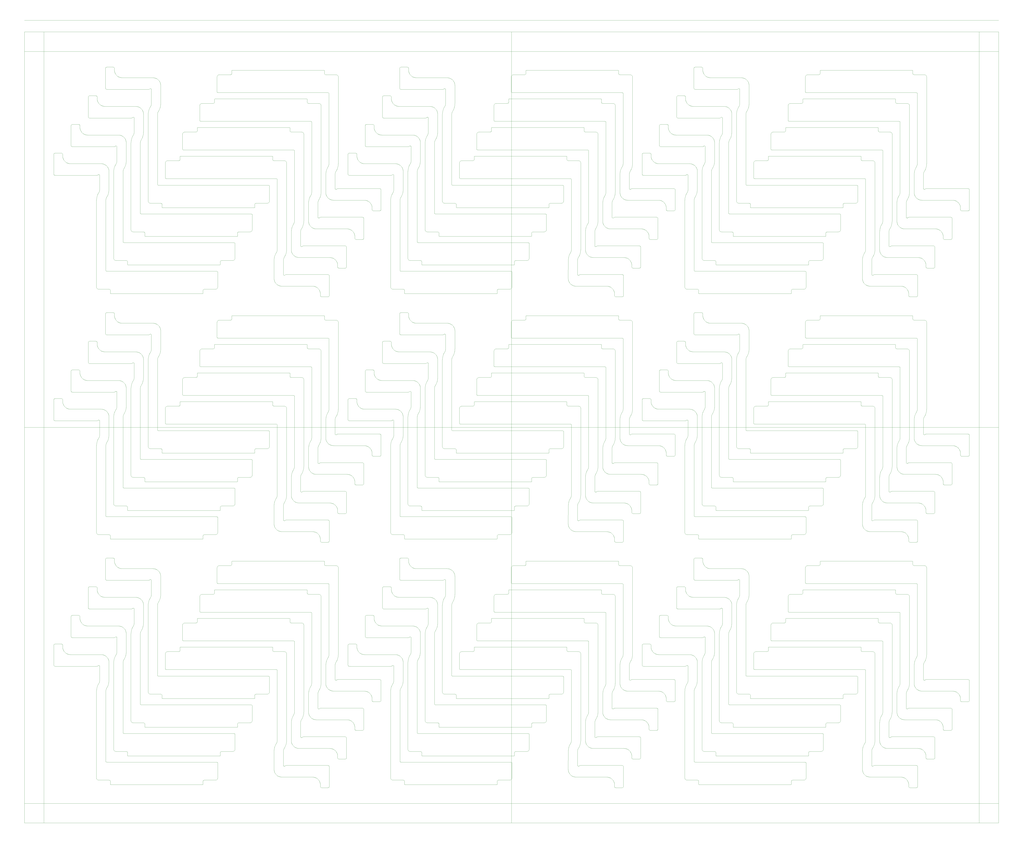
<source format=gbr>
G04 CAM350 V10.5 (Build 464) Date:  Thu Apr 06 15:56:30 2023 *
G04 Database: d:\man\2023\uyen\c9005h03500 -amb612ad02\c9005h03500-00(2).cam *
G04 Layer 1: outline *
%FSLAX44Y44*%
%MOMM*%
%SFA1.000B1.000*%

%MIA0B0*%
%IPPOS*%
%ADD100C,0.01000*%
%ADD101C,0.10000*%
%ADD102C,0.20000*%
%LNoutline*%
%LPD*%
G54D102*
X0Y0D03*
G54D101*
X-2500000Y2030000D02*
G01X2500000D01*
X-2500000Y-2030000D02*
G01Y2030000D01*
X2500000Y-2030000D02*
G01Y2030000D01*
X-2500000Y-2030000D02*
G01X2500000D01*
X-2500000Y-1930000D02*
G01X2500000D01*
X-2400000Y-2030000D02*
G01Y2030000D01*
X2400000Y-2030000D02*
G01Y2030000D01*
X-2500000Y1930000D02*
G01X2500000D01*
X-2500000Y0D02*
G01X2500000D01*
X0Y-2030000D02*
G01Y2030000D01*
X-2500000Y2090000D02*
G01X2500000D01*
G54D100*
X-2130774Y721077D02*
G01X-2130730Y720076D01*
X-2130599Y719082*
X-2130382Y718102*
X-2130081Y717145*
X-2129697Y716218*
X-2129234Y715328*
X-2128695Y714482*
X-2128084Y713686*
X-2127407Y712946*
X-2126667Y712268*
X-2125871Y711657*
X-2125025Y711118*
X-2124135Y710655*
X-2123209Y710271*
X-2122252Y709969*
X-2121272Y709752*
X-2120278Y709621*
X-2119274Y709577*
X-2066497*
X-2065888Y709550*
X-2065283Y709471*
X-2064688Y709339*
X-2064107Y709156*
X-2063544Y708923*
X-2063003Y708642*
X-2062488Y708316*
X-2062004Y707945*
X-2061555Y707534*
X-2061142Y707085*
X-2060770Y706603*
X-2060442Y706089*
X-2060159Y705549*
X-2059925Y704987*
X-2059740Y704406*
X-2059606Y703811*
X-2059525Y703207*
X-2059497Y702577*
Y688567*
X-2059489Y688392*
X-2059466Y688220*
X-2059429Y688050*
X-2059376Y687883*
X-2059310Y687723*
X-2059229Y687568*
X-2059136Y687421*
X-2059030Y687283*
X-2058913Y687154*
X-2058784Y687037*
X-2058647Y686930*
X-2058500Y686836*
X-2058346Y686756*
X-2058185Y686689*
X-2058019Y686636*
X-2057849Y686598*
X-2057676Y686575*
X-2057497Y686567*
X-1585737*
X-1585563Y686574*
X-1585390Y686597*
X-1585220Y686634*
X-1585054Y686687*
X-1584893Y686753*
X-1584738Y686833*
X-1584591Y686927*
X-1584453Y687033*
X-1584325Y687150*
X-1584207Y687278*
X-1584100Y687416*
X-1584007Y687563*
X-1583926Y687717*
X-1583859Y687878*
X-1583806Y688044*
X-1583768Y688214*
X-1583745Y688386*
X-1583737Y688567*
Y702577*
X-1583710Y703185*
X-1583630Y703791*
X-1583498Y704387*
X-1583315Y704970*
X-1583081Y705534*
X-1582799Y706076*
X-1582471Y706591*
X-1582100Y707075*
X-1581687Y707525*
X-1581237Y707938*
X-1580753Y708310*
X-1580238Y708638*
X-1579696Y708920*
X-1579132Y709154*
X-1578549Y709338*
X-1577953Y709470*
X-1577348Y709550*
X-1576737Y709577*
X-1519727*
X-1518726Y709620*
X-1517734Y709751*
X-1516756Y709967*
X-1515801Y710267*
X-1514875Y710650*
X-1513987Y711111*
X-1513142Y711648*
X-1512347Y712257*
X-1511608Y712932*
X-1510930Y713669*
X-1510319Y714462*
X-1509779Y715306*
X-1509315Y716193*
X-1508930Y717117*
X-1508626Y718071*
X-1508407Y719048*
X-1508273Y720040*
X-1508227Y721077*
Y796617*
X-1508246Y797052*
X-1508302Y797485*
X-1508397Y797911*
X-1508528Y798327*
X-1508695Y798730*
X-1508896Y799117*
X-1509131Y799484*
X-1509396Y799831*
X-1509691Y800152*
X-1510013Y800447*
X-1510359Y800712*
X-1510727Y800947*
X-1511113Y801148*
X-1511516Y801315*
X-1511932Y801446*
X-1512358Y801541*
X-1512791Y801598*
X-1513227Y801617*
X-2077774*
X-2078208Y801636*
X-2078640Y801692*
X-2079065Y801786*
X-2079480Y801917*
X-2079883Y802083*
X-2080269Y802284*
X-2080636Y802517*
X-2080982Y802782*
X-2081303Y803075*
X-2081598Y803396*
X-2081864Y803741*
X-2082098Y804107*
X-2082300Y804493*
X-2082468Y804895*
X-2082600Y805310*
X-2082695Y805735*
X-2082753Y806166*
X-2082774Y806617*
Y1165301*
X-2082664Y1167690*
X-2082369Y1170063*
X-2081891Y1172406*
X-2081232Y1174705*
X-2080396Y1176945*
X-2079388Y1179114*
X-2078201Y1181222*
X-2074845Y1187141*
X-2072202Y1193004*
X-2070035Y1199048*
X-2068354Y1205245*
X-2067168Y1211555*
X-2066486Y1217940*
X-2066312Y1224395*
Y1313650*
X-2066463Y1317130*
X-2066917Y1320583*
X-2067669Y1323983*
X-2068714Y1327305*
X-2070044Y1330524*
X-2071650Y1333614*
X-2073517Y1336554*
X-2075634Y1339319*
X-2077983Y1341890*
X-2080547Y1344247*
X-2083306Y1346373*
X-2086239Y1348250*
X-2089325Y1349864*
X-2092539Y1351205*
X-2095858Y1352260*
X-2099256Y1353023*
X-2102707Y1353488*
X-2106311Y1353651*
X-2264095Y1353654*
X-2267574Y1353805*
X-2271027Y1354259*
X-2274427Y1355011*
X-2277749Y1356056*
X-2280968Y1357387*
X-2284058Y1358992*
X-2286998Y1360859*
X-2289763Y1362976*
X-2292334Y1365325*
X-2294691Y1367889*
X-2296816Y1370648*
X-2298694Y1373581*
X-2300308Y1376667*
X-2301649Y1379881*
X-2302704Y1383200*
X-2303467Y1386598*
X-2303932Y1390049*
X-2304095Y1393654*
Y1401354*
X-2304121Y1401962*
X-2304200Y1402567*
X-2304332Y1403162*
X-2304515Y1403743*
X-2304748Y1404306*
X-2305029Y1404847*
X-2305356Y1405362*
X-2305726Y1405846*
X-2306137Y1406296*
X-2306586Y1406708*
X-2307068Y1407080*
X-2307582Y1407408*
X-2308122Y1407691*
X-2308684Y1407926*
X-2309265Y1408110*
X-2309860Y1408244*
X-2310464Y1408325*
X-2311095Y1408354*
X-2342595*
X-2343203Y1408327*
X-2343809Y1408247*
X-2344405Y1408115*
X-2344988Y1407932*
X-2345552Y1407698*
X-2346093Y1407416*
X-2346609Y1407088*
X-2347093Y1406717*
X-2347543Y1406304*
X-2347956Y1405854*
X-2348328Y1405370*
X-2348656Y1404855*
X-2348938Y1404313*
X-2349172Y1403749*
X-2349356Y1403166*
X-2349488Y1402570*
X-2349568Y1401965*
X-2349595Y1401354*
Y1300654*
X-2349568Y1300045*
X-2349488Y1299439*
X-2349356Y1298843*
X-2349173Y1298261*
X-2348939Y1297696*
X-2348657Y1297155*
X-2348329Y1296640*
X-2347958Y1296155*
X-2347545Y1295705*
X-2347095Y1295292*
X-2346611Y1294920*
X-2346096Y1294592*
X-2345554Y1294310*
X-2344990Y1294076*
X-2344407Y1293892*
X-2343811Y1293760*
X-2343206Y1293680*
X-2342595Y1293654*
X-2129620*
X-2128733Y1293683*
X-2127852Y1293767*
X-2126978Y1293905*
X-2126266Y1294111*
X-2125574Y1294374*
X-2124905Y1294692*
X-2124263Y1295062*
X-2123649Y1295486*
X-2123112Y1296018*
X-2122620Y1296594*
X-2122432Y1296830*
X-2122225Y1297049*
X-2122001Y1297251*
X-2121761Y1297434*
X-2121507Y1297597*
X-2121241Y1297739*
X-2120964Y1297858*
X-2120678Y1297955*
X-2120385Y1298028*
X-2120087Y1298077*
X-2119782Y1298102*
X-2119302Y1298118*
X-2118824Y1298092*
X-2118350Y1298027*
X-2117884Y1297920*
X-2117428Y1297774*
X-2116986Y1297590*
X-2116562Y1297369*
X-2116158Y1297112*
X-2115777Y1296821*
X-2115423Y1296499*
X-2115093Y1296142*
X-2114890Y1295815*
X-2114717Y1295472*
X-2114573Y1295117*
X-2114460Y1294750*
X-2114378Y1294374*
X-2114328Y1293994*
X-2114312Y1293609*
Y1221075*
X-2114423Y1218687*
X-2114720Y1216314*
X-2115199Y1213971*
X-2115858Y1211672*
X-2116693Y1209431*
X-2117699Y1207262*
X-2118885Y1205154*
X-2122240Y1199234*
X-2124805Y1193686*
X-2126930Y1187942*
X-2128599Y1182049*
X-2129800Y1176043*
X-2130527Y1169962*
X-2130774Y1163760*
X-2130773*
X-2130774Y721077*
X-2042274Y868177D02*
G01X-2042230Y867176D01*
X-2042099Y866182*
X-2041882Y865202*
X-2041581Y864245*
X-2041197Y863318*
X-2040734Y862428*
X-2040195Y861582*
X-2039584Y860786*
X-2038907Y860046*
X-2038167Y859368*
X-2037371Y858757*
X-2036525Y858218*
X-2035635Y857755*
X-2034709Y857371*
X-2033752Y857069*
X-2032772Y856852*
X-2031778Y856721*
X-2030774Y856677*
X-1977997*
X-1977386Y856650*
X-1976781Y856570*
X-1976185Y856438*
X-1975602Y856254*
X-1975038Y856021*
X-1974497Y855739*
X-1973981Y855411*
X-1973497Y855039*
X-1973047Y854626*
X-1972634Y854176*
X-1972262Y853692*
X-1971934Y853177*
X-1971652Y852635*
X-1971419Y852071*
X-1971235Y851488*
X-1971103Y850892*
X-1971023Y850287*
X-1970997Y849677*
Y835667*
X-1970989Y835492*
X-1970966Y835319*
X-1970928Y835149*
X-1970876Y834982*
X-1970809Y834821*
X-1970728Y834666*
X-1970635Y834519*
X-1970528Y834381*
X-1970410Y834252*
X-1970282Y834134*
X-1970143Y834028*
X-1969996Y833934*
X-1969841Y833854*
X-1969680Y833787*
X-1969514Y833735*
X-1969343Y833697*
X-1969170Y833674*
X-1968997Y833667*
X-1497237*
X-1497062Y833674*
X-1496889Y833697*
X-1496719Y833735*
X-1496552Y833787*
X-1496391Y833854*
X-1496237Y833935*
X-1496089Y834028*
X-1495951Y834134*
X-1495822Y834252*
X-1495704Y834381*
X-1495598Y834519*
X-1495504Y834667*
X-1495424Y834821*
X-1495357Y834983*
X-1495305Y835149*
X-1495267Y835319*
X-1495244Y835492*
X-1495237Y835667*
Y849677*
X-1495210Y850285*
X-1495130Y850891*
X-1494998Y851487*
X-1494815Y852070*
X-1494581Y852634*
X-1494299Y853176*
X-1493971Y853691*
X-1493600Y854175*
X-1493187Y854625*
X-1492737Y855038*
X-1492253Y855410*
X-1491738Y855738*
X-1491196Y856020*
X-1490632Y856254*
X-1490049Y856438*
X-1489453Y856570*
X-1488848Y856650*
X-1488237Y856677*
X-1431227*
X-1430226Y856720*
X-1429234Y856851*
X-1428256Y857067*
X-1427301Y857367*
X-1426375Y857750*
X-1425487Y858211*
X-1424642Y858748*
X-1423847Y859357*
X-1423108Y860032*
X-1422430Y860769*
X-1421819Y861562*
X-1421279Y862406*
X-1420815Y863293*
X-1420430Y864217*
X-1420126Y865171*
X-1419907Y866148*
X-1419773Y867140*
X-1419727Y868177*
Y943717*
X-1419746Y944152*
X-1419802Y944585*
X-1419897Y945011*
X-1420028Y945427*
X-1420195Y945830*
X-1420396Y946217*
X-1420631Y946584*
X-1420896Y946931*
X-1421191Y947252*
X-1421513Y947547*
X-1421859Y947812*
X-1422227Y948047*
X-1422613Y948248*
X-1423016Y948415*
X-1423432Y948546*
X-1423858Y948641*
X-1424291Y948698*
X-1424727Y948717*
X-1989274*
X-1989708Y948735*
X-1990139Y948792*
X-1990564Y948886*
X-1990980Y949017*
X-1991382Y949183*
X-1991768Y949383*
X-1992136Y949617*
X-1992481Y949881*
X-1992803Y950175*
X-1993098Y950495*
X-1993363Y950840*
X-1993598Y951207*
X-1993800Y951592*
X-1993967Y951994*
X-1994100Y952409*
X-1994195Y952834*
X-1994253Y953265*
X-1994274Y953717*
Y1312401*
X-1994164Y1314790*
X-1993869Y1317163*
X-1993391Y1319506*
X-1992732Y1321805*
X-1991896Y1324045*
X-1990888Y1326214*
X-1989701Y1328322*
X-1986345Y1334241*
X-1983702Y1340104*
X-1981535Y1346148*
X-1979854Y1352345*
X-1978668Y1358655*
X-1977986Y1365040*
X-1977812Y1371495*
Y1460750*
X-1977963Y1464230*
X-1978417Y1467683*
X-1979169Y1471083*
X-1980214Y1474405*
X-1981544Y1477624*
X-1983150Y1480714*
X-1985017Y1483654*
X-1987134Y1486419*
X-1989483Y1488990*
X-1992047Y1491347*
X-1994806Y1493473*
X-1997739Y1495350*
X-2000825Y1496964*
X-2004039Y1498305*
X-2007358Y1499360*
X-2010756Y1500123*
X-2014207Y1500588*
X-2017811Y1500751*
X-2175595Y1500754*
X-2179074Y1500905*
X-2182527Y1501359*
X-2185927Y1502111*
X-2189249Y1503156*
X-2192468Y1504487*
X-2195558Y1506092*
X-2198498Y1507959*
X-2201263Y1510076*
X-2203834Y1512425*
X-2206191Y1514989*
X-2208316Y1517748*
X-2210194Y1520681*
X-2211808Y1523767*
X-2213149Y1526981*
X-2214204Y1530300*
X-2214967Y1533698*
X-2215432Y1537149*
X-2215595Y1540754*
Y1548454*
X-2215621Y1549062*
X-2215700Y1549667*
X-2215832Y1550262*
X-2216015Y1550843*
X-2216248Y1551406*
X-2216529Y1551947*
X-2216856Y1552462*
X-2217226Y1552946*
X-2217637Y1553396*
X-2218086Y1553808*
X-2218568Y1554180*
X-2219082Y1554508*
X-2219622Y1554791*
X-2220184Y1555026*
X-2220765Y1555210*
X-2221360Y1555344*
X-2221964Y1555425*
X-2222595Y1555454*
X-2254095*
X-2254705Y1555427*
X-2255310Y1555347*
X-2255906Y1555215*
X-2256489Y1555031*
X-2257053Y1554798*
X-2257595Y1554516*
X-2258110Y1554188*
X-2258594Y1553816*
X-2259044Y1553403*
X-2259457Y1552953*
X-2259829Y1552469*
X-2260157Y1551954*
X-2260439Y1551412*
X-2260672Y1550848*
X-2260856Y1550265*
X-2260988Y1549669*
X-2261068Y1549064*
X-2261095Y1548454*
Y1447754*
X-2261068Y1447145*
X-2260988Y1446539*
X-2260856Y1445943*
X-2260673Y1445361*
X-2260439Y1444796*
X-2260157Y1444255*
X-2259829Y1443740*
X-2259458Y1443255*
X-2259045Y1442805*
X-2258595Y1442392*
X-2258111Y1442020*
X-2257596Y1441692*
X-2257054Y1441410*
X-2256490Y1441176*
X-2255907Y1440992*
X-2255311Y1440860*
X-2254706Y1440780*
X-2254095Y1440754*
X-2041120*
X-2040233Y1440783*
X-2039352Y1440867*
X-2038478Y1441005*
X-2037766Y1441211*
X-2037074Y1441474*
X-2036405Y1441792*
X-2035763Y1442162*
X-2035149Y1442586*
X-2034612Y1443118*
X-2034120Y1443694*
X-2033932Y1443930*
X-2033725Y1444149*
X-2033501Y1444351*
X-2033261Y1444534*
X-2033007Y1444697*
X-2032741Y1444839*
X-2032464Y1444958*
X-2032178Y1445055*
X-2031885Y1445128*
X-2031587Y1445177*
X-2031282Y1445202*
X-2030802Y1445218*
X-2030324Y1445192*
X-2029850Y1445127*
X-2029384Y1445020*
X-2028928Y1444875*
X-2028486Y1444690*
X-2028062Y1444469*
X-2027658Y1444212*
X-2027277Y1443921*
X-2026923Y1443599*
X-2026593Y1443242*
X-2026390Y1442915*
X-2026217Y1442572*
X-2026073Y1442217*
X-2025960Y1441850*
X-2025878Y1441474*
X-2025828Y1441094*
X-2025812Y1440709*
Y1368175*
X-2025923Y1365787*
X-2026220Y1363414*
X-2026699Y1361071*
X-2027358Y1358772*
X-2028193Y1356531*
X-2029199Y1354362*
X-2030385Y1352254*
X-2033740Y1346334*
X-2036305Y1340786*
X-2038430Y1335042*
X-2040099Y1329149*
X-2041300Y1323143*
X-2042027Y1317062*
X-2042274Y1310860*
X-2042273*
X-2042274Y868177*
X-1953774Y1015277D02*
G01X-1953730Y1014276D01*
X-1953599Y1013282*
X-1953382Y1012302*
X-1953081Y1011345*
X-1952697Y1010418*
X-1952234Y1009528*
X-1951695Y1008682*
X-1951084Y1007886*
X-1950407Y1007146*
X-1949667Y1006468*
X-1948871Y1005857*
X-1948025Y1005318*
X-1947135Y1004855*
X-1946209Y1004471*
X-1945252Y1004169*
X-1944272Y1003952*
X-1943278Y1003821*
X-1942274Y1003777*
X-1889497*
X-1888886Y1003750*
X-1888281Y1003670*
X-1887685Y1003538*
X-1887102Y1003354*
X-1886538Y1003121*
X-1885997Y1002839*
X-1885481Y1002511*
X-1884997Y1002139*
X-1884547Y1001726*
X-1884134Y1001276*
X-1883762Y1000792*
X-1883434Y1000277*
X-1883152Y999735*
X-1882919Y999171*
X-1882735Y998588*
X-1882603Y997992*
X-1882523Y997387*
X-1882497Y996777*
Y982767*
X-1882489Y982592*
X-1882466Y982419*
X-1882428Y982249*
X-1882376Y982082*
X-1882309Y981921*
X-1882228Y981766*
X-1882135Y981619*
X-1882028Y981481*
X-1881910Y981352*
X-1881782Y981234*
X-1881643Y981128*
X-1881496Y981034*
X-1881341Y980954*
X-1881180Y980887*
X-1881014Y980835*
X-1880843Y980797*
X-1880670Y980774*
X-1880497Y980767*
X-1408737*
X-1408562Y980774*
X-1408389Y980797*
X-1408219Y980835*
X-1408052Y980887*
X-1407891Y980954*
X-1407737Y981035*
X-1407589Y981128*
X-1407451Y981234*
X-1407322Y981352*
X-1407204Y981481*
X-1407098Y981619*
X-1407004Y981767*
X-1406924Y981921*
X-1406857Y982083*
X-1406805Y982249*
X-1406767Y982419*
X-1406744Y982592*
X-1406737Y982767*
Y996777*
X-1406710Y997385*
X-1406630Y997991*
X-1406498Y998587*
X-1406315Y999170*
X-1406081Y999734*
X-1405799Y1000276*
X-1405471Y1000791*
X-1405100Y1001275*
X-1404687Y1001725*
X-1404237Y1002138*
X-1403753Y1002510*
X-1403238Y1002838*
X-1402696Y1003120*
X-1402132Y1003354*
X-1401549Y1003538*
X-1400953Y1003670*
X-1400348Y1003750*
X-1399737Y1003777*
X-1342727*
X-1341726Y1003820*
X-1340734Y1003951*
X-1339756Y1004167*
X-1338801Y1004467*
X-1337875Y1004850*
X-1336987Y1005311*
X-1336142Y1005848*
X-1335347Y1006457*
X-1334608Y1007132*
X-1333930Y1007869*
X-1333319Y1008662*
X-1332779Y1009506*
X-1332315Y1010393*
X-1331930Y1011317*
X-1331626Y1012271*
X-1331407Y1013248*
X-1331273Y1014240*
X-1331227Y1015277*
Y1090817*
X-1331246Y1091252*
X-1331302Y1091685*
X-1331397Y1092111*
X-1331528Y1092527*
X-1331695Y1092930*
X-1331896Y1093317*
X-1332131Y1093684*
X-1332396Y1094031*
X-1332691Y1094352*
X-1333013Y1094647*
X-1333359Y1094912*
X-1333727Y1095147*
X-1334113Y1095348*
X-1334516Y1095515*
X-1334932Y1095646*
X-1335358Y1095741*
X-1335791Y1095798*
X-1336227Y1095817*
X-1900774*
X-1901208Y1095835*
X-1901639Y1095892*
X-1902064Y1095986*
X-1902480Y1096117*
X-1902882Y1096283*
X-1903268Y1096483*
X-1903636Y1096717*
X-1903981Y1096981*
X-1904303Y1097275*
X-1904598Y1097595*
X-1904863Y1097940*
X-1905098Y1098307*
X-1905300Y1098692*
X-1905467Y1099094*
X-1905600Y1099509*
X-1905695Y1099934*
X-1905753Y1100365*
X-1905774Y1100817*
Y1459501*
X-1905664Y1461890*
X-1905369Y1464263*
X-1904891Y1466606*
X-1904232Y1468905*
X-1903396Y1471145*
X-1902388Y1473314*
X-1901201Y1475422*
X-1897845Y1481341*
X-1895202Y1487204*
X-1893035Y1493248*
X-1891354Y1499445*
X-1890168Y1505755*
X-1889486Y1512140*
X-1889312Y1518595*
Y1607850*
X-1889463Y1611330*
X-1889917Y1614783*
X-1890669Y1618183*
X-1891714Y1621505*
X-1893044Y1624724*
X-1894650Y1627814*
X-1896517Y1630754*
X-1898634Y1633519*
X-1900983Y1636090*
X-1903547Y1638447*
X-1906306Y1640573*
X-1909239Y1642450*
X-1912325Y1644064*
X-1915539Y1645405*
X-1918858Y1646460*
X-1922256Y1647223*
X-1925707Y1647688*
X-1929311Y1647851*
X-2087095Y1647854*
X-2090574Y1648005*
X-2094027Y1648459*
X-2097427Y1649211*
X-2100749Y1650256*
X-2103968Y1651587*
X-2107058Y1653192*
X-2109998Y1655059*
X-2112763Y1657176*
X-2115334Y1659525*
X-2117691Y1662089*
X-2119816Y1664848*
X-2121694Y1667781*
X-2123308Y1670867*
X-2124649Y1674081*
X-2125704Y1677400*
X-2126467Y1680798*
X-2126932Y1684249*
X-2127095Y1687854*
Y1695554*
X-2127121Y1696162*
X-2127200Y1696767*
X-2127332Y1697362*
X-2127515Y1697943*
X-2127748Y1698506*
X-2128029Y1699047*
X-2128356Y1699562*
X-2128726Y1700046*
X-2129137Y1700496*
X-2129586Y1700908*
X-2130068Y1701280*
X-2130582Y1701608*
X-2131122Y1701891*
X-2131684Y1702126*
X-2132265Y1702310*
X-2132860Y1702444*
X-2133464Y1702525*
X-2134095Y1702554*
X-2165595*
X-2166205Y1702527*
X-2166810Y1702447*
X-2167406Y1702315*
X-2167989Y1702131*
X-2168553Y1701898*
X-2169095Y1701616*
X-2169610Y1701288*
X-2170094Y1700916*
X-2170544Y1700503*
X-2170957Y1700053*
X-2171329Y1699569*
X-2171657Y1699054*
X-2171939Y1698512*
X-2172172Y1697948*
X-2172356Y1697365*
X-2172488Y1696769*
X-2172568Y1696164*
X-2172595Y1695554*
Y1594854*
X-2172568Y1594245*
X-2172488Y1593639*
X-2172356Y1593043*
X-2172173Y1592461*
X-2171939Y1591896*
X-2171657Y1591355*
X-2171329Y1590840*
X-2170958Y1590355*
X-2170545Y1589905*
X-2170095Y1589492*
X-2169611Y1589120*
X-2169096Y1588792*
X-2168554Y1588510*
X-2167990Y1588276*
X-2167407Y1588092*
X-2166811Y1587960*
X-2166206Y1587880*
X-2165595Y1587854*
X-1952620*
X-1951733Y1587883*
X-1950852Y1587967*
X-1949978Y1588105*
X-1949266Y1588311*
X-1948574Y1588574*
X-1947905Y1588892*
X-1947263Y1589262*
X-1946649Y1589686*
X-1946112Y1590218*
X-1945620Y1590794*
X-1945432Y1591030*
X-1945225Y1591249*
X-1945001Y1591451*
X-1944761Y1591634*
X-1944507Y1591797*
X-1944241Y1591939*
X-1943964Y1592058*
X-1943678Y1592155*
X-1943385Y1592228*
X-1943087Y1592277*
X-1942782Y1592302*
X-1942302Y1592318*
X-1941824Y1592292*
X-1941350Y1592227*
X-1940884Y1592120*
X-1940428Y1591975*
X-1939986Y1591790*
X-1939562Y1591569*
X-1939158Y1591312*
X-1938777Y1591021*
X-1938423Y1590699*
X-1938093Y1590342*
X-1937890Y1590015*
X-1937717Y1589672*
X-1937573Y1589317*
X-1937460Y1588950*
X-1937378Y1588574*
X-1937329Y1588194*
X-1937312Y1587809*
Y1515275*
X-1937423Y1512887*
X-1937720Y1510514*
X-1938199Y1508171*
X-1938858Y1505872*
X-1939693Y1503631*
X-1940699Y1501462*
X-1941885Y1499354*
X-1945240Y1493434*
X-1947805Y1487886*
X-1949930Y1482142*
X-1951599Y1476249*
X-1952800Y1470243*
X-1953527Y1464162*
X-1953774Y1457960*
X-1953773*
X-1953774Y1015277*
X-1865274Y1162377D02*
G01X-1865230Y1161376D01*
X-1865099Y1160382*
X-1864882Y1159402*
X-1864581Y1158445*
X-1864197Y1157518*
X-1863734Y1156628*
X-1863195Y1155782*
X-1862584Y1154986*
X-1861907Y1154246*
X-1861167Y1153568*
X-1860371Y1152957*
X-1859525Y1152418*
X-1858635Y1151955*
X-1857709Y1151571*
X-1856752Y1151269*
X-1855772Y1151052*
X-1854778Y1150921*
X-1853774Y1150877*
X-1800997*
X-1800388Y1150850*
X-1799783Y1150771*
X-1799188Y1150639*
X-1798607Y1150456*
X-1798044Y1150223*
X-1797503Y1149942*
X-1796988Y1149616*
X-1796504Y1149245*
X-1796055Y1148834*
X-1795642Y1148385*
X-1795270Y1147903*
X-1794942Y1147389*
X-1794659Y1146849*
X-1794425Y1146287*
X-1794240Y1145706*
X-1794106Y1145111*
X-1794025Y1144507*
X-1793997Y1143877*
Y1129867*
X-1793989Y1129692*
X-1793966Y1129520*
X-1793929Y1129350*
X-1793876Y1129184*
X-1793810Y1129023*
X-1793729Y1128868*
X-1793636Y1128721*
X-1793530Y1128583*
X-1793413Y1128454*
X-1793284Y1128337*
X-1793147Y1128230*
X-1793000Y1128136*
X-1792846Y1128056*
X-1792685Y1127989*
X-1792519Y1127936*
X-1792349Y1127898*
X-1792176Y1127875*
X-1791997Y1127867*
X-1320237*
X-1320063Y1127874*
X-1319890Y1127897*
X-1319720Y1127934*
X-1319554Y1127987*
X-1319393Y1128053*
X-1319238Y1128133*
X-1319091Y1128227*
X-1318953Y1128333*
X-1318825Y1128450*
X-1318707Y1128578*
X-1318600Y1128716*
X-1318507Y1128863*
X-1318426Y1129017*
X-1318359Y1129178*
X-1318306Y1129344*
X-1318268Y1129514*
X-1318245Y1129686*
X-1318237Y1129867*
Y1143877*
X-1318210Y1144485*
X-1318130Y1145091*
X-1317998Y1145687*
X-1317815Y1146270*
X-1317581Y1146834*
X-1317299Y1147376*
X-1316971Y1147891*
X-1316600Y1148375*
X-1316187Y1148825*
X-1315737Y1149238*
X-1315253Y1149610*
X-1314738Y1149938*
X-1314196Y1150220*
X-1313632Y1150454*
X-1313049Y1150638*
X-1312453Y1150770*
X-1311848Y1150850*
X-1311237Y1150877*
X-1254227*
X-1253226Y1150920*
X-1252234Y1151051*
X-1251256Y1151267*
X-1250301Y1151567*
X-1249375Y1151950*
X-1248487Y1152411*
X-1247642Y1152948*
X-1246847Y1153557*
X-1246108Y1154232*
X-1245430Y1154969*
X-1244819Y1155762*
X-1244279Y1156606*
X-1243815Y1157493*
X-1243430Y1158417*
X-1243126Y1159371*
X-1242907Y1160348*
X-1242773Y1161340*
X-1242727Y1162377*
Y1237917*
X-1242746Y1238352*
X-1242802Y1238785*
X-1242897Y1239211*
X-1243028Y1239627*
X-1243195Y1240030*
X-1243396Y1240417*
X-1243631Y1240784*
X-1243896Y1241131*
X-1244191Y1241452*
X-1244513Y1241747*
X-1244859Y1242012*
X-1245227Y1242247*
X-1245613Y1242448*
X-1246016Y1242615*
X-1246432Y1242746*
X-1246858Y1242841*
X-1247291Y1242898*
X-1247727Y1242917*
X-1812274*
X-1812708Y1242936*
X-1813140Y1242992*
X-1813565Y1243086*
X-1813980Y1243217*
X-1814383Y1243383*
X-1814769Y1243584*
X-1815136Y1243817*
X-1815482Y1244082*
X-1815803Y1244375*
X-1816098Y1244696*
X-1816364Y1245041*
X-1816598Y1245408*
X-1816800Y1245793*
X-1816968Y1246195*
X-1817100Y1246610*
X-1817195Y1247035*
X-1817253Y1247466*
X-1817274Y1247917*
Y1606601*
X-1817164Y1608990*
X-1816869Y1611363*
X-1816391Y1613706*
X-1815732Y1616005*
X-1814896Y1618245*
X-1813888Y1620414*
X-1812701Y1622522*
X-1809345Y1628441*
X-1806702Y1634304*
X-1804535Y1640348*
X-1802854Y1646545*
X-1801668Y1652855*
X-1800986Y1659240*
X-1800812Y1665695*
Y1754950*
X-1800963Y1758430*
X-1801417Y1761883*
X-1802169Y1765283*
X-1803214Y1768605*
X-1804544Y1771824*
X-1806150Y1774914*
X-1808017Y1777854*
X-1810134Y1780619*
X-1812483Y1783190*
X-1815047Y1785547*
X-1817806Y1787673*
X-1820739Y1789550*
X-1823825Y1791164*
X-1827039Y1792505*
X-1830358Y1793560*
X-1833756Y1794323*
X-1837207Y1794788*
X-1840811Y1794951*
X-1998595Y1794954*
X-2002074Y1795105*
X-2005527Y1795559*
X-2008927Y1796311*
X-2012249Y1797356*
X-2015468Y1798687*
X-2018558Y1800292*
X-2021498Y1802159*
X-2024263Y1804276*
X-2026834Y1806625*
X-2029191Y1809189*
X-2031316Y1811948*
X-2033194Y1814881*
X-2034808Y1817967*
X-2036149Y1821181*
X-2037204Y1824500*
X-2037967Y1827898*
X-2038432Y1831349*
X-2038595Y1834954*
Y1842654*
X-2038621Y1843262*
X-2038700Y1843867*
X-2038832Y1844462*
X-2039015Y1845043*
X-2039248Y1845606*
X-2039529Y1846147*
X-2039856Y1846662*
X-2040226Y1847146*
X-2040637Y1847596*
X-2041086Y1848008*
X-2041568Y1848380*
X-2042082Y1848708*
X-2042622Y1848991*
X-2043184Y1849226*
X-2043765Y1849410*
X-2044360Y1849544*
X-2044964Y1849625*
X-2045595Y1849654*
X-2077095*
X-2077703Y1849627*
X-2078309Y1849547*
X-2078905Y1849415*
X-2079488Y1849232*
X-2080052Y1848998*
X-2080593Y1848716*
X-2081109Y1848388*
X-2081593Y1848017*
X-2082043Y1847604*
X-2082456Y1847154*
X-2082828Y1846670*
X-2083156Y1846155*
X-2083438Y1845613*
X-2083672Y1845049*
X-2083856Y1844466*
X-2083988Y1843870*
X-2084068Y1843265*
X-2084095Y1842654*
Y1741954*
X-2084068Y1741345*
X-2083988Y1740739*
X-2083856Y1740143*
X-2083673Y1739561*
X-2083439Y1738996*
X-2083157Y1738455*
X-2082829Y1737940*
X-2082458Y1737455*
X-2082045Y1737005*
X-2081595Y1736592*
X-2081111Y1736220*
X-2080596Y1735892*
X-2080054Y1735610*
X-2079490Y1735376*
X-2078907Y1735192*
X-2078311Y1735060*
X-2077706Y1734980*
X-2077095Y1734954*
X-1864120*
X-1863233Y1734983*
X-1862352Y1735067*
X-1861478Y1735205*
X-1860766Y1735411*
X-1860074Y1735674*
X-1859405Y1735992*
X-1858763Y1736362*
X-1858149Y1736786*
X-1857612Y1737318*
X-1857120Y1737894*
X-1856932Y1738130*
X-1856725Y1738349*
X-1856501Y1738551*
X-1856261Y1738734*
X-1856007Y1738897*
X-1855741Y1739039*
X-1855464Y1739158*
X-1855178Y1739255*
X-1854885Y1739328*
X-1854587Y1739377*
X-1854282Y1739402*
X-1853802Y1739418*
X-1853324Y1739392*
X-1852850Y1739327*
X-1852384Y1739220*
X-1851928Y1739075*
X-1851486Y1738890*
X-1851062Y1738669*
X-1850658Y1738412*
X-1850277Y1738121*
X-1849923Y1737799*
X-1849593Y1737442*
X-1849390Y1737115*
X-1849217Y1736772*
X-1849073Y1736417*
X-1848960Y1736050*
X-1848878Y1735674*
X-1848828Y1735294*
X-1848812Y1734909*
Y1662375*
X-1848923Y1659987*
X-1849220Y1657614*
X-1849699Y1655271*
X-1850358Y1652972*
X-1851193Y1650731*
X-1852199Y1648562*
X-1853385Y1646454*
X-1856740Y1640534*
X-1859305Y1634986*
X-1861430Y1629242*
X-1863099Y1623349*
X-1864300Y1617343*
X-1865027Y1611262*
X-1865274Y1605060*
X-1865273*
X-1865274Y1162377*
X-1170408Y782558D02*
G01X-1170609Y782884D01*
X-1170783Y783227*
X-1170927Y783583*
X-1171040Y783950*
X-1171122Y784325*
X-1171171Y784705*
X-1171189Y785091*
Y857625*
X-1171076Y860019*
X-1170779Y862392*
X-1170300Y864735*
X-1169640Y867033*
X-1168805Y869274*
X-1167798Y871443*
X-1166616Y873546*
X-1163260Y879466*
X-1160690Y885026*
X-1158565Y890771*
X-1156898Y896664*
X-1155698Y902670*
X-1154972Y908752*
X-1154727Y914940*
Y914940*
Y1357623*
X-1154770Y1358626*
X-1154901Y1359620*
X-1155118Y1360600*
X-1155420Y1361557*
X-1155804Y1362484*
X-1156267Y1363373*
X-1156806Y1364220*
X-1157417Y1365015*
X-1158095Y1365755*
X-1158834Y1366433*
X-1159630Y1367044*
X-1160477Y1367583*
X-1161366Y1368046*
X-1162293Y1368430*
X-1163250Y1368732*
X-1164230Y1368949*
X-1165224Y1369080*
X-1166227Y1369123*
X-1219004*
X-1219612Y1369150*
X-1220217Y1369229*
X-1220812Y1369361*
X-1221393Y1369544*
X-1221956Y1369777*
X-1222497Y1370058*
X-1223012Y1370384*
X-1223496Y1370755*
X-1223946Y1371166*
X-1224358Y1371615*
X-1224730Y1372097*
X-1225058Y1372611*
X-1225341Y1373151*
X-1225576Y1373713*
X-1225760Y1374294*
X-1225894Y1374889*
X-1225975Y1375493*
X-1226004Y1376123*
Y1390133*
X-1226011Y1390307*
X-1226034Y1390480*
X-1226071Y1390650*
X-1226124Y1390816*
X-1226190Y1390977*
X-1226270Y1391132*
X-1226364Y1391279*
X-1226470Y1391417*
X-1226587Y1391545*
X-1226715Y1391663*
X-1226853Y1391770*
X-1227000Y1391863*
X-1227154Y1391944*
X-1227315Y1392011*
X-1227481Y1392064*
X-1227651Y1392102*
X-1227823Y1392125*
X-1228004Y1392133*
X-1699764*
X-1699938Y1392126*
X-1700111Y1392103*
X-1700281Y1392065*
X-1700448Y1392013*
X-1700609Y1391946*
X-1700764Y1391865*
X-1700911Y1391772*
X-1701049Y1391666*
X-1701178Y1391548*
X-1701296Y1391419*
X-1701402Y1391281*
X-1701496Y1391133*
X-1701576Y1390979*
X-1701643Y1390817*
X-1701695Y1390651*
X-1701733Y1390481*
X-1701756Y1390308*
X-1701764Y1390133*
Y1376123*
X-1701790Y1375513*
X-1701870Y1374908*
X-1702002Y1374312*
X-1702186Y1373729*
X-1702419Y1373165*
X-1702701Y1372623*
X-1703029Y1372108*
X-1703401Y1371624*
X-1703814Y1371174*
X-1704264Y1370761*
X-1704749Y1370389*
X-1705264Y1370061*
X-1705805Y1369779*
X-1706369Y1369546*
X-1706952Y1369362*
X-1707548Y1369230*
X-1708153Y1369150*
X-1708764Y1369123*
X-1765774*
X-1766776Y1369080*
X-1767771Y1368949*
X-1768750Y1368732*
X-1769707Y1368430*
X-1770634Y1368046*
X-1771524Y1367583*
X-1772370Y1367044*
X-1773166Y1366433*
X-1773905Y1365755*
X-1774583Y1365015*
X-1775194Y1364220*
X-1775733Y1363373*
X-1776196Y1362484*
X-1776580Y1361557*
X-1776882Y1360600*
X-1777099Y1359620*
X-1777230Y1358626*
X-1777274Y1357623*
Y1282083*
X-1777255Y1281648*
X-1777198Y1281215*
X-1777103Y1280789*
X-1776972Y1280373*
X-1776805Y1279970*
X-1776604Y1279583*
X-1776369Y1279216*
X-1776104Y1278869*
X-1775809Y1278548*
X-1775488Y1278253*
X-1775141Y1277988*
X-1774774Y1277753*
X-1774387Y1277552*
X-1773984Y1277385*
X-1773568Y1277254*
X-1773142Y1277159*
X-1772709Y1277102*
X-1772274Y1277083*
X-1207727*
X-1207291Y1277064*
X-1206859Y1277008*
X-1206434Y1276914*
X-1206019Y1276783*
X-1205617Y1276616*
X-1205230Y1276416*
X-1204863Y1276182*
X-1204517Y1275918*
X-1204196Y1275624*
X-1203901Y1275303*
X-1203636Y1274958*
X-1203401Y1274592*
X-1203199Y1274206*
X-1203032Y1273804*
X-1202900Y1273389*
X-1202805Y1272965*
X-1202747Y1272533*
X-1202727Y1272083*
Y913399*
X-1202835Y911015*
X-1203130Y908642*
X-1203608Y906299*
X-1204266Y904000*
X-1205102Y901760*
X-1206109Y899591*
X-1207300Y897478*
X-1210656Y891559*
X-1213293Y885709*
X-1215461Y879665*
X-1217143Y873469*
X-1218330Y867159*
X-1219013Y860774*
X-1219188Y854305*
X-1219189Y765050*
X-1219038Y761577*
X-1218584Y758124*
X-1217833Y754724*
X-1216788Y751401*
X-1215459Y748183*
X-1213854Y745092*
X-1211987Y742152*
X-1209871Y739386*
X-1207522Y736815*
X-1204959Y734457*
X-1202200Y732331*
X-1199267Y730454*
X-1196182Y728839*
X-1192968Y727498*
X-1189649Y726441*
X-1186251Y725678*
X-1182800Y725213*
X-1179189Y725049*
X-1021405Y725046*
X-1017919Y724894*
X-1014466Y724440*
X-1011066Y723687*
X-1007744Y722641*
X-1004526Y721311*
X-1001436Y719705*
X-998497Y717837*
X-995732Y715720*
X-993161Y713370*
X-990804Y710806*
X-988680Y708047*
X-986803Y705113*
X-985189Y702027*
X-983849Y698812*
X-982794Y695494*
X-982032Y692095*
X-981568Y688644*
X-981406Y685046*
Y677346*
X-981379Y676736*
X-981299Y676132*
X-981168Y675537*
X-980985Y674956*
X-980752Y674393*
X-980471Y673852*
X-980144Y673337*
X-979773Y672853*
X-979362Y672404*
X-978913Y671991*
X-978431Y671619*
X-977917Y671291*
X-977377Y671008*
X-976815Y670774*
X-976234Y670589*
X-975639Y670456*
X-975035Y670375*
X-974406Y670346*
X-942906*
X-942295Y670373*
X-941691Y670453*
X-941096Y670584*
X-940515Y670767*
X-939952Y671000*
X-939411Y671281*
X-938897Y671608*
X-938413Y671979*
X-937963Y672390*
X-937550Y672838*
X-937179Y673321*
X-936850Y673835*
X-936568Y674375*
X-936333Y674937*
X-936149Y675518*
X-936015Y676113*
X-935934Y676717*
X-935906Y677346*
Y778046*
X-935932Y778655*
X-936011Y779260*
X-936143Y779855*
X-936326Y780436*
X-936559Y780999*
X-936840Y781540*
X-937167Y782054*
X-937537Y782538*
X-937948Y782988*
X-938397Y783401*
X-938880Y783773*
X-939393Y784101*
X-939933Y784384*
X-940495Y784618*
X-941076Y784803*
X-941671Y784937*
X-942275Y785018*
X-942906Y785046*
X-1155881*
X-1156764Y785017*
X-1157646Y784934*
X-1158523Y784795*
X-1159232Y784589*
X-1159925Y784326*
X-1160594Y784009*
X-1161235Y783639*
X-1161852Y783214*
X-1162387Y782683*
X-1162880Y782106*
X-1163068Y781871*
X-1163275Y781651*
X-1163499Y781449*
X-1163739Y781266*
X-1163992Y781103*
X-1164259Y780962*
X-1164536Y780842*
X-1164822Y780745*
X-1165114Y780672*
X-1165412Y780623*
X-1165719Y780598*
X-1166197Y780582*
X-1166675Y780607*
X-1167149Y780673*
X-1167616Y780779*
X-1168071Y780925*
X-1168513Y781109*
X-1168938Y781331*
X-1169341Y781588*
X-1169722Y781878*
X-1170076Y782200*
X-1170408Y782558*
X-904908Y1223858D02*
G01X-905109Y1224184D01*
X-905283Y1224527*
X-905427Y1224883*
X-905540Y1225250*
X-905622Y1225625*
X-905671Y1226005*
X-905689Y1226391*
Y1298925*
X-905576Y1301319*
X-905279Y1303692*
X-904800Y1306035*
X-904140Y1308333*
X-903305Y1310574*
X-902298Y1312743*
X-901116Y1314846*
X-897760Y1320766*
X-895190Y1326326*
X-893065Y1332071*
X-891398Y1337964*
X-890198Y1343970*
X-889472Y1350052*
X-889227Y1356240*
Y1356240*
Y1798923*
X-889270Y1799926*
X-889401Y1800920*
X-889618Y1801900*
X-889920Y1802857*
X-890304Y1803784*
X-890767Y1804673*
X-891306Y1805520*
X-891917Y1806315*
X-892595Y1807055*
X-893334Y1807733*
X-894130Y1808344*
X-894977Y1808883*
X-895866Y1809346*
X-896793Y1809730*
X-897750Y1810032*
X-898730Y1810249*
X-899724Y1810380*
X-900727Y1810423*
X-953504*
X-954112Y1810450*
X-954717Y1810529*
X-955312Y1810661*
X-955893Y1810844*
X-956456Y1811077*
X-956997Y1811358*
X-957512Y1811684*
X-957996Y1812055*
X-958446Y1812466*
X-958858Y1812915*
X-959230Y1813397*
X-959558Y1813911*
X-959841Y1814451*
X-960076Y1815013*
X-960260Y1815594*
X-960394Y1816189*
X-960475Y1816793*
X-960504Y1817423*
Y1831433*
X-960511Y1831607*
X-960534Y1831780*
X-960571Y1831950*
X-960624Y1832116*
X-960690Y1832277*
X-960770Y1832432*
X-960864Y1832579*
X-960970Y1832717*
X-961087Y1832845*
X-961215Y1832963*
X-961353Y1833070*
X-961500Y1833163*
X-961654Y1833244*
X-961815Y1833311*
X-961981Y1833364*
X-962151Y1833402*
X-962323Y1833425*
X-962504Y1833433*
X-1434264*
X-1434438Y1833426*
X-1434611Y1833403*
X-1434781Y1833365*
X-1434948Y1833313*
X-1435109Y1833246*
X-1435264Y1833165*
X-1435411Y1833072*
X-1435549Y1832966*
X-1435678Y1832848*
X-1435796Y1832719*
X-1435902Y1832581*
X-1435996Y1832433*
X-1436076Y1832279*
X-1436143Y1832117*
X-1436195Y1831951*
X-1436233Y1831781*
X-1436256Y1831608*
X-1436264Y1831433*
Y1817423*
X-1436290Y1816813*
X-1436370Y1816208*
X-1436502Y1815612*
X-1436686Y1815029*
X-1436919Y1814465*
X-1437201Y1813923*
X-1437529Y1813408*
X-1437901Y1812924*
X-1438314Y1812474*
X-1438764Y1812061*
X-1439249Y1811689*
X-1439764Y1811361*
X-1440305Y1811079*
X-1440869Y1810846*
X-1441452Y1810662*
X-1442048Y1810530*
X-1442653Y1810450*
X-1443264Y1810423*
X-1500274*
X-1501276Y1810380*
X-1502271Y1810249*
X-1503250Y1810032*
X-1504207Y1809730*
X-1505134Y1809346*
X-1506024Y1808883*
X-1506870Y1808344*
X-1507666Y1807733*
X-1508405Y1807055*
X-1509083Y1806315*
X-1509694Y1805520*
X-1510233Y1804673*
X-1510696Y1803784*
X-1511080Y1802857*
X-1511382Y1801900*
X-1511599Y1800920*
X-1511730Y1799926*
X-1511774Y1798923*
Y1723383*
X-1511755Y1722949*
X-1511698Y1722516*
X-1511603Y1722090*
X-1511472Y1721674*
X-1511305Y1721271*
X-1511104Y1720884*
X-1510870Y1720516*
X-1510604Y1720170*
X-1510310Y1719849*
X-1509988Y1719554*
X-1509642Y1719288*
X-1509274Y1719054*
X-1508887Y1718852*
X-1508484Y1718685*
X-1508068Y1718554*
X-1507643Y1718460*
X-1507210Y1718403*
X-1506774Y1718383*
X-942227*
X-941791Y1718364*
X-941359Y1718308*
X-940934Y1718214*
X-940519Y1718083*
X-940117Y1717916*
X-939730Y1717716*
X-939363Y1717482*
X-939017Y1717218*
X-938696Y1716924*
X-938401Y1716603*
X-938136Y1716258*
X-937901Y1715892*
X-937699Y1715506*
X-937532Y1715104*
X-937400Y1714689*
X-937305Y1714265*
X-937247Y1713833*
X-937227Y1713383*
Y1354699*
X-937335Y1352315*
X-937630Y1349942*
X-938108Y1347599*
X-938766Y1345300*
X-939602Y1343060*
X-940609Y1340891*
X-941800Y1338778*
X-945156Y1332859*
X-947793Y1327009*
X-949961Y1320965*
X-951643Y1314769*
X-952830Y1308459*
X-953513Y1302074*
X-953688Y1295605*
X-953689Y1206350*
X-953538Y1202877*
X-953084Y1199424*
X-952333Y1196024*
X-951288Y1192701*
X-949959Y1189483*
X-948354Y1186392*
X-946487Y1183452*
X-944371Y1180686*
X-942022Y1178115*
X-939459Y1175757*
X-936700Y1173631*
X-933767Y1171754*
X-930682Y1170139*
X-927468Y1168798*
X-924149Y1167741*
X-920751Y1166978*
X-917300Y1166513*
X-913689Y1166349*
X-755905Y1166346*
X-752419Y1166194*
X-748966Y1165740*
X-745566Y1164987*
X-742244Y1163941*
X-739026Y1162611*
X-735936Y1161005*
X-732997Y1159137*
X-730232Y1157020*
X-727661Y1154670*
X-725304Y1152106*
X-723180Y1149347*
X-721303Y1146413*
X-719689Y1143327*
X-718349Y1140112*
X-717294Y1136794*
X-716532Y1133395*
X-716068Y1129944*
X-715906Y1126346*
Y1118646*
X-715879Y1118036*
X-715799Y1117432*
X-715668Y1116837*
X-715485Y1116256*
X-715252Y1115693*
X-714971Y1115152*
X-714644Y1114637*
X-714273Y1114153*
X-713862Y1113704*
X-713413Y1113291*
X-712931Y1112919*
X-712417Y1112591*
X-711877Y1112308*
X-711315Y1112074*
X-710734Y1111889*
X-710139Y1111756*
X-709535Y1111675*
X-708906Y1111646*
X-677406*
X-676795Y1111673*
X-676191Y1111753*
X-675596Y1111884*
X-675015Y1112067*
X-674452Y1112300*
X-673911Y1112581*
X-673397Y1112908*
X-672913Y1113279*
X-672463Y1113690*
X-672050Y1114138*
X-671679Y1114621*
X-671350Y1115135*
X-671068Y1115675*
X-670833Y1116237*
X-670649Y1116818*
X-670515Y1117413*
X-670434Y1118017*
X-670406Y1118646*
Y1219346*
X-670432Y1219955*
X-670511Y1220560*
X-670643Y1221155*
X-670826Y1221736*
X-671059Y1222299*
X-671340Y1222840*
X-671667Y1223354*
X-672037Y1223838*
X-672448Y1224288*
X-672897Y1224701*
X-673380Y1225073*
X-673893Y1225401*
X-674433Y1225684*
X-674995Y1225918*
X-675576Y1226103*
X-676171Y1226237*
X-676775Y1226318*
X-677406Y1226346*
X-890381*
X-891264Y1226317*
X-892146Y1226234*
X-893023Y1226095*
X-893732Y1225889*
X-894425Y1225626*
X-895094Y1225309*
X-895735Y1224939*
X-896352Y1224514*
X-896887Y1223983*
X-897380Y1223406*
X-897568Y1223171*
X-897775Y1222951*
X-897999Y1222749*
X-898239Y1222566*
X-898492Y1222403*
X-898759Y1222262*
X-899036Y1222142*
X-899322Y1222045*
X-899614Y1221972*
X-899912Y1221923*
X-900219Y1221898*
X-900697Y1221882*
X-901175Y1221907*
X-901649Y1221973*
X-902116Y1222079*
X-902571Y1222225*
X-903013Y1222409*
X-903438Y1222631*
X-903841Y1222888*
X-904222Y1223178*
X-904576Y1223500*
X-904908Y1223858*
X-993408Y1076758D02*
G01X-993609Y1077084D01*
X-993783Y1077427*
X-993927Y1077783*
X-994040Y1078150*
X-994122Y1078525*
X-994172Y1078905*
X-994189Y1079291*
Y1151825*
X-994076Y1154219*
X-993779Y1156592*
X-993300Y1158935*
X-992640Y1161233*
X-991805Y1163474*
X-990798Y1165643*
X-989616Y1167746*
X-986260Y1173666*
X-983690Y1179226*
X-981565Y1184971*
X-979898Y1190864*
X-978698Y1196870*
X-977972Y1202952*
X-977727Y1209140*
Y1209140*
Y1651823*
X-977770Y1652826*
X-977901Y1653820*
X-978118Y1654800*
X-978420Y1655757*
X-978804Y1656684*
X-979267Y1657573*
X-979806Y1658420*
X-980417Y1659215*
X-981095Y1659955*
X-981834Y1660633*
X-982630Y1661244*
X-983477Y1661783*
X-984366Y1662246*
X-985293Y1662630*
X-986250Y1662932*
X-987230Y1663149*
X-988224Y1663280*
X-989227Y1663323*
X-1042004*
X-1042612Y1663350*
X-1043217Y1663429*
X-1043812Y1663561*
X-1044393Y1663744*
X-1044956Y1663977*
X-1045497Y1664258*
X-1046012Y1664584*
X-1046496Y1664955*
X-1046946Y1665366*
X-1047358Y1665815*
X-1047730Y1666297*
X-1048058Y1666811*
X-1048341Y1667351*
X-1048576Y1667913*
X-1048760Y1668494*
X-1048894Y1669089*
X-1048975Y1669693*
X-1049004Y1670323*
Y1684333*
X-1049011Y1684507*
X-1049034Y1684680*
X-1049071Y1684850*
X-1049124Y1685016*
X-1049190Y1685177*
X-1049270Y1685332*
X-1049364Y1685479*
X-1049470Y1685617*
X-1049587Y1685745*
X-1049715Y1685863*
X-1049853Y1685970*
X-1050000Y1686063*
X-1050154Y1686144*
X-1050315Y1686211*
X-1050481Y1686264*
X-1050651Y1686302*
X-1050823Y1686325*
X-1051004Y1686333*
X-1522764*
X-1522938Y1686326*
X-1523111Y1686303*
X-1523281Y1686265*
X-1523448Y1686213*
X-1523609Y1686146*
X-1523764Y1686065*
X-1523911Y1685972*
X-1524049Y1685866*
X-1524178Y1685748*
X-1524296Y1685619*
X-1524402Y1685481*
X-1524496Y1685333*
X-1524576Y1685179*
X-1524643Y1685017*
X-1524695Y1684851*
X-1524733Y1684681*
X-1524756Y1684508*
X-1524764Y1684333*
Y1670323*
X-1524790Y1669713*
X-1524870Y1669108*
X-1525002Y1668512*
X-1525186Y1667929*
X-1525419Y1667365*
X-1525701Y1666823*
X-1526029Y1666308*
X-1526401Y1665824*
X-1526814Y1665374*
X-1527264Y1664961*
X-1527749Y1664589*
X-1528264Y1664261*
X-1528805Y1663979*
X-1529369Y1663746*
X-1529952Y1663562*
X-1530548Y1663430*
X-1531153Y1663350*
X-1531764Y1663323*
X-1588774*
X-1589776Y1663280*
X-1590771Y1663149*
X-1591750Y1662932*
X-1592707Y1662630*
X-1593634Y1662246*
X-1594524Y1661783*
X-1595370Y1661244*
X-1596166Y1660633*
X-1596905Y1659955*
X-1597583Y1659215*
X-1598194Y1658420*
X-1598733Y1657573*
X-1599196Y1656684*
X-1599580Y1655757*
X-1599882Y1654800*
X-1600099Y1653820*
X-1600230Y1652826*
X-1600274Y1651823*
Y1576283*
X-1600255Y1575848*
X-1600198Y1575415*
X-1600103Y1574989*
X-1599972Y1574573*
X-1599805Y1574170*
X-1599604Y1573783*
X-1599369Y1573416*
X-1599104Y1573069*
X-1598809Y1572748*
X-1598487Y1572453*
X-1598141Y1572188*
X-1597774Y1571953*
X-1597387Y1571752*
X-1596984Y1571585*
X-1596568Y1571454*
X-1596142Y1571359*
X-1595709Y1571302*
X-1595274Y1571283*
X-1030727*
X-1030291Y1571264*
X-1029859Y1571208*
X-1029434Y1571113*
X-1029019Y1570983*
X-1028617Y1570816*
X-1028230Y1570616*
X-1027863Y1570382*
X-1027517Y1570118*
X-1027196Y1569824*
X-1026901Y1569503*
X-1026636Y1569158*
X-1026401Y1568792*
X-1026199Y1568406*
X-1026032Y1568004*
X-1025900Y1567589*
X-1025805Y1567165*
X-1025747Y1566733*
X-1025727Y1566283*
Y1207599*
X-1025835Y1205215*
X-1026130Y1202842*
X-1026608Y1200499*
X-1027266Y1198200*
X-1028102Y1195960*
X-1029109Y1193791*
X-1030300Y1191678*
X-1033656Y1185759*
X-1036293Y1179909*
X-1038461Y1173865*
X-1040143Y1167669*
X-1041330Y1161359*
X-1042013Y1154974*
X-1042188Y1148505*
X-1042189Y1059250*
X-1042038Y1055777*
X-1041584Y1052324*
X-1040833Y1048924*
X-1039788Y1045601*
X-1038459Y1042383*
X-1036854Y1039292*
X-1034987Y1036352*
X-1032871Y1033586*
X-1030522Y1031015*
X-1027959Y1028657*
X-1025200Y1026531*
X-1022267Y1024654*
X-1019182Y1023039*
X-1015968Y1021698*
X-1012649Y1020641*
X-1009251Y1019878*
X-1005800Y1019413*
X-1002189Y1019249*
X-844405Y1019246*
X-840919Y1019094*
X-837466Y1018640*
X-834066Y1017887*
X-830744Y1016841*
X-827526Y1015511*
X-824436Y1013905*
X-821497Y1012037*
X-818732Y1009920*
X-816161Y1007570*
X-813804Y1005006*
X-811680Y1002247*
X-809803Y999313*
X-808189Y996227*
X-806849Y993012*
X-805794Y989694*
X-805032Y986295*
X-804568Y982844*
X-804406Y979246*
Y971546*
X-804379Y970936*
X-804299Y970332*
X-804168Y969737*
X-803985Y969156*
X-803752Y968593*
X-803471Y968052*
X-803144Y967537*
X-802773Y967053*
X-802362Y966604*
X-801913Y966191*
X-801431Y965819*
X-800917Y965491*
X-800377Y965208*
X-799815Y964974*
X-799234Y964789*
X-798639Y964656*
X-798035Y964575*
X-797406Y964546*
X-765906*
X-765295Y964573*
X-764691Y964653*
X-764096Y964784*
X-763515Y964967*
X-762952Y965200*
X-762411Y965481*
X-761897Y965808*
X-761413Y966179*
X-760963Y966590*
X-760550Y967038*
X-760179Y967521*
X-759850Y968035*
X-759568Y968575*
X-759333Y969137*
X-759149Y969718*
X-759015Y970313*
X-758934Y970917*
X-758906Y971546*
Y1072246*
X-758932Y1072855*
X-759011Y1073460*
X-759143Y1074055*
X-759326Y1074636*
X-759559Y1075199*
X-759840Y1075740*
X-760167Y1076254*
X-760537Y1076738*
X-760948Y1077188*
X-761397Y1077601*
X-761880Y1077973*
X-762393Y1078301*
X-762933Y1078584*
X-763495Y1078818*
X-764076Y1079003*
X-764671Y1079137*
X-765275Y1079218*
X-765906Y1079246*
X-978881*
X-979764Y1079217*
X-980646Y1079134*
X-981523Y1078995*
X-982232Y1078789*
X-982925Y1078526*
X-983594Y1078209*
X-984235Y1077839*
X-984852Y1077414*
X-985387Y1076883*
X-985880Y1076306*
X-986068Y1076071*
X-986275Y1075851*
X-986499Y1075649*
X-986739Y1075466*
X-986992Y1075303*
X-987259Y1075162*
X-987536Y1075042*
X-987822Y1074945*
X-988114Y1074872*
X-988412Y1074823*
X-988719Y1074798*
X-989197Y1074782*
X-989675Y1074807*
X-990149Y1074873*
X-990616Y1074979*
X-991071Y1075125*
X-991513Y1075309*
X-991938Y1075531*
X-992341Y1075788*
X-992722Y1076078*
X-993076Y1076400*
X-993408Y1076758*
X-1081908Y929658D02*
G01X-1082109Y929984D01*
X-1082283Y930327*
X-1082427Y930683*
X-1082540Y931050*
X-1082622Y931425*
X-1082671Y931805*
X-1082689Y932191*
Y1004725*
X-1082576Y1007119*
X-1082279Y1009492*
X-1081800Y1011835*
X-1081140Y1014133*
X-1080305Y1016374*
X-1079298Y1018543*
X-1078116Y1020646*
X-1074760Y1026566*
X-1072190Y1032126*
X-1070065Y1037871*
X-1068398Y1043764*
X-1067198Y1049770*
X-1066472Y1055852*
X-1066227Y1062040*
Y1062040*
Y1504723*
X-1066270Y1505726*
X-1066401Y1506720*
X-1066618Y1507700*
X-1066920Y1508657*
X-1067304Y1509584*
X-1067767Y1510473*
X-1068306Y1511320*
X-1068917Y1512115*
X-1069595Y1512855*
X-1070334Y1513533*
X-1071130Y1514144*
X-1071977Y1514683*
X-1072866Y1515146*
X-1073793Y1515530*
X-1074750Y1515832*
X-1075730Y1516049*
X-1076724Y1516180*
X-1077727Y1516223*
X-1130504*
X-1131112Y1516250*
X-1131717Y1516329*
X-1132312Y1516461*
X-1132893Y1516644*
X-1133456Y1516877*
X-1133997Y1517158*
X-1134512Y1517484*
X-1134996Y1517855*
X-1135446Y1518266*
X-1135858Y1518715*
X-1136230Y1519197*
X-1136558Y1519711*
X-1136841Y1520251*
X-1137076Y1520813*
X-1137260Y1521394*
X-1137394Y1521989*
X-1137475Y1522593*
X-1137504Y1523223*
Y1537233*
X-1137511Y1537407*
X-1137534Y1537580*
X-1137571Y1537750*
X-1137624Y1537916*
X-1137690Y1538077*
X-1137770Y1538232*
X-1137864Y1538379*
X-1137970Y1538517*
X-1138087Y1538645*
X-1138215Y1538763*
X-1138353Y1538870*
X-1138500Y1538963*
X-1138654Y1539044*
X-1138815Y1539111*
X-1138981Y1539164*
X-1139151Y1539202*
X-1139323Y1539225*
X-1139504Y1539233*
X-1611264*
X-1611438Y1539226*
X-1611611Y1539203*
X-1611781Y1539165*
X-1611948Y1539113*
X-1612109Y1539046*
X-1612264Y1538965*
X-1612411Y1538872*
X-1612549Y1538766*
X-1612678Y1538648*
X-1612796Y1538519*
X-1612902Y1538381*
X-1612996Y1538233*
X-1613076Y1538079*
X-1613143Y1537917*
X-1613195Y1537751*
X-1613233Y1537581*
X-1613256Y1537408*
X-1613264Y1537233*
Y1523223*
X-1613290Y1522613*
X-1613370Y1522008*
X-1613502Y1521412*
X-1613686Y1520829*
X-1613919Y1520265*
X-1614201Y1519723*
X-1614529Y1519208*
X-1614901Y1518724*
X-1615314Y1518274*
X-1615764Y1517861*
X-1616249Y1517489*
X-1616764Y1517161*
X-1617305Y1516879*
X-1617869Y1516646*
X-1618452Y1516462*
X-1619048Y1516330*
X-1619653Y1516250*
X-1620264Y1516223*
X-1677274*
X-1678276Y1516180*
X-1679271Y1516049*
X-1680250Y1515832*
X-1681207Y1515530*
X-1682134Y1515146*
X-1683024Y1514683*
X-1683870Y1514144*
X-1684666Y1513533*
X-1685405Y1512855*
X-1686083Y1512115*
X-1686694Y1511320*
X-1687233Y1510473*
X-1687696Y1509584*
X-1688080Y1508657*
X-1688382Y1507700*
X-1688599Y1506720*
X-1688730Y1505726*
X-1688774Y1504723*
Y1429183*
X-1688755Y1428748*
X-1688698Y1428315*
X-1688603Y1427889*
X-1688472Y1427473*
X-1688305Y1427070*
X-1688104Y1426683*
X-1687869Y1426316*
X-1687604Y1425969*
X-1687309Y1425648*
X-1686987Y1425353*
X-1686641Y1425088*
X-1686274Y1424853*
X-1685887Y1424652*
X-1685484Y1424485*
X-1685068Y1424354*
X-1684642Y1424259*
X-1684209Y1424202*
X-1683774Y1424183*
X-1119227*
X-1118791Y1424164*
X-1118359Y1424108*
X-1117934Y1424014*
X-1117519Y1423883*
X-1117117Y1423716*
X-1116730Y1423516*
X-1116363Y1423282*
X-1116017Y1423018*
X-1115696Y1422724*
X-1115401Y1422403*
X-1115136Y1422058*
X-1114901Y1421692*
X-1114699Y1421306*
X-1114532Y1420904*
X-1114400Y1420489*
X-1114305Y1420065*
X-1114247Y1419633*
X-1114227Y1419183*
Y1060499*
X-1114335Y1058115*
X-1114630Y1055742*
X-1115108Y1053399*
X-1115766Y1051100*
X-1116602Y1048860*
X-1117609Y1046691*
X-1118800Y1044578*
X-1122156Y1038659*
X-1124793Y1032809*
X-1126961Y1026765*
X-1128643Y1020569*
X-1129830Y1014259*
X-1130513Y1007874*
X-1130688Y1001405*
X-1130689Y912150*
X-1130538Y908677*
X-1130084Y905224*
X-1129333Y901824*
X-1128288Y898501*
X-1126959Y895283*
X-1125354Y892192*
X-1123487Y889252*
X-1121371Y886486*
X-1119022Y883915*
X-1116459Y881557*
X-1113700Y879431*
X-1110767Y877554*
X-1107682Y875939*
X-1104468Y874598*
X-1101149Y873541*
X-1097751Y872778*
X-1094300Y872313*
X-1090689Y872149*
X-932905Y872146*
X-929419Y871994*
X-925966Y871540*
X-922566Y870787*
X-919244Y869741*
X-916026Y868411*
X-912936Y866805*
X-909997Y864937*
X-907232Y862820*
X-904661Y860470*
X-902304Y857906*
X-900180Y855147*
X-898303Y852213*
X-896689Y849127*
X-895349Y845912*
X-894294Y842594*
X-893532Y839195*
X-893068Y835744*
X-892906Y832146*
Y824446*
X-892879Y823836*
X-892799Y823232*
X-892668Y822637*
X-892485Y822056*
X-892252Y821493*
X-891971Y820952*
X-891644Y820437*
X-891273Y819953*
X-890862Y819504*
X-890413Y819091*
X-889931Y818719*
X-889417Y818391*
X-888877Y818108*
X-888315Y817874*
X-887734Y817689*
X-887139Y817556*
X-886535Y817475*
X-885906Y817446*
X-854406*
X-853795Y817473*
X-853191Y817553*
X-852596Y817684*
X-852015Y817867*
X-851452Y818100*
X-850911Y818381*
X-850397Y818708*
X-849913Y819079*
X-849463Y819490*
X-849050Y819938*
X-848679Y820421*
X-848350Y820935*
X-848068Y821475*
X-847833Y822037*
X-847649Y822618*
X-847515Y823213*
X-847434Y823817*
X-847406Y824446*
Y925146*
X-847432Y925755*
X-847511Y926360*
X-847643Y926955*
X-847826Y927536*
X-848059Y928099*
X-848340Y928640*
X-848667Y929154*
X-849037Y929638*
X-849448Y930088*
X-849897Y930501*
X-850380Y930873*
X-850893Y931201*
X-851433Y931484*
X-851995Y931718*
X-852576Y931903*
X-853171Y932037*
X-853775Y932118*
X-854406Y932146*
X-1067381*
X-1068264Y932117*
X-1069146Y932034*
X-1070023Y931895*
X-1070732Y931689*
X-1071425Y931426*
X-1072094Y931109*
X-1072735Y930739*
X-1073352Y930314*
X-1073887Y929783*
X-1074380Y929206*
X-1074568Y928971*
X-1074775Y928751*
X-1074999Y928549*
X-1075239Y928366*
X-1075492Y928203*
X-1075759Y928062*
X-1076036Y927942*
X-1076322Y927845*
X-1076614Y927772*
X-1076912Y927723*
X-1077219Y927698*
X-1077697Y927682*
X-1078175Y927707*
X-1078649Y927773*
X-1079116Y927879*
X-1079571Y928025*
X-1080013Y928209*
X-1080438Y928431*
X-1080841Y928688*
X-1081222Y928978*
X-1081576Y929300*
X-1081908Y929658*
X-620774Y721077D02*
G01X-620730Y720076D01*
X-620599Y719082*
X-620382Y718102*
X-620081Y717145*
X-619697Y716218*
X-619234Y715328*
X-618695Y714482*
X-618084Y713686*
X-617407Y712946*
X-616667Y712268*
X-615871Y711657*
X-615025Y711118*
X-614135Y710655*
X-613209Y710271*
X-612252Y709969*
X-611272Y709752*
X-610278Y709621*
X-609274Y709577*
X-556497*
X-555886Y709550*
X-555282Y709470*
X-554687Y709339*
X-554106Y709156*
X-553543Y708923*
X-553002Y708642*
X-552487Y708315*
X-552004Y707944*
X-551554Y707533*
X-551141Y707085*
X-550769Y706602*
X-550441Y706088*
X-550159Y705548*
X-549924Y704986*
X-549739Y704405*
X-549606Y703810*
X-549525Y703206*
X-549497Y702577*
Y688567*
X-549489Y688392*
X-549466Y688220*
X-549429Y688050*
X-549376Y687883*
X-549310Y687723*
X-549229Y687568*
X-549136Y687421*
X-549030Y687283*
X-548913Y687154*
X-548784Y687037*
X-548647Y686930*
X-548500Y686836*
X-548346Y686756*
X-548185Y686689*
X-548019Y686636*
X-547849Y686598*
X-547676Y686575*
X-547497Y686567*
X-75737*
X-75563Y686574*
X-75390Y686597*
X-75220Y686634*
X-75054Y686687*
X-74893Y686753*
X-74738Y686833*
X-74591Y686927*
X-74453Y687033*
X-74325Y687150*
X-74207Y687278*
X-74100Y687416*
X-74007Y687563*
X-73926Y687717*
X-73859Y687878*
X-73806Y688044*
X-73768Y688214*
X-73745Y688386*
X-73737Y688567*
Y702577*
X-73710Y703185*
X-73630Y703791*
X-73498Y704387*
X-73315Y704970*
X-73081Y705534*
X-72799Y706076*
X-72471Y706591*
X-72100Y707075*
X-71687Y707525*
X-71237Y707938*
X-70753Y708310*
X-70238Y708638*
X-69696Y708920*
X-69132Y709154*
X-68549Y709338*
X-67953Y709470*
X-67348Y709550*
X-66737Y709577*
X-9727*
X-8726Y709620*
X-7734Y709751*
X-6756Y709967*
X-5801Y710267*
X-4875Y710650*
X-3987Y711111*
X-3142Y711648*
X-2347Y712257*
X-1608Y712932*
X-930Y713669*
X-319Y714462*
X221Y715306*
X685Y716193*
X1070Y717117*
X1374Y718071*
X1593Y719048*
X1727Y720040*
X1773Y721077*
Y796617*
X1754Y797052*
X1698Y797485*
X1603Y797911*
X1472Y798327*
X1305Y798730*
X1104Y799117*
X869Y799484*
X604Y799831*
X309Y800152*
X-13Y800447*
X-359Y800712*
X-727Y800947*
X-1113Y801148*
X-1516Y801315*
X-1932Y801446*
X-2358Y801541*
X-2791Y801598*
X-3227Y801617*
X-567774*
X-568208Y801636*
X-568640Y801692*
X-569065Y801786*
X-569480Y801917*
X-569883Y802083*
X-570269Y802284*
X-570636Y802517*
X-570982Y802782*
X-571303Y803075*
X-571598Y803396*
X-571864Y803741*
X-572098Y804107*
X-572300Y804493*
X-572468Y804895*
X-572600Y805310*
X-572695Y805735*
X-572753Y806166*
X-572774Y806617*
Y1165301*
X-572664Y1167690*
X-572369Y1170063*
X-571891Y1172406*
X-571232Y1174705*
X-570396Y1176945*
X-569388Y1179114*
X-568201Y1181222*
X-564845Y1187141*
X-562202Y1193004*
X-560035Y1199048*
X-558354Y1205245*
X-557168Y1211555*
X-556486Y1217940*
X-556312Y1224395*
Y1313650*
X-556463Y1317130*
X-556917Y1320583*
X-557669Y1323983*
X-558714Y1327305*
X-560044Y1330524*
X-561650Y1333614*
X-563517Y1336554*
X-565634Y1339319*
X-567983Y1341890*
X-570547Y1344247*
X-573306Y1346373*
X-576239Y1348250*
X-579325Y1349864*
X-582539Y1351205*
X-585858Y1352260*
X-589256Y1353023*
X-592707Y1353488*
X-596311Y1353651*
X-754095Y1353654*
X-757574Y1353805*
X-761027Y1354259*
X-764427Y1355011*
X-767749Y1356056*
X-770968Y1357387*
X-774058Y1358992*
X-776998Y1360859*
X-779763Y1362976*
X-782334Y1365325*
X-784691Y1367889*
X-786816Y1370648*
X-788694Y1373581*
X-790308Y1376667*
X-791649Y1379881*
X-792704Y1383200*
X-793467Y1386598*
X-793932Y1390049*
X-794095Y1393654*
Y1401354*
X-794121Y1401962*
X-794200Y1402567*
X-794332Y1403162*
X-794515Y1403743*
X-794748Y1404306*
X-795029Y1404847*
X-795356Y1405362*
X-795726Y1405846*
X-796137Y1406296*
X-796586Y1406708*
X-797068Y1407080*
X-797582Y1407408*
X-798122Y1407691*
X-798684Y1407926*
X-799265Y1408110*
X-799860Y1408244*
X-800464Y1408325*
X-801095Y1408354*
X-832595*
X-833205Y1408327*
X-833810Y1408247*
X-834406Y1408115*
X-834989Y1407931*
X-835553Y1407698*
X-836095Y1407416*
X-836610Y1407088*
X-837094Y1406716*
X-837544Y1406303*
X-837957Y1405853*
X-838329Y1405369*
X-838657Y1404854*
X-838939Y1404312*
X-839172Y1403748*
X-839356Y1403165*
X-839488Y1402569*
X-839568Y1401964*
X-839595Y1401354*
Y1300654*
X-839568Y1300045*
X-839488Y1299439*
X-839356Y1298843*
X-839173Y1298261*
X-838939Y1297696*
X-838657Y1297155*
X-838329Y1296640*
X-837958Y1296155*
X-837545Y1295705*
X-837095Y1295292*
X-836611Y1294920*
X-836096Y1294592*
X-835554Y1294310*
X-834990Y1294076*
X-834407Y1293892*
X-833811Y1293760*
X-833206Y1293680*
X-832595Y1293654*
X-619620*
X-618733Y1293683*
X-617852Y1293767*
X-616978Y1293905*
X-616266Y1294111*
X-615574Y1294374*
X-614905Y1294692*
X-614263Y1295062*
X-613649Y1295486*
X-613112Y1296018*
X-612620Y1296594*
X-612432Y1296830*
X-612225Y1297049*
X-612001Y1297251*
X-611761Y1297434*
X-611507Y1297597*
X-611241Y1297739*
X-610964Y1297858*
X-610678Y1297955*
X-610385Y1298028*
X-610087Y1298077*
X-609782Y1298102*
X-609302Y1298118*
X-608824Y1298092*
X-608350Y1298027*
X-607884Y1297920*
X-607428Y1297774*
X-606986Y1297590*
X-606562Y1297369*
X-606158Y1297112*
X-605777Y1296821*
X-605423Y1296499*
X-605093Y1296142*
X-604890Y1295815*
X-604717Y1295472*
X-604573Y1295117*
X-604460Y1294750*
X-604378Y1294374*
X-604328Y1293994*
X-604312Y1293609*
Y1221075*
X-604423Y1218687*
X-604720Y1216314*
X-605199Y1213971*
X-605858Y1211672*
X-606693Y1209431*
X-607699Y1207262*
X-608885Y1205154*
X-612240Y1199234*
X-614805Y1193686*
X-616930Y1187942*
X-618599Y1182049*
X-619800Y1176043*
X-620527Y1169962*
X-620774Y1163760*
X-620773*
X-620774Y721077*
X-532274Y868177D02*
G01X-532230Y867176D01*
X-532099Y866182*
X-531882Y865202*
X-531581Y864245*
X-531197Y863318*
X-530734Y862428*
X-530195Y861582*
X-529584Y860786*
X-528907Y860046*
X-528167Y859368*
X-527371Y858757*
X-526525Y858218*
X-525635Y857755*
X-524709Y857371*
X-523752Y857069*
X-522772Y856852*
X-521778Y856721*
X-520774Y856677*
X-467997*
X-467386Y856650*
X-466781Y856570*
X-466185Y856438*
X-465602Y856254*
X-465038Y856021*
X-464497Y855739*
X-463981Y855411*
X-463497Y855039*
X-463047Y854626*
X-462634Y854176*
X-462262Y853692*
X-461934Y853177*
X-461652Y852635*
X-461419Y852071*
X-461235Y851488*
X-461103Y850892*
X-461023Y850287*
X-460997Y849677*
Y835667*
X-460989Y835492*
X-460966Y835319*
X-460928Y835149*
X-460876Y834982*
X-460809Y834821*
X-460728Y834666*
X-460635Y834519*
X-460528Y834381*
X-460410Y834252*
X-460282Y834134*
X-460143Y834028*
X-459996Y833934*
X-459841Y833854*
X-459680Y833787*
X-459514Y833735*
X-459343Y833697*
X-459170Y833674*
X-458997Y833667*
X12763*
X12938Y833674*
X13111Y833697*
X13281Y833735*
X13448Y833787*
X13609Y833854*
X13763Y833935*
X13911Y834028*
X14049Y834134*
X14178Y834252*
X14296Y834381*
X14402Y834519*
X14496Y834667*
X14576Y834821*
X14643Y834983*
X14695Y835149*
X14733Y835319*
X14756Y835492*
X14763Y835667*
Y849677*
X14790Y850285*
X14870Y850891*
X15002Y851487*
X15185Y852070*
X15419Y852634*
X15701Y853176*
X16029Y853691*
X16400Y854175*
X16813Y854625*
X17263Y855038*
X17747Y855410*
X18262Y855738*
X18804Y856020*
X19368Y856254*
X19951Y856438*
X20547Y856570*
X21152Y856650*
X21763Y856677*
X78773*
X79774Y856720*
X80766Y856851*
X81744Y857067*
X82699Y857367*
X83625Y857750*
X84513Y858211*
X85358Y858748*
X86153Y859357*
X86892Y860032*
X87570Y860769*
X88181Y861562*
X88721Y862406*
X89185Y863293*
X89570Y864217*
X89874Y865171*
X90093Y866148*
X90227Y867140*
X90273Y868177*
Y943717*
X90254Y944152*
X90198Y944585*
X90103Y945011*
X89972Y945427*
X89805Y945830*
X89604Y946217*
X89369Y946584*
X89104Y946931*
X88809Y947252*
X88487Y947547*
X88141Y947812*
X87773Y948047*
X87387Y948248*
X86984Y948415*
X86568Y948546*
X86142Y948641*
X85709Y948698*
X85273Y948717*
X-479274*
X-479708Y948735*
X-480139Y948792*
X-480564Y948886*
X-480980Y949017*
X-481382Y949183*
X-481768Y949383*
X-482136Y949617*
X-482481Y949881*
X-482803Y950175*
X-483098Y950495*
X-483363Y950840*
X-483598Y951207*
X-483800Y951592*
X-483967Y951994*
X-484100Y952409*
X-484195Y952834*
X-484253Y953265*
X-484274Y953717*
Y1312401*
X-484164Y1314790*
X-483869Y1317163*
X-483391Y1319506*
X-482732Y1321805*
X-481896Y1324045*
X-480888Y1326214*
X-479701Y1328322*
X-476345Y1334241*
X-473702Y1340104*
X-471535Y1346148*
X-469854Y1352345*
X-468668Y1358655*
X-467986Y1365040*
X-467812Y1371495*
Y1460750*
X-467963Y1464230*
X-468417Y1467683*
X-469169Y1471083*
X-470214Y1474405*
X-471544Y1477624*
X-473150Y1480714*
X-475017Y1483654*
X-477134Y1486419*
X-479483Y1488990*
X-482047Y1491347*
X-484806Y1493473*
X-487739Y1495350*
X-490825Y1496964*
X-494039Y1498305*
X-497358Y1499360*
X-500756Y1500123*
X-504207Y1500588*
X-507811Y1500751*
X-665595Y1500754*
X-669074Y1500905*
X-672527Y1501359*
X-675927Y1502111*
X-679249Y1503156*
X-682468Y1504487*
X-685558Y1506092*
X-688498Y1507959*
X-691263Y1510076*
X-693834Y1512425*
X-696191Y1514989*
X-698316Y1517748*
X-700194Y1520681*
X-701808Y1523767*
X-703149Y1526981*
X-704204Y1530300*
X-704967Y1533698*
X-705432Y1537149*
X-705595Y1540754*
Y1548454*
X-705621Y1549062*
X-705700Y1549667*
X-705832Y1550262*
X-706015Y1550843*
X-706248Y1551406*
X-706529Y1551947*
X-706856Y1552462*
X-707226Y1552946*
X-707637Y1553396*
X-708086Y1553808*
X-708568Y1554180*
X-709082Y1554508*
X-709622Y1554791*
X-710184Y1555026*
X-710765Y1555210*
X-711360Y1555344*
X-711964Y1555425*
X-712595Y1555454*
X-744095*
X-744705Y1555427*
X-745310Y1555347*
X-745906Y1555215*
X-746489Y1555031*
X-747053Y1554798*
X-747595Y1554516*
X-748110Y1554188*
X-748594Y1553816*
X-749044Y1553403*
X-749457Y1552953*
X-749829Y1552469*
X-750157Y1551954*
X-750439Y1551412*
X-750672Y1550848*
X-750856Y1550265*
X-750988Y1549669*
X-751068Y1549064*
X-751095Y1548454*
Y1447754*
X-751068Y1447145*
X-750988Y1446539*
X-750856Y1445943*
X-750673Y1445361*
X-750439Y1444796*
X-750157Y1444255*
X-749829Y1443740*
X-749458Y1443255*
X-749045Y1442805*
X-748595Y1442392*
X-748111Y1442020*
X-747596Y1441692*
X-747054Y1441410*
X-746490Y1441176*
X-745907Y1440992*
X-745311Y1440860*
X-744706Y1440780*
X-744095Y1440754*
X-531120*
X-530233Y1440783*
X-529352Y1440867*
X-528478Y1441005*
X-527766Y1441211*
X-527074Y1441474*
X-526405Y1441792*
X-525763Y1442162*
X-525149Y1442586*
X-524612Y1443118*
X-524120Y1443694*
X-523932Y1443930*
X-523725Y1444149*
X-523501Y1444351*
X-523261Y1444534*
X-523007Y1444697*
X-522741Y1444839*
X-522464Y1444958*
X-522178Y1445055*
X-521885Y1445128*
X-521587Y1445177*
X-521282Y1445202*
X-520802Y1445218*
X-520324Y1445192*
X-519850Y1445127*
X-519384Y1445020*
X-518928Y1444875*
X-518486Y1444690*
X-518062Y1444469*
X-517658Y1444212*
X-517277Y1443921*
X-516923Y1443599*
X-516593Y1443242*
X-516390Y1442915*
X-516217Y1442572*
X-516073Y1442217*
X-515960Y1441850*
X-515878Y1441474*
X-515828Y1441094*
X-515812Y1440709*
Y1368175*
X-515923Y1365787*
X-516220Y1363414*
X-516699Y1361071*
X-517358Y1358772*
X-518193Y1356531*
X-519199Y1354362*
X-520385Y1352254*
X-523740Y1346334*
X-526305Y1340786*
X-528430Y1335042*
X-530099Y1329149*
X-531300Y1323143*
X-532027Y1317062*
X-532274Y1310860*
X-532273*
X-532274Y868177*
X-443774Y1015277D02*
G01X-443730Y1014276D01*
X-443599Y1013282*
X-443382Y1012302*
X-443081Y1011345*
X-442697Y1010418*
X-442234Y1009528*
X-441695Y1008682*
X-441084Y1007886*
X-440407Y1007146*
X-439667Y1006468*
X-438871Y1005857*
X-438025Y1005318*
X-437135Y1004855*
X-436209Y1004471*
X-435252Y1004169*
X-434272Y1003952*
X-433278Y1003821*
X-432274Y1003777*
X-379497*
X-378886Y1003750*
X-378281Y1003670*
X-377685Y1003538*
X-377102Y1003354*
X-376538Y1003121*
X-375997Y1002839*
X-375481Y1002511*
X-374997Y1002139*
X-374547Y1001726*
X-374134Y1001276*
X-373762Y1000792*
X-373434Y1000277*
X-373152Y999735*
X-372919Y999171*
X-372735Y998588*
X-372603Y997992*
X-372523Y997387*
X-372497Y996777*
Y982767*
X-372489Y982592*
X-372466Y982419*
X-372428Y982249*
X-372376Y982082*
X-372309Y981921*
X-372228Y981766*
X-372135Y981619*
X-372028Y981481*
X-371910Y981352*
X-371782Y981234*
X-371643Y981128*
X-371496Y981034*
X-371341Y980954*
X-371180Y980887*
X-371014Y980835*
X-370843Y980797*
X-370670Y980774*
X-370497Y980767*
X101263*
X101438Y980774*
X101611Y980797*
X101781Y980835*
X101948Y980887*
X102109Y980954*
X102263Y981035*
X102411Y981128*
X102549Y981234*
X102678Y981352*
X102796Y981481*
X102902Y981619*
X102996Y981767*
X103076Y981921*
X103143Y982083*
X103195Y982249*
X103233Y982419*
X103256Y982592*
X103263Y982767*
Y996777*
X103290Y997385*
X103370Y997991*
X103502Y998587*
X103685Y999170*
X103919Y999734*
X104201Y1000276*
X104529Y1000791*
X104900Y1001275*
X105313Y1001725*
X105763Y1002138*
X106247Y1002510*
X106762Y1002838*
X107304Y1003120*
X107868Y1003354*
X108451Y1003538*
X109047Y1003670*
X109652Y1003750*
X110263Y1003777*
X167273*
X168274Y1003820*
X169266Y1003951*
X170244Y1004167*
X171199Y1004467*
X172125Y1004850*
X173013Y1005311*
X173858Y1005848*
X174653Y1006457*
X175392Y1007132*
X176070Y1007869*
X176681Y1008662*
X177221Y1009506*
X177685Y1010393*
X178070Y1011317*
X178374Y1012271*
X178593Y1013248*
X178727Y1014240*
X178773Y1015277*
Y1090817*
X178754Y1091252*
X178698Y1091685*
X178603Y1092111*
X178472Y1092527*
X178305Y1092930*
X178104Y1093317*
X177869Y1093684*
X177604Y1094031*
X177309Y1094352*
X176987Y1094647*
X176641Y1094912*
X176273Y1095147*
X175887Y1095348*
X175484Y1095515*
X175068Y1095646*
X174642Y1095741*
X174209Y1095798*
X173773Y1095817*
X-390774*
X-391208Y1095835*
X-391639Y1095892*
X-392064Y1095986*
X-392480Y1096117*
X-392882Y1096283*
X-393268Y1096483*
X-393636Y1096717*
X-393981Y1096981*
X-394303Y1097275*
X-394598Y1097595*
X-394863Y1097940*
X-395098Y1098307*
X-395300Y1098692*
X-395468Y1099094*
X-395600Y1099509*
X-395695Y1099934*
X-395753Y1100365*
X-395774Y1100817*
Y1459501*
X-395664Y1461890*
X-395369Y1464263*
X-394891Y1466606*
X-394232Y1468905*
X-393396Y1471145*
X-392388Y1473314*
X-391201Y1475422*
X-387845Y1481341*
X-385202Y1487204*
X-383035Y1493248*
X-381354Y1499445*
X-380168Y1505755*
X-379486Y1512140*
X-379312Y1518595*
Y1607850*
X-379463Y1611330*
X-379917Y1614783*
X-380669Y1618183*
X-381714Y1621505*
X-383044Y1624724*
X-384650Y1627814*
X-386517Y1630754*
X-388634Y1633519*
X-390983Y1636090*
X-393547Y1638447*
X-396306Y1640573*
X-399239Y1642450*
X-402325Y1644064*
X-405539Y1645405*
X-408858Y1646460*
X-412256Y1647223*
X-415707Y1647688*
X-419311Y1647851*
X-577095Y1647854*
X-580574Y1648005*
X-584027Y1648459*
X-587427Y1649211*
X-590749Y1650256*
X-593968Y1651587*
X-597058Y1653192*
X-599998Y1655059*
X-602763Y1657176*
X-605334Y1659525*
X-607691Y1662089*
X-609816Y1664848*
X-611694Y1667781*
X-613308Y1670867*
X-614649Y1674081*
X-615704Y1677400*
X-616467Y1680798*
X-616932Y1684249*
X-617095Y1687854*
Y1695554*
X-617121Y1696162*
X-617200Y1696767*
X-617332Y1697362*
X-617515Y1697943*
X-617748Y1698506*
X-618029Y1699047*
X-618356Y1699562*
X-618726Y1700046*
X-619137Y1700496*
X-619586Y1700908*
X-620068Y1701280*
X-620582Y1701608*
X-621122Y1701891*
X-621684Y1702126*
X-622265Y1702310*
X-622860Y1702444*
X-623464Y1702525*
X-624095Y1702554*
X-655595*
X-656205Y1702527*
X-656810Y1702447*
X-657406Y1702315*
X-657989Y1702131*
X-658553Y1701898*
X-659095Y1701616*
X-659610Y1701288*
X-660094Y1700916*
X-660544Y1700503*
X-660957Y1700053*
X-661329Y1699569*
X-661657Y1699054*
X-661939Y1698512*
X-662172Y1697948*
X-662356Y1697365*
X-662488Y1696769*
X-662568Y1696164*
X-662595Y1695554*
Y1594854*
X-662568Y1594245*
X-662488Y1593639*
X-662356Y1593043*
X-662173Y1592461*
X-661939Y1591896*
X-661657Y1591355*
X-661329Y1590840*
X-660958Y1590355*
X-660545Y1589905*
X-660095Y1589492*
X-659611Y1589120*
X-659096Y1588792*
X-658554Y1588510*
X-657990Y1588276*
X-657407Y1588092*
X-656811Y1587960*
X-656206Y1587880*
X-655595Y1587854*
X-442620*
X-441733Y1587883*
X-440852Y1587967*
X-439978Y1588105*
X-439266Y1588311*
X-438574Y1588574*
X-437905Y1588892*
X-437263Y1589262*
X-436649Y1589686*
X-436112Y1590218*
X-435620Y1590794*
X-435432Y1591030*
X-435225Y1591249*
X-435001Y1591451*
X-434761Y1591634*
X-434507Y1591797*
X-434241Y1591939*
X-433964Y1592058*
X-433678Y1592155*
X-433385Y1592228*
X-433088Y1592277*
X-432782Y1592302*
X-432302Y1592318*
X-431824Y1592292*
X-431350Y1592227*
X-430884Y1592120*
X-430428Y1591975*
X-429986Y1591790*
X-429562Y1591569*
X-429158Y1591312*
X-428777Y1591021*
X-428423Y1590699*
X-428093Y1590342*
X-427890Y1590015*
X-427717Y1589672*
X-427573Y1589317*
X-427460Y1588950*
X-427378Y1588574*
X-427328Y1588194*
X-427312Y1587809*
Y1515275*
X-427423Y1512887*
X-427720Y1510514*
X-428199Y1508171*
X-428858Y1505872*
X-429693Y1503631*
X-430699Y1501462*
X-431885Y1499354*
X-435240Y1493434*
X-437805Y1487886*
X-439930Y1482142*
X-441599Y1476249*
X-442800Y1470243*
X-443527Y1464162*
X-443774Y1457960*
X-443773*
X-443774Y1015277*
X-355274Y1162377D02*
G01X-355230Y1161376D01*
X-355099Y1160382*
X-354882Y1159402*
X-354581Y1158445*
X-354197Y1157518*
X-353734Y1156628*
X-353195Y1155782*
X-352584Y1154986*
X-351907Y1154246*
X-351167Y1153568*
X-350371Y1152957*
X-349525Y1152418*
X-348635Y1151955*
X-347709Y1151571*
X-346752Y1151269*
X-345772Y1151052*
X-344778Y1150921*
X-343774Y1150877*
X-290997*
X-290388Y1150850*
X-289783Y1150771*
X-289188Y1150639*
X-288607Y1150456*
X-288044Y1150223*
X-287503Y1149942*
X-286988Y1149616*
X-286504Y1149245*
X-286055Y1148834*
X-285642Y1148385*
X-285270Y1147903*
X-284942Y1147389*
X-284659Y1146849*
X-284425Y1146287*
X-284240Y1145706*
X-284106Y1145111*
X-284025Y1144507*
X-283997Y1143877*
Y1129867*
X-283989Y1129692*
X-283966Y1129520*
X-283929Y1129350*
X-283876Y1129184*
X-283810Y1129023*
X-283729Y1128868*
X-283636Y1128721*
X-283530Y1128583*
X-283413Y1128454*
X-283284Y1128337*
X-283147Y1128230*
X-283000Y1128136*
X-282846Y1128056*
X-282685Y1127989*
X-282519Y1127936*
X-282349Y1127898*
X-282176Y1127875*
X-281997Y1127867*
X189763*
X189937Y1127874*
X190110Y1127897*
X190280Y1127934*
X190446Y1127987*
X190607Y1128053*
X190762Y1128133*
X190909Y1128227*
X191047Y1128333*
X191175Y1128450*
X191293Y1128578*
X191400Y1128716*
X191493Y1128863*
X191574Y1129017*
X191641Y1129178*
X191694Y1129344*
X191732Y1129514*
X191755Y1129686*
X191763Y1129867*
Y1143877*
X191790Y1144485*
X191870Y1145091*
X192002Y1145687*
X192185Y1146270*
X192419Y1146834*
X192701Y1147376*
X193029Y1147891*
X193400Y1148375*
X193813Y1148825*
X194263Y1149238*
X194747Y1149610*
X195262Y1149938*
X195804Y1150220*
X196368Y1150454*
X196951Y1150638*
X197547Y1150770*
X198152Y1150850*
X198763Y1150877*
X255773*
X256774Y1150920*
X257766Y1151051*
X258744Y1151267*
X259699Y1151567*
X260624Y1151950*
X261513Y1152411*
X262358Y1152948*
X263153Y1153557*
X263892Y1154232*
X264570Y1154969*
X265181Y1155762*
X265721Y1156606*
X266185Y1157493*
X266570Y1158417*
X266874Y1159371*
X267093Y1160348*
X267227Y1161340*
X267273Y1162377*
Y1237917*
X267254Y1238352*
X267198Y1238785*
X267103Y1239211*
X266972Y1239627*
X266805Y1240030*
X266604Y1240417*
X266369Y1240784*
X266104Y1241131*
X265809Y1241452*
X265487Y1241747*
X265141Y1242012*
X264773Y1242247*
X264387Y1242448*
X263984Y1242615*
X263568Y1242746*
X263142Y1242841*
X262709Y1242898*
X262273Y1242917*
X-302274*
X-302708Y1242936*
X-303140Y1242992*
X-303565Y1243086*
X-303980Y1243217*
X-304383Y1243383*
X-304769Y1243584*
X-305136Y1243817*
X-305482Y1244082*
X-305803Y1244375*
X-306098Y1244696*
X-306364Y1245041*
X-306598Y1245408*
X-306800Y1245793*
X-306968Y1246195*
X-307100Y1246610*
X-307195Y1247035*
X-307253Y1247466*
X-307274Y1247917*
Y1606601*
X-307164Y1608990*
X-306869Y1611363*
X-306391Y1613706*
X-305732Y1616005*
X-304896Y1618245*
X-303888Y1620414*
X-302701Y1622522*
X-299345Y1628441*
X-296702Y1634304*
X-294535Y1640348*
X-292854Y1646545*
X-291668Y1652855*
X-290986Y1659240*
X-290812Y1665695*
Y1754950*
X-290963Y1758430*
X-291417Y1761883*
X-292169Y1765283*
X-293214Y1768605*
X-294544Y1771824*
X-296150Y1774914*
X-298017Y1777854*
X-300134Y1780619*
X-302483Y1783190*
X-305047Y1785547*
X-307806Y1787673*
X-310739Y1789550*
X-313825Y1791164*
X-317039Y1792505*
X-320358Y1793560*
X-323756Y1794323*
X-327207Y1794788*
X-330811Y1794951*
X-488595Y1794954*
X-492074Y1795105*
X-495527Y1795559*
X-498927Y1796311*
X-502249Y1797356*
X-505468Y1798687*
X-508558Y1800292*
X-511498Y1802159*
X-514263Y1804276*
X-516834Y1806625*
X-519191Y1809189*
X-521316Y1811948*
X-523194Y1814881*
X-524808Y1817967*
X-526149Y1821181*
X-527204Y1824500*
X-527967Y1827898*
X-528432Y1831349*
X-528595Y1834954*
Y1842654*
X-528621Y1843262*
X-528700Y1843867*
X-528832Y1844462*
X-529015Y1845043*
X-529248Y1845606*
X-529529Y1846147*
X-529856Y1846662*
X-530226Y1847146*
X-530637Y1847596*
X-531086Y1848008*
X-531568Y1848380*
X-532082Y1848708*
X-532622Y1848991*
X-533184Y1849226*
X-533765Y1849410*
X-534360Y1849544*
X-534964Y1849625*
X-535595Y1849654*
X-567095*
X-567703Y1849627*
X-568309Y1849547*
X-568905Y1849415*
X-569488Y1849232*
X-570052Y1848998*
X-570593Y1848716*
X-571109Y1848388*
X-571593Y1848017*
X-572043Y1847604*
X-572456Y1847154*
X-572828Y1846670*
X-573156Y1846155*
X-573438Y1845613*
X-573672Y1845049*
X-573856Y1844466*
X-573988Y1843870*
X-574068Y1843265*
X-574095Y1842654*
Y1741954*
X-574068Y1741345*
X-573988Y1740739*
X-573856Y1740143*
X-573673Y1739561*
X-573439Y1738996*
X-573157Y1738455*
X-572829Y1737940*
X-572458Y1737455*
X-572045Y1737005*
X-571595Y1736592*
X-571111Y1736220*
X-570596Y1735892*
X-570054Y1735610*
X-569490Y1735376*
X-568907Y1735192*
X-568311Y1735060*
X-567706Y1734980*
X-567095Y1734954*
X-354120*
X-353233Y1734983*
X-352352Y1735067*
X-351478Y1735205*
X-350766Y1735411*
X-350074Y1735674*
X-349405Y1735992*
X-348763Y1736362*
X-348149Y1736786*
X-347612Y1737318*
X-347120Y1737894*
X-346932Y1738130*
X-346725Y1738349*
X-346501Y1738551*
X-346261Y1738734*
X-346007Y1738897*
X-345741Y1739039*
X-345464Y1739158*
X-345178Y1739255*
X-344885Y1739328*
X-344587Y1739377*
X-344282Y1739402*
X-343802Y1739418*
X-343324Y1739392*
X-342850Y1739327*
X-342384Y1739220*
X-341928Y1739075*
X-341486Y1738890*
X-341062Y1738669*
X-340658Y1738412*
X-340277Y1738121*
X-339923Y1737799*
X-339593Y1737442*
X-339390Y1737115*
X-339217Y1736772*
X-339073Y1736417*
X-338960Y1736050*
X-338878Y1735674*
X-338828Y1735294*
X-338812Y1734909*
Y1662375*
X-338923Y1659987*
X-339220Y1657614*
X-339699Y1655271*
X-340358Y1652972*
X-341193Y1650731*
X-342199Y1648562*
X-343385Y1646454*
X-346740Y1640534*
X-349305Y1634986*
X-351430Y1629242*
X-353099Y1623349*
X-354300Y1617343*
X-355027Y1611262*
X-355274Y1605060*
X-355273*
X-355274Y1162377*
X339592Y782558D02*
G01X339391Y782884D01*
X339217Y783227*
X339073Y783583*
X338960Y783950*
X338878Y784325*
X338829Y784705*
X338811Y785091*
Y857625*
X338924Y860019*
X339221Y862392*
X339700Y864735*
X340360Y867033*
X341195Y869274*
X342202Y871443*
X343384Y873546*
X346740Y879466*
X349310Y885026*
X351435Y890771*
X353102Y896664*
X354302Y902670*
X355028Y908752*
X355273Y914940*
Y914940*
Y1357623*
X355230Y1358626*
X355099Y1359620*
X354882Y1360600*
X354580Y1361557*
X354196Y1362484*
X353733Y1363373*
X353194Y1364220*
X352583Y1365015*
X351905Y1365755*
X351165Y1366433*
X350370Y1367044*
X349523Y1367583*
X348634Y1368046*
X347707Y1368430*
X346750Y1368732*
X345770Y1368949*
X344776Y1369080*
X343773Y1369123*
X290996*
X290388Y1369150*
X289783Y1369229*
X289188Y1369361*
X288607Y1369544*
X288044Y1369777*
X287503Y1370058*
X286988Y1370384*
X286504Y1370755*
X286054Y1371166*
X285642Y1371615*
X285270Y1372097*
X284942Y1372611*
X284659Y1373151*
X284424Y1373713*
X284240Y1374294*
X284106Y1374889*
X284025Y1375493*
X283996Y1376123*
Y1390133*
X283989Y1390307*
X283966Y1390480*
X283929Y1390650*
X283876Y1390816*
X283810Y1390977*
X283730Y1391132*
X283636Y1391279*
X283530Y1391417*
X283413Y1391545*
X283285Y1391663*
X283147Y1391770*
X283000Y1391863*
X282846Y1391944*
X282685Y1392011*
X282519Y1392064*
X282349Y1392102*
X282177Y1392125*
X281996Y1392133*
X-189764*
X-189938Y1392126*
X-190111Y1392103*
X-190281Y1392065*
X-190448Y1392013*
X-190609Y1391946*
X-190764Y1391865*
X-190911Y1391772*
X-191049Y1391666*
X-191178Y1391548*
X-191296Y1391419*
X-191402Y1391281*
X-191496Y1391133*
X-191576Y1390979*
X-191643Y1390817*
X-191695Y1390651*
X-191733Y1390481*
X-191756Y1390308*
X-191764Y1390133*
Y1376123*
X-191790Y1375513*
X-191870Y1374908*
X-192002Y1374312*
X-192186Y1373729*
X-192419Y1373165*
X-192701Y1372623*
X-193029Y1372108*
X-193401Y1371624*
X-193814Y1371174*
X-194264Y1370761*
X-194749Y1370389*
X-195264Y1370061*
X-195805Y1369779*
X-196369Y1369546*
X-196952Y1369362*
X-197548Y1369230*
X-198153Y1369150*
X-198764Y1369123*
X-255774*
X-256776Y1369080*
X-257771Y1368949*
X-258750Y1368732*
X-259707Y1368430*
X-260634Y1368046*
X-261524Y1367583*
X-262370Y1367044*
X-263166Y1366433*
X-263905Y1365755*
X-264583Y1365015*
X-265194Y1364220*
X-265733Y1363373*
X-266196Y1362484*
X-266580Y1361557*
X-266882Y1360600*
X-267099Y1359620*
X-267230Y1358626*
X-267274Y1357623*
Y1282083*
X-267255Y1281648*
X-267198Y1281215*
X-267103Y1280789*
X-266972Y1280373*
X-266805Y1279970*
X-266604Y1279583*
X-266369Y1279216*
X-266104Y1278869*
X-265809Y1278548*
X-265487Y1278253*
X-265141Y1277988*
X-264774Y1277753*
X-264387Y1277552*
X-263984Y1277385*
X-263568Y1277254*
X-263142Y1277159*
X-262709Y1277102*
X-262274Y1277083*
X302273*
X302709Y1277064*
X303141Y1277008*
X303566Y1276914*
X303981Y1276783*
X304383Y1276616*
X304770Y1276416*
X305137Y1276182*
X305483Y1275918*
X305804Y1275624*
X306099Y1275303*
X306364Y1274958*
X306599Y1274592*
X306801Y1274206*
X306968Y1273804*
X307100Y1273389*
X307195Y1272965*
X307253Y1272533*
X307273Y1272083*
Y913399*
X307165Y911015*
X306870Y908642*
X306392Y906299*
X305734Y904000*
X304898Y901760*
X303891Y899591*
X302700Y897478*
X299344Y891559*
X296707Y885709*
X294539Y879665*
X292857Y873469*
X291670Y867159*
X290987Y860774*
X290812Y854305*
X290811Y765050*
X290962Y761577*
X291416Y758124*
X292167Y754724*
X293212Y751401*
X294541Y748183*
X296146Y745092*
X298013Y742152*
X300129Y739386*
X302478Y736815*
X305041Y734457*
X307800Y732331*
X310733Y730454*
X313818Y728839*
X317032Y727498*
X320351Y726441*
X323749Y725678*
X327200Y725213*
X330811Y725049*
X488595Y725046*
X492081Y724894*
X495534Y724440*
X498934Y723687*
X502256Y722641*
X505474Y721311*
X508564Y719705*
X511503Y717837*
X514268Y715720*
X516839Y713370*
X519196Y710806*
X521320Y708047*
X523197Y705113*
X524811Y702027*
X526151Y698812*
X527206Y695494*
X527968Y692095*
X528432Y688644*
X528594Y685046*
Y677346*
X528621Y676736*
X528701Y676132*
X528832Y675537*
X529015Y674956*
X529248Y674393*
X529529Y673852*
X529856Y673337*
X530227Y672853*
X530638Y672404*
X531087Y671991*
X531569Y671619*
X532083Y671291*
X532623Y671008*
X533185Y670774*
X533766Y670589*
X534361Y670456*
X534965Y670375*
X535594Y670346*
X567094*
X567705Y670373*
X568309Y670453*
X568904Y670584*
X569485Y670767*
X570048Y671000*
X570589Y671281*
X571103Y671608*
X571587Y671979*
X572037Y672390*
X572450Y672838*
X572821Y673321*
X573150Y673835*
X573432Y674375*
X573667Y674937*
X573851Y675518*
X573985Y676113*
X574066Y676717*
X574094Y677346*
Y778046*
X574068Y778655*
X573989Y779260*
X573857Y779855*
X573674Y780436*
X573441Y780999*
X573160Y781540*
X572833Y782054*
X572463Y782538*
X572052Y782988*
X571603Y783401*
X571120Y783773*
X570607Y784101*
X570067Y784384*
X569505Y784618*
X568924Y784803*
X568329Y784937*
X567725Y785018*
X567094Y785046*
X354119*
X353236Y785017*
X352354Y784934*
X351477Y784795*
X350768Y784589*
X350075Y784326*
X349406Y784009*
X348765Y783639*
X348148Y783214*
X347613Y782683*
X347120Y782106*
X346932Y781871*
X346725Y781651*
X346501Y781449*
X346261Y781266*
X346008Y781103*
X345741Y780962*
X345464Y780842*
X345178Y780745*
X344886Y780672*
X344588Y780623*
X344281Y780598*
X343803Y780582*
X343325Y780607*
X342851Y780673*
X342384Y780779*
X341929Y780925*
X341487Y781109*
X341062Y781331*
X340659Y781588*
X340278Y781878*
X339924Y782200*
X339592Y782558*
X605092Y1223858D02*
G01X604891Y1224184D01*
X604717Y1224527*
X604573Y1224883*
X604460Y1225250*
X604378Y1225625*
X604329Y1226005*
X604311Y1226391*
Y1298925*
X604424Y1301319*
X604721Y1303692*
X605200Y1306035*
X605860Y1308333*
X606695Y1310574*
X607702Y1312743*
X608884Y1314846*
X612240Y1320766*
X614810Y1326326*
X616935Y1332071*
X618602Y1337964*
X619802Y1343970*
X620528Y1350052*
X620773Y1356240*
Y1356240*
Y1798923*
X620730Y1799926*
X620599Y1800920*
X620382Y1801900*
X620080Y1802857*
X619696Y1803784*
X619233Y1804673*
X618694Y1805520*
X618083Y1806315*
X617405Y1807055*
X616666Y1807733*
X615870Y1808344*
X615023Y1808883*
X614134Y1809346*
X613207Y1809730*
X612250Y1810032*
X611270Y1810249*
X610276Y1810380*
X609273Y1810423*
X556496*
X555888Y1810450*
X555283Y1810529*
X554688Y1810661*
X554107Y1810844*
X553544Y1811077*
X553003Y1811358*
X552488Y1811684*
X552004Y1812055*
X551554Y1812466*
X551142Y1812915*
X550770Y1813397*
X550442Y1813911*
X550159Y1814451*
X549924Y1815013*
X549740Y1815594*
X549606Y1816189*
X549525Y1816793*
X549496Y1817423*
Y1831433*
X549489Y1831607*
X549466Y1831780*
X549429Y1831950*
X549376Y1832116*
X549310Y1832277*
X549230Y1832432*
X549136Y1832579*
X549030Y1832717*
X548913Y1832845*
X548785Y1832963*
X548647Y1833070*
X548500Y1833163*
X548346Y1833244*
X548185Y1833311*
X548019Y1833364*
X547849Y1833402*
X547677Y1833425*
X547496Y1833433*
X75736*
X75562Y1833426*
X75389Y1833403*
X75219Y1833365*
X75052Y1833313*
X74891Y1833246*
X74736Y1833165*
X74589Y1833072*
X74451Y1832966*
X74322Y1832848*
X74204Y1832719*
X74098Y1832581*
X74004Y1832433*
X73924Y1832279*
X73857Y1832117*
X73805Y1831951*
X73767Y1831781*
X73744Y1831608*
X73736Y1831433*
Y1817423*
X73710Y1816813*
X73630Y1816208*
X73498Y1815612*
X73314Y1815029*
X73081Y1814465*
X72799Y1813923*
X72471Y1813408*
X72099Y1812924*
X71686Y1812474*
X71236Y1812061*
X70751Y1811689*
X70236Y1811361*
X69695Y1811079*
X69131Y1810846*
X68548Y1810662*
X67952Y1810530*
X67347Y1810450*
X66736Y1810423*
X9726*
X8724Y1810380*
X7729Y1810249*
X6750Y1810032*
X5793Y1809730*
X4866Y1809346*
X3976Y1808883*
X3130Y1808344*
X2334Y1807733*
X1595Y1807055*
X917Y1806315*
X306Y1805520*
X-233Y1804673*
X-696Y1803784*
X-1080Y1802857*
X-1382Y1801900*
X-1599Y1800920*
X-1730Y1799926*
X-1774Y1798923*
Y1723383*
X-1755Y1722949*
X-1698Y1722516*
X-1603Y1722090*
X-1472Y1721674*
X-1305Y1721271*
X-1104Y1720884*
X-870Y1720516*
X-604Y1720170*
X-310Y1719849*
X12Y1719554*
X358Y1719288*
X726Y1719054*
X1113Y1718852*
X1516Y1718685*
X1931Y1718554*
X2357Y1718460*
X2790Y1718403*
X3226Y1718383*
X567773*
X568209Y1718364*
X568641Y1718308*
X569066Y1718214*
X569481Y1718083*
X569883Y1717916*
X570270Y1717716*
X570637Y1717482*
X570983Y1717218*
X571304Y1716924*
X571599Y1716603*
X571864Y1716258*
X572099Y1715892*
X572301Y1715506*
X572468Y1715104*
X572600Y1714689*
X572695Y1714265*
X572753Y1713833*
X572773Y1713383*
Y1354699*
X572665Y1352315*
X572370Y1349942*
X571892Y1347599*
X571234Y1345300*
X570398Y1343060*
X569391Y1340891*
X568200Y1338778*
X564844Y1332859*
X562207Y1327009*
X560039Y1320965*
X558357Y1314769*
X557170Y1308459*
X556487Y1302074*
X556312Y1295605*
X556311Y1206350*
X556462Y1202877*
X556916Y1199424*
X557667Y1196024*
X558712Y1192701*
X560041Y1189483*
X561646Y1186392*
X563513Y1183452*
X565629Y1180686*
X567978Y1178115*
X570541Y1175757*
X573300Y1173631*
X576233Y1171754*
X579318Y1170139*
X582532Y1168798*
X585851Y1167741*
X589249Y1166978*
X592700Y1166513*
X596311Y1166349*
X754095Y1166346*
X757581Y1166194*
X761034Y1165740*
X764434Y1164987*
X767756Y1163941*
X770974Y1162611*
X774064Y1161005*
X777003Y1159137*
X779768Y1157020*
X782339Y1154670*
X784696Y1152106*
X786820Y1149347*
X788697Y1146413*
X790311Y1143327*
X791651Y1140112*
X792706Y1136794*
X793468Y1133395*
X793932Y1129944*
X794094Y1126346*
Y1118646*
X794121Y1118036*
X794201Y1117432*
X794332Y1116837*
X794515Y1116256*
X794748Y1115693*
X795029Y1115152*
X795356Y1114637*
X795727Y1114153*
X796138Y1113704*
X796587Y1113291*
X797069Y1112919*
X797583Y1112591*
X798123Y1112308*
X798685Y1112074*
X799266Y1111889*
X799861Y1111756*
X800465Y1111675*
X801094Y1111646*
X832594*
X833205Y1111673*
X833809Y1111753*
X834404Y1111884*
X834985Y1112067*
X835548Y1112300*
X836089Y1112581*
X836603Y1112908*
X837087Y1113279*
X837537Y1113690*
X837950Y1114138*
X838321Y1114621*
X838650Y1115135*
X838932Y1115675*
X839167Y1116237*
X839351Y1116818*
X839485Y1117413*
X839566Y1118017*
X839594Y1118646*
Y1219346*
X839568Y1219955*
X839489Y1220560*
X839357Y1221155*
X839174Y1221736*
X838941Y1222299*
X838660Y1222840*
X838333Y1223354*
X837963Y1223838*
X837552Y1224288*
X837103Y1224701*
X836620Y1225073*
X836107Y1225401*
X835567Y1225684*
X835005Y1225918*
X834424Y1226103*
X833829Y1226237*
X833225Y1226318*
X832594Y1226346*
X619619*
X618736Y1226317*
X617854Y1226234*
X616977Y1226095*
X616268Y1225889*
X615575Y1225626*
X614906Y1225309*
X614265Y1224939*
X613648Y1224514*
X613113Y1223983*
X612620Y1223406*
X612432Y1223171*
X612225Y1222951*
X612001Y1222749*
X611761Y1222566*
X611508Y1222403*
X611241Y1222262*
X610964Y1222142*
X610678Y1222045*
X610386Y1221972*
X610088Y1221923*
X609781Y1221898*
X609303Y1221882*
X608825Y1221907*
X608351Y1221973*
X607884Y1222079*
X607429Y1222225*
X606987Y1222409*
X606562Y1222631*
X606159Y1222888*
X605778Y1223178*
X605424Y1223500*
X605092Y1223858*
X516592Y1076758D02*
G01X516391Y1077084D01*
X516217Y1077427*
X516073Y1077783*
X515960Y1078150*
X515878Y1078525*
X515829Y1078905*
X515811Y1079291*
Y1151825*
X515924Y1154219*
X516221Y1156592*
X516700Y1158935*
X517360Y1161233*
X518195Y1163474*
X519202Y1165643*
X520384Y1167746*
X523740Y1173666*
X526310Y1179226*
X528435Y1184971*
X530102Y1190864*
X531302Y1196870*
X532028Y1202952*
X532273Y1209140*
Y1209140*
Y1651823*
X532230Y1652826*
X532099Y1653820*
X531882Y1654800*
X531580Y1655757*
X531196Y1656684*
X530733Y1657573*
X530194Y1658420*
X529583Y1659215*
X528905Y1659955*
X528166Y1660633*
X527370Y1661244*
X526523Y1661783*
X525634Y1662246*
X524707Y1662630*
X523750Y1662932*
X522770Y1663149*
X521776Y1663280*
X520773Y1663323*
X467996*
X467388Y1663350*
X466783Y1663429*
X466188Y1663561*
X465607Y1663744*
X465044Y1663977*
X464503Y1664258*
X463988Y1664584*
X463504Y1664955*
X463054Y1665366*
X462642Y1665815*
X462270Y1666297*
X461942Y1666811*
X461659Y1667351*
X461424Y1667913*
X461240Y1668494*
X461106Y1669089*
X461025Y1669693*
X460996Y1670323*
Y1684333*
X460989Y1684507*
X460966Y1684680*
X460929Y1684850*
X460876Y1685016*
X460810Y1685177*
X460730Y1685332*
X460636Y1685479*
X460530Y1685617*
X460413Y1685745*
X460285Y1685863*
X460147Y1685970*
X460000Y1686063*
X459846Y1686144*
X459685Y1686211*
X459519Y1686264*
X459349Y1686302*
X459177Y1686325*
X458996Y1686333*
X-12764*
X-12938Y1686326*
X-13111Y1686303*
X-13281Y1686265*
X-13448Y1686213*
X-13609Y1686146*
X-13764Y1686065*
X-13911Y1685972*
X-14049Y1685866*
X-14178Y1685748*
X-14296Y1685619*
X-14402Y1685481*
X-14496Y1685333*
X-14576Y1685179*
X-14643Y1685017*
X-14695Y1684851*
X-14733Y1684681*
X-14756Y1684508*
X-14764Y1684333*
Y1670323*
X-14790Y1669713*
X-14870Y1669108*
X-15002Y1668512*
X-15186Y1667929*
X-15419Y1667365*
X-15701Y1666823*
X-16030Y1666308*
X-16401Y1665824*
X-16814Y1665374*
X-17264Y1664961*
X-17749Y1664589*
X-18264Y1664261*
X-18805Y1663979*
X-19369Y1663746*
X-19952Y1663562*
X-20548Y1663430*
X-21153Y1663350*
X-21764Y1663323*
X-78774*
X-79776Y1663280*
X-80771Y1663149*
X-81750Y1662932*
X-82707Y1662630*
X-83634Y1662246*
X-84524Y1661783*
X-85370Y1661244*
X-86166Y1660633*
X-86905Y1659955*
X-87583Y1659215*
X-88194Y1658420*
X-88733Y1657573*
X-89196Y1656684*
X-89580Y1655757*
X-89882Y1654800*
X-90099Y1653820*
X-90230Y1652826*
X-90274Y1651823*
Y1576283*
X-90255Y1575848*
X-90198Y1575415*
X-90103Y1574989*
X-89972Y1574573*
X-89805Y1574170*
X-89604Y1573783*
X-89369Y1573416*
X-89104Y1573069*
X-88809Y1572748*
X-88488Y1572453*
X-88141Y1572188*
X-87774Y1571953*
X-87387Y1571752*
X-86984Y1571585*
X-86568Y1571454*
X-86142Y1571359*
X-85709Y1571302*
X-85274Y1571283*
X479273*
X479709Y1571264*
X480141Y1571208*
X480566Y1571113*
X480981Y1570983*
X481383Y1570816*
X481770Y1570616*
X482137Y1570382*
X482483Y1570118*
X482804Y1569824*
X483099Y1569503*
X483364Y1569158*
X483599Y1568792*
X483801Y1568406*
X483968Y1568004*
X484100Y1567589*
X484195Y1567165*
X484253Y1566733*
X484273Y1566283*
Y1207599*
X484165Y1205215*
X483870Y1202842*
X483392Y1200499*
X482734Y1198200*
X481898Y1195960*
X480891Y1193791*
X479700Y1191678*
X476344Y1185759*
X473707Y1179909*
X471539Y1173865*
X469857Y1167669*
X468670Y1161359*
X467987Y1154974*
X467812Y1148505*
X467811Y1059250*
X467962Y1055777*
X468416Y1052324*
X469167Y1048924*
X470212Y1045601*
X471541Y1042383*
X473146Y1039292*
X475013Y1036352*
X477129Y1033586*
X479478Y1031015*
X482041Y1028657*
X484800Y1026531*
X487733Y1024654*
X490818Y1023039*
X494032Y1021698*
X497351Y1020641*
X500749Y1019878*
X504200Y1019413*
X507811Y1019249*
X665595Y1019246*
X669081Y1019094*
X672534Y1018640*
X675934Y1017887*
X679256Y1016841*
X682474Y1015511*
X685564Y1013905*
X688503Y1012037*
X691268Y1009920*
X693839Y1007570*
X696196Y1005006*
X698320Y1002247*
X700197Y999313*
X701811Y996227*
X703151Y993012*
X704206Y989694*
X704968Y986295*
X705432Y982844*
X705594Y979246*
Y971546*
X705621Y970936*
X705701Y970332*
X705832Y969737*
X706015Y969156*
X706248Y968593*
X706529Y968052*
X706856Y967537*
X707227Y967053*
X707638Y966604*
X708087Y966191*
X708569Y965819*
X709083Y965491*
X709623Y965208*
X710185Y964974*
X710766Y964789*
X711361Y964656*
X711965Y964575*
X712594Y964546*
X744094*
X744705Y964573*
X745309Y964653*
X745904Y964784*
X746485Y964967*
X747048Y965200*
X747589Y965481*
X748103Y965808*
X748587Y966179*
X749037Y966590*
X749450Y967038*
X749821Y967521*
X750150Y968035*
X750432Y968575*
X750667Y969137*
X750851Y969718*
X750985Y970313*
X751066Y970917*
X751094Y971546*
Y1072246*
X751068Y1072855*
X750989Y1073460*
X750857Y1074055*
X750674Y1074636*
X750441Y1075199*
X750160Y1075740*
X749833Y1076254*
X749463Y1076738*
X749052Y1077188*
X748603Y1077601*
X748120Y1077973*
X747607Y1078301*
X747067Y1078584*
X746505Y1078818*
X745924Y1079003*
X745329Y1079137*
X744725Y1079218*
X744094Y1079246*
X531119*
X530236Y1079217*
X529354Y1079134*
X528477Y1078995*
X527768Y1078789*
X527075Y1078526*
X526406Y1078209*
X525765Y1077839*
X525148Y1077414*
X524613Y1076883*
X524120Y1076306*
X523932Y1076071*
X523725Y1075851*
X523501Y1075649*
X523261Y1075466*
X523008Y1075303*
X522741Y1075162*
X522464Y1075042*
X522178Y1074945*
X521886Y1074872*
X521588Y1074823*
X521281Y1074798*
X520803Y1074782*
X520325Y1074807*
X519851Y1074873*
X519384Y1074979*
X518929Y1075125*
X518487Y1075309*
X518062Y1075531*
X517659Y1075788*
X517278Y1076078*
X516924Y1076400*
X516592Y1076758*
X428092Y929658D02*
G01X427891Y929984D01*
X427717Y930327*
X427573Y930683*
X427460Y931050*
X427378Y931425*
X427329Y931805*
X427311Y932191*
Y1004725*
X427424Y1007119*
X427721Y1009492*
X428200Y1011835*
X428860Y1014133*
X429695Y1016374*
X430702Y1018543*
X431884Y1020646*
X435240Y1026566*
X437810Y1032126*
X439935Y1037871*
X441602Y1043764*
X442802Y1049770*
X443528Y1055852*
X443773Y1062040*
Y1062040*
Y1504723*
X443730Y1505726*
X443599Y1506720*
X443382Y1507700*
X443080Y1508657*
X442696Y1509584*
X442233Y1510473*
X441694Y1511320*
X441083Y1512115*
X440405Y1512855*
X439666Y1513533*
X438870Y1514144*
X438023Y1514683*
X437134Y1515146*
X436207Y1515530*
X435250Y1515832*
X434270Y1516049*
X433276Y1516180*
X432273Y1516223*
X379496*
X378888Y1516250*
X378283Y1516329*
X377688Y1516461*
X377107Y1516644*
X376544Y1516877*
X376003Y1517158*
X375488Y1517484*
X375004Y1517855*
X374554Y1518266*
X374142Y1518715*
X373770Y1519197*
X373442Y1519711*
X373159Y1520251*
X372924Y1520813*
X372740Y1521394*
X372606Y1521989*
X372525Y1522593*
X372496Y1523223*
Y1537233*
X372489Y1537407*
X372466Y1537580*
X372429Y1537750*
X372376Y1537916*
X372310Y1538077*
X372230Y1538232*
X372136Y1538379*
X372030Y1538517*
X371913Y1538645*
X371785Y1538763*
X371647Y1538870*
X371500Y1538963*
X371346Y1539044*
X371185Y1539111*
X371019Y1539164*
X370849Y1539202*
X370677Y1539225*
X370496Y1539233*
X-101264*
X-101438Y1539226*
X-101611Y1539203*
X-101781Y1539165*
X-101948Y1539113*
X-102109Y1539046*
X-102264Y1538965*
X-102411Y1538872*
X-102549Y1538766*
X-102678Y1538648*
X-102796Y1538519*
X-102902Y1538381*
X-102996Y1538233*
X-103076Y1538079*
X-103143Y1537917*
X-103195Y1537751*
X-103233Y1537581*
X-103256Y1537408*
X-103264Y1537233*
Y1523223*
X-103290Y1522613*
X-103370Y1522008*
X-103502Y1521412*
X-103686Y1520829*
X-103919Y1520265*
X-104201Y1519723*
X-104529Y1519208*
X-104901Y1518724*
X-105314Y1518274*
X-105764Y1517861*
X-106249Y1517489*
X-106764Y1517161*
X-107305Y1516879*
X-107869Y1516646*
X-108452Y1516462*
X-109048Y1516330*
X-109653Y1516250*
X-110264Y1516223*
X-167274*
X-168276Y1516180*
X-169271Y1516049*
X-170250Y1515832*
X-171207Y1515530*
X-172134Y1515146*
X-173024Y1514683*
X-173870Y1514144*
X-174666Y1513533*
X-175405Y1512855*
X-176083Y1512115*
X-176694Y1511320*
X-177233Y1510473*
X-177696Y1509584*
X-178080Y1508657*
X-178382Y1507700*
X-178599Y1506720*
X-178730Y1505726*
X-178774Y1504723*
Y1429183*
X-178755Y1428748*
X-178698Y1428315*
X-178603Y1427889*
X-178472Y1427473*
X-178305Y1427070*
X-178104Y1426683*
X-177869Y1426316*
X-177604Y1425969*
X-177309Y1425648*
X-176987Y1425353*
X-176641Y1425088*
X-176274Y1424853*
X-175887Y1424652*
X-175484Y1424485*
X-175068Y1424354*
X-174642Y1424259*
X-174209Y1424202*
X-173774Y1424183*
X390773*
X391209Y1424164*
X391641Y1424108*
X392066Y1424014*
X392481Y1423883*
X392883Y1423716*
X393270Y1423516*
X393637Y1423282*
X393983Y1423018*
X394304Y1422724*
X394599Y1422403*
X394864Y1422058*
X395099Y1421692*
X395301Y1421306*
X395468Y1420904*
X395600Y1420489*
X395695Y1420065*
X395753Y1419633*
X395773Y1419183*
Y1060499*
X395665Y1058115*
X395370Y1055742*
X394892Y1053399*
X394234Y1051100*
X393398Y1048860*
X392391Y1046691*
X391200Y1044578*
X387844Y1038659*
X385207Y1032809*
X383039Y1026765*
X381357Y1020569*
X380170Y1014259*
X379487Y1007874*
X379312Y1001405*
X379311Y912150*
X379462Y908677*
X379915Y905224*
X380667Y901824*
X381712Y898501*
X383041Y895283*
X384646Y892192*
X386513Y889252*
X388629Y886486*
X390978Y883915*
X393541Y881557*
X396300Y879431*
X399233Y877554*
X402318Y875939*
X405532Y874598*
X408851Y873541*
X412249Y872778*
X415700Y872313*
X419311Y872149*
X577095Y872146*
X580581Y871994*
X584034Y871540*
X587434Y870787*
X590756Y869741*
X593974Y868411*
X597064Y866805*
X600003Y864937*
X602768Y862820*
X605339Y860470*
X607696Y857906*
X609820Y855147*
X611697Y852213*
X613311Y849127*
X614651Y845912*
X615706Y842594*
X616468Y839195*
X616932Y835744*
X617094Y832146*
Y824446*
X617121Y823836*
X617201Y823232*
X617332Y822637*
X617515Y822056*
X617748Y821493*
X618029Y820952*
X618356Y820437*
X618727Y819953*
X619138Y819504*
X619587Y819091*
X620069Y818719*
X620583Y818391*
X621123Y818108*
X621685Y817874*
X622266Y817689*
X622861Y817556*
X623465Y817475*
X624094Y817446*
X655594*
X656205Y817473*
X656809Y817553*
X657404Y817684*
X657985Y817867*
X658548Y818100*
X659089Y818381*
X659603Y818708*
X660087Y819079*
X660537Y819490*
X660950Y819938*
X661321Y820421*
X661650Y820935*
X661932Y821475*
X662167Y822037*
X662351Y822618*
X662485Y823213*
X662566Y823817*
X662594Y824446*
Y925146*
X662568Y925755*
X662489Y926360*
X662357Y926955*
X662174Y927536*
X661941Y928099*
X661660Y928640*
X661333Y929154*
X660963Y929638*
X660552Y930088*
X660103Y930501*
X659620Y930873*
X659107Y931201*
X658567Y931484*
X658005Y931718*
X657424Y931903*
X656829Y932037*
X656225Y932118*
X655594Y932146*
X442619*
X441736Y932117*
X440854Y932034*
X439977Y931895*
X439268Y931689*
X438575Y931426*
X437906Y931109*
X437265Y930739*
X436648Y930314*
X436113Y929783*
X435620Y929206*
X435432Y928971*
X435225Y928751*
X435001Y928549*
X434761Y928366*
X434508Y928203*
X434241Y928062*
X433964Y927942*
X433678Y927845*
X433386Y927772*
X433088Y927723*
X432781Y927698*
X432303Y927682*
X431825Y927707*
X431351Y927773*
X430884Y927879*
X430429Y928025*
X429987Y928209*
X429562Y928431*
X429159Y928688*
X428778Y928978*
X428424Y929300*
X428092Y929658*
X889226Y721077D02*
G01X889270Y720076D01*
X889401Y719082*
X889618Y718102*
X889919Y717145*
X890303Y716218*
X890766Y715328*
X891305Y714482*
X891916Y713686*
X892593Y712946*
X893333Y712268*
X894129Y711657*
X894975Y711118*
X895865Y710655*
X896791Y710271*
X897748Y709969*
X898728Y709752*
X899722Y709621*
X900726Y709577*
X953503*
X954112Y709550*
X954717Y709471*
X955312Y709339*
X955893Y709156*
X956456Y708923*
X956997Y708642*
X957512Y708316*
X957996Y707945*
X958445Y707534*
X958858Y707085*
X959230Y706603*
X959558Y706089*
X959841Y705549*
X960075Y704987*
X960260Y704406*
X960394Y703811*
X960475Y703207*
X960503Y702577*
Y688567*
X960511Y688392*
X960534Y688220*
X960571Y688050*
X960624Y687883*
X960690Y687723*
X960771Y687568*
X960864Y687421*
X960970Y687283*
X961087Y687154*
X961216Y687037*
X961353Y686930*
X961500Y686836*
X961654Y686756*
X961815Y686689*
X961981Y686636*
X962151Y686598*
X962324Y686575*
X962503Y686567*
X1434263*
X1434437Y686574*
X1434610Y686597*
X1434780Y686634*
X1434946Y686687*
X1435107Y686753*
X1435262Y686833*
X1435409Y686927*
X1435547Y687033*
X1435675Y687150*
X1435793Y687278*
X1435900Y687416*
X1435993Y687563*
X1436074Y687717*
X1436141Y687878*
X1436194Y688044*
X1436232Y688214*
X1436255Y688386*
X1436263Y688567*
Y702577*
X1436290Y703185*
X1436370Y703791*
X1436502Y704387*
X1436685Y704970*
X1436919Y705534*
X1437201Y706076*
X1437529Y706591*
X1437900Y707075*
X1438313Y707525*
X1438763Y707938*
X1439247Y708310*
X1439762Y708638*
X1440304Y708920*
X1440868Y709154*
X1441451Y709338*
X1442047Y709470*
X1442652Y709550*
X1443263Y709577*
X1500273*
X1501274Y709620*
X1502266Y709751*
X1503244Y709967*
X1504199Y710267*
X1505125Y710650*
X1506013Y711111*
X1506858Y711648*
X1507653Y712257*
X1508392Y712932*
X1509070Y713669*
X1509681Y714462*
X1510221Y715306*
X1510685Y716193*
X1511070Y717117*
X1511374Y718071*
X1511593Y719048*
X1511727Y720040*
X1511773Y721077*
Y796617*
X1511754Y797052*
X1511698Y797485*
X1511603Y797911*
X1511472Y798327*
X1511305Y798730*
X1511104Y799117*
X1510869Y799484*
X1510604Y799831*
X1510309Y800152*
X1509987Y800447*
X1509641Y800712*
X1509273Y800947*
X1508887Y801148*
X1508484Y801315*
X1508068Y801446*
X1507642Y801541*
X1507209Y801598*
X1506773Y801617*
X942226*
X941792Y801636*
X941360Y801692*
X940935Y801786*
X940520Y801917*
X940117Y802083*
X939731Y802284*
X939364Y802517*
X939018Y802782*
X938696Y803075*
X938402Y803396*
X938136Y803741*
X937902Y804107*
X937700Y804493*
X937532Y804895*
X937400Y805310*
X937305Y805735*
X937247Y806166*
X937226Y806617*
Y1165301*
X937336Y1167690*
X937631Y1170063*
X938109Y1172406*
X938768Y1174705*
X939604Y1176945*
X940612Y1179114*
X941799Y1181222*
X945155Y1187141*
X947798Y1193004*
X949965Y1199048*
X951646Y1205245*
X952832Y1211555*
X953514Y1217940*
X953688Y1224395*
Y1313650*
X953537Y1317130*
X953083Y1320583*
X952331Y1323983*
X951286Y1327305*
X949956Y1330524*
X948350Y1333614*
X946483Y1336554*
X944366Y1339319*
X942017Y1341890*
X939453Y1344247*
X936694Y1346373*
X933761Y1348250*
X930675Y1349864*
X927461Y1351205*
X924142Y1352260*
X920744Y1353023*
X917293Y1353488*
X913689Y1353651*
X755905Y1353654*
X752426Y1353805*
X748973Y1354259*
X745573Y1355011*
X742251Y1356056*
X739032Y1357387*
X735942Y1358992*
X733002Y1360859*
X730237Y1362976*
X727666Y1365325*
X725309Y1367889*
X723184Y1370648*
X721306Y1373581*
X719692Y1376667*
X718351Y1379881*
X717296Y1383200*
X716533Y1386598*
X716068Y1390049*
X715905Y1393654*
Y1401354*
X715879Y1401962*
X715800Y1402567*
X715668Y1403162*
X715485Y1403743*
X715252Y1404306*
X714971Y1404847*
X714644Y1405362*
X714274Y1405846*
X713863Y1406296*
X713414Y1406708*
X712932Y1407080*
X712418Y1407408*
X711878Y1407691*
X711316Y1407926*
X710735Y1408110*
X710140Y1408244*
X709536Y1408325*
X708905Y1408354*
X677405*
X676795Y1408327*
X676190Y1408247*
X675594Y1408115*
X675011Y1407931*
X674447Y1407698*
X673905Y1407416*
X673390Y1407088*
X672906Y1406716*
X672456Y1406303*
X672043Y1405853*
X671671Y1405369*
X671343Y1404854*
X671061Y1404312*
X670828Y1403748*
X670644Y1403165*
X670512Y1402569*
X670432Y1401964*
X670405Y1401354*
Y1300654*
X670432Y1300045*
X670512Y1299439*
X670644Y1298843*
X670827Y1298261*
X671061Y1297696*
X671343Y1297155*
X671671Y1296640*
X672042Y1296155*
X672455Y1295705*
X672905Y1295292*
X673389Y1294920*
X673904Y1294592*
X674446Y1294310*
X675010Y1294076*
X675593Y1293892*
X676189Y1293760*
X676794Y1293680*
X677405Y1293654*
X890380*
X891267Y1293683*
X892148Y1293767*
X893022Y1293905*
X893734Y1294111*
X894426Y1294374*
X895095Y1294692*
X895737Y1295062*
X896351Y1295486*
X896888Y1296018*
X897380Y1296594*
X897568Y1296830*
X897775Y1297049*
X897999Y1297251*
X898239Y1297434*
X898493Y1297597*
X898759Y1297739*
X899036Y1297858*
X899322Y1297955*
X899615Y1298028*
X899912Y1298077*
X900218Y1298102*
X900698Y1298118*
X901176Y1298092*
X901650Y1298027*
X902116Y1297920*
X902572Y1297774*
X903014Y1297590*
X903438Y1297369*
X903842Y1297112*
X904223Y1296821*
X904577Y1296499*
X904907Y1296142*
X905110Y1295815*
X905283Y1295472*
X905427Y1295117*
X905540Y1294750*
X905622Y1294374*
X905672Y1293994*
X905688Y1293609*
Y1221075*
X905577Y1218687*
X905280Y1216314*
X904801Y1213971*
X904142Y1211672*
X903307Y1209431*
X902301Y1207262*
X901115Y1205154*
X897760Y1199234*
X895195Y1193686*
X893070Y1187942*
X891401Y1182049*
X890200Y1176043*
X889473Y1169962*
X889226Y1163760*
X889227*
X889226Y721077*
X977726Y868177D02*
G01X977770Y867176D01*
X977901Y866182*
X978118Y865202*
X978419Y864245*
X978803Y863318*
X979266Y862428*
X979805Y861582*
X980416Y860786*
X981093Y860046*
X981833Y859368*
X982629Y858757*
X983475Y858218*
X984365Y857755*
X985291Y857371*
X986248Y857069*
X987228Y856852*
X988222Y856721*
X989226Y856677*
X1042003*
X1042614Y856650*
X1043219Y856570*
X1043815Y856438*
X1044398Y856254*
X1044962Y856021*
X1045503Y855739*
X1046019Y855411*
X1046503Y855039*
X1046953Y854626*
X1047366Y854176*
X1047738Y853692*
X1048066Y853177*
X1048348Y852635*
X1048581Y852071*
X1048765Y851488*
X1048897Y850892*
X1048977Y850287*
X1049003Y849677*
Y835667*
X1049011Y835492*
X1049034Y835319*
X1049072Y835149*
X1049124Y834982*
X1049191Y834821*
X1049272Y834666*
X1049365Y834519*
X1049472Y834381*
X1049590Y834252*
X1049718Y834134*
X1049857Y834028*
X1050004Y833934*
X1050159Y833854*
X1050320Y833787*
X1050486Y833735*
X1050657Y833697*
X1050830Y833674*
X1051003Y833667*
X1522763*
X1522938Y833674*
X1523111Y833697*
X1523281Y833735*
X1523448Y833787*
X1523609Y833854*
X1523763Y833935*
X1523911Y834028*
X1524049Y834134*
X1524178Y834252*
X1524296Y834381*
X1524402Y834519*
X1524496Y834667*
X1524576Y834821*
X1524643Y834983*
X1524695Y835149*
X1524733Y835319*
X1524756Y835492*
X1524763Y835667*
Y849677*
X1524790Y850285*
X1524870Y850891*
X1525002Y851487*
X1525185Y852070*
X1525419Y852634*
X1525701Y853176*
X1526029Y853691*
X1526400Y854175*
X1526813Y854625*
X1527263Y855038*
X1527747Y855410*
X1528262Y855738*
X1528804Y856020*
X1529368Y856254*
X1529951Y856438*
X1530547Y856570*
X1531152Y856650*
X1531763Y856677*
X1588773*
X1589774Y856720*
X1590766Y856851*
X1591744Y857067*
X1592699Y857367*
X1593625Y857750*
X1594513Y858211*
X1595358Y858748*
X1596153Y859357*
X1596892Y860032*
X1597570Y860769*
X1598181Y861562*
X1598721Y862406*
X1599185Y863293*
X1599570Y864217*
X1599874Y865171*
X1600093Y866148*
X1600227Y867140*
X1600273Y868177*
Y943717*
X1600254Y944152*
X1600198Y944585*
X1600103Y945011*
X1599972Y945427*
X1599805Y945830*
X1599604Y946217*
X1599369Y946584*
X1599104Y946931*
X1598809Y947252*
X1598487Y947547*
X1598141Y947812*
X1597773Y948047*
X1597387Y948248*
X1596984Y948415*
X1596568Y948546*
X1596142Y948641*
X1595709Y948698*
X1595273Y948717*
X1030726*
X1030292Y948736*
X1029860Y948792*
X1029435Y948886*
X1029020Y949017*
X1028617Y949183*
X1028231Y949384*
X1027864Y949617*
X1027518Y949882*
X1027197Y950175*
X1026902Y950496*
X1026636Y950841*
X1026402Y951208*
X1026200Y951593*
X1026032Y951995*
X1025900Y952410*
X1025805Y952835*
X1025747Y953266*
X1025726Y953717*
Y1312401*
X1025836Y1314790*
X1026131Y1317163*
X1026609Y1319506*
X1027268Y1321805*
X1028104Y1324045*
X1029112Y1326214*
X1030299Y1328322*
X1033655Y1334241*
X1036298Y1340104*
X1038465Y1346148*
X1040146Y1352345*
X1041332Y1358655*
X1042014Y1365040*
X1042188Y1371495*
Y1460750*
X1042037Y1464230*
X1041583Y1467683*
X1040831Y1471083*
X1039786Y1474405*
X1038456Y1477624*
X1036850Y1480714*
X1034983Y1483654*
X1032866Y1486419*
X1030517Y1488990*
X1027953Y1491347*
X1025194Y1493473*
X1022261Y1495350*
X1019175Y1496964*
X1015961Y1498305*
X1012642Y1499360*
X1009244Y1500123*
X1005793Y1500588*
X1002189Y1500751*
X844405Y1500754*
X840926Y1500905*
X837473Y1501359*
X834073Y1502111*
X830751Y1503156*
X827532Y1504487*
X824442Y1506092*
X821502Y1507959*
X818737Y1510076*
X816166Y1512425*
X813809Y1514989*
X811684Y1517748*
X809806Y1520681*
X808192Y1523767*
X806851Y1526981*
X805796Y1530300*
X805033Y1533698*
X804568Y1537149*
X804405Y1540754*
Y1548454*
X804379Y1549062*
X804300Y1549667*
X804168Y1550262*
X803985Y1550843*
X803752Y1551406*
X803471Y1551947*
X803144Y1552462*
X802774Y1552946*
X802363Y1553396*
X801914Y1553808*
X801432Y1554180*
X800918Y1554508*
X800378Y1554791*
X799816Y1555026*
X799235Y1555210*
X798640Y1555344*
X798036Y1555425*
X797405Y1555454*
X765905*
X765295Y1555427*
X764690Y1555347*
X764094Y1555215*
X763511Y1555031*
X762947Y1554798*
X762405Y1554516*
X761890Y1554188*
X761406Y1553816*
X760956Y1553403*
X760543Y1552953*
X760171Y1552469*
X759843Y1551954*
X759561Y1551412*
X759328Y1550848*
X759144Y1550265*
X759012Y1549669*
X758932Y1549064*
X758905Y1548454*
Y1447754*
X758932Y1447145*
X759012Y1446539*
X759144Y1445943*
X759327Y1445361*
X759561Y1444796*
X759843Y1444255*
X760171Y1443740*
X760542Y1443255*
X760955Y1442805*
X761405Y1442392*
X761889Y1442020*
X762404Y1441692*
X762946Y1441410*
X763510Y1441176*
X764093Y1440992*
X764689Y1440860*
X765294Y1440780*
X765905Y1440754*
X978880*
X979767Y1440783*
X980648Y1440867*
X981522Y1441005*
X982234Y1441211*
X982926Y1441474*
X983595Y1441792*
X984237Y1442162*
X984851Y1442586*
X985388Y1443118*
X985880Y1443694*
X986068Y1443930*
X986275Y1444149*
X986499Y1444351*
X986739Y1444534*
X986993Y1444697*
X987259Y1444839*
X987536Y1444958*
X987822Y1445055*
X988115Y1445128*
X988413Y1445177*
X988718Y1445202*
X989198Y1445218*
X989676Y1445192*
X990150Y1445127*
X990616Y1445020*
X991072Y1444875*
X991514Y1444690*
X991938Y1444469*
X992342Y1444212*
X992723Y1443921*
X993077Y1443599*
X993407Y1443242*
X993610Y1442915*
X993783Y1442572*
X993927Y1442217*
X994040Y1441850*
X994122Y1441474*
X994172Y1441094*
X994188Y1440709*
Y1368175*
X994077Y1365787*
X993780Y1363414*
X993301Y1361071*
X992642Y1358772*
X991807Y1356531*
X990801Y1354362*
X989615Y1352254*
X986260Y1346334*
X983695Y1340786*
X981570Y1335042*
X979901Y1329149*
X978700Y1323143*
X977973Y1317062*
X977726Y1310860*
X977727*
X977726Y868177*
X1066226Y1015277D02*
G01X1066270Y1014276D01*
X1066401Y1013282*
X1066618Y1012302*
X1066919Y1011345*
X1067303Y1010418*
X1067766Y1009528*
X1068305Y1008682*
X1068916Y1007886*
X1069593Y1007146*
X1070333Y1006468*
X1071129Y1005857*
X1071975Y1005318*
X1072865Y1004855*
X1073791Y1004471*
X1074748Y1004169*
X1075728Y1003952*
X1076722Y1003821*
X1077726Y1003777*
X1130503*
X1131114Y1003750*
X1131719Y1003670*
X1132315Y1003538*
X1132898Y1003354*
X1133462Y1003121*
X1134003Y1002839*
X1134519Y1002511*
X1135003Y1002139*
X1135453Y1001726*
X1135866Y1001276*
X1136238Y1000792*
X1136566Y1000277*
X1136848Y999735*
X1137081Y999171*
X1137265Y998588*
X1137397Y997992*
X1137477Y997387*
X1137503Y996777*
Y982767*
X1137511Y982592*
X1137534Y982419*
X1137572Y982249*
X1137624Y982082*
X1137691Y981921*
X1137772Y981766*
X1137865Y981619*
X1137972Y981481*
X1138090Y981352*
X1138218Y981234*
X1138357Y981128*
X1138504Y981034*
X1138659Y980954*
X1138820Y980887*
X1138986Y980835*
X1139157Y980797*
X1139330Y980774*
X1139503Y980767*
X1611263*
X1611438Y980774*
X1611611Y980797*
X1611781Y980835*
X1611948Y980887*
X1612109Y980954*
X1612263Y981035*
X1612411Y981128*
X1612549Y981234*
X1612678Y981352*
X1612796Y981481*
X1612902Y981619*
X1612996Y981767*
X1613076Y981921*
X1613143Y982083*
X1613195Y982249*
X1613233Y982419*
X1613256Y982592*
X1613263Y982767*
Y996777*
X1613290Y997385*
X1613370Y997991*
X1613502Y998587*
X1613685Y999170*
X1613919Y999734*
X1614201Y1000276*
X1614529Y1000791*
X1614900Y1001275*
X1615313Y1001725*
X1615763Y1002138*
X1616247Y1002510*
X1616762Y1002838*
X1617304Y1003120*
X1617868Y1003354*
X1618451Y1003538*
X1619047Y1003670*
X1619652Y1003750*
X1620263Y1003777*
X1677273*
X1678274Y1003820*
X1679266Y1003951*
X1680244Y1004167*
X1681199Y1004467*
X1682125Y1004850*
X1683013Y1005311*
X1683858Y1005848*
X1684653Y1006457*
X1685392Y1007132*
X1686070Y1007869*
X1686681Y1008662*
X1687221Y1009506*
X1687685Y1010393*
X1688070Y1011317*
X1688374Y1012271*
X1688593Y1013248*
X1688727Y1014240*
X1688773Y1015277*
Y1090817*
X1688754Y1091252*
X1688698Y1091685*
X1688603Y1092111*
X1688472Y1092527*
X1688305Y1092930*
X1688104Y1093317*
X1687869Y1093684*
X1687604Y1094031*
X1687309Y1094352*
X1686987Y1094647*
X1686641Y1094912*
X1686273Y1095147*
X1685887Y1095348*
X1685484Y1095515*
X1685068Y1095646*
X1684642Y1095741*
X1684209Y1095798*
X1683773Y1095817*
X1119226*
X1118792Y1095836*
X1118360Y1095892*
X1117935Y1095986*
X1117520Y1096117*
X1117117Y1096283*
X1116731Y1096484*
X1116364Y1096717*
X1116018Y1096982*
X1115697Y1097275*
X1115402Y1097596*
X1115136Y1097941*
X1114902Y1098308*
X1114700Y1098693*
X1114532Y1099095*
X1114400Y1099510*
X1114305Y1099935*
X1114247Y1100366*
X1114226Y1100817*
Y1459501*
X1114336Y1461890*
X1114631Y1464263*
X1115109Y1466606*
X1115768Y1468905*
X1116604Y1471145*
X1117612Y1473314*
X1118799Y1475422*
X1122155Y1481341*
X1124798Y1487204*
X1126965Y1493248*
X1128646Y1499445*
X1129832Y1505755*
X1130514Y1512140*
X1130688Y1518595*
Y1607850*
X1130537Y1611330*
X1130083Y1614783*
X1129331Y1618183*
X1128286Y1621505*
X1126956Y1624724*
X1125350Y1627814*
X1123483Y1630754*
X1121366Y1633519*
X1119017Y1636090*
X1116453Y1638447*
X1113694Y1640573*
X1110761Y1642450*
X1107675Y1644064*
X1104461Y1645405*
X1101142Y1646460*
X1097744Y1647223*
X1094293Y1647688*
X1090689Y1647851*
X932905Y1647854*
X929426Y1648005*
X925973Y1648459*
X922573Y1649211*
X919251Y1650256*
X916032Y1651587*
X912942Y1653192*
X910002Y1655059*
X907237Y1657176*
X904666Y1659525*
X902309Y1662089*
X900184Y1664848*
X898306Y1667781*
X896692Y1670867*
X895351Y1674081*
X894296Y1677400*
X893533Y1680798*
X893068Y1684249*
X892905Y1687854*
Y1695554*
X892879Y1696162*
X892800Y1696767*
X892668Y1697362*
X892485Y1697943*
X892252Y1698506*
X891971Y1699047*
X891644Y1699562*
X891274Y1700046*
X890863Y1700496*
X890414Y1700908*
X889932Y1701280*
X889418Y1701608*
X888878Y1701891*
X888316Y1702126*
X887735Y1702310*
X887140Y1702444*
X886536Y1702525*
X885905Y1702554*
X854405*
X853795Y1702527*
X853190Y1702447*
X852594Y1702315*
X852011Y1702131*
X851447Y1701898*
X850905Y1701616*
X850390Y1701288*
X849906Y1700916*
X849456Y1700503*
X849043Y1700053*
X848671Y1699569*
X848343Y1699054*
X848061Y1698512*
X847828Y1697948*
X847644Y1697365*
X847512Y1696769*
X847432Y1696164*
X847405Y1695554*
Y1594854*
X847432Y1594245*
X847512Y1593639*
X847644Y1593043*
X847827Y1592461*
X848061Y1591896*
X848343Y1591355*
X848671Y1590840*
X849042Y1590355*
X849455Y1589905*
X849905Y1589492*
X850389Y1589120*
X850904Y1588792*
X851446Y1588510*
X852010Y1588276*
X852593Y1588092*
X853189Y1587960*
X853794Y1587880*
X854405Y1587854*
X1067380*
X1068267Y1587883*
X1069148Y1587967*
X1070022Y1588105*
X1070734Y1588311*
X1071426Y1588574*
X1072095Y1588892*
X1072737Y1589262*
X1073351Y1589686*
X1073888Y1590218*
X1074380Y1590794*
X1074568Y1591030*
X1074775Y1591249*
X1074999Y1591451*
X1075239Y1591634*
X1075493Y1591797*
X1075759Y1591939*
X1076036Y1592058*
X1076322Y1592155*
X1076615Y1592228*
X1076913Y1592277*
X1077218Y1592302*
X1077698Y1592318*
X1078176Y1592292*
X1078650Y1592227*
X1079116Y1592120*
X1079572Y1591975*
X1080014Y1591790*
X1080438Y1591569*
X1080842Y1591312*
X1081223Y1591021*
X1081577Y1590699*
X1081907Y1590342*
X1082110Y1590015*
X1082283Y1589672*
X1082427Y1589317*
X1082540Y1588950*
X1082622Y1588574*
X1082672Y1588194*
X1082688Y1587809*
Y1515275*
X1082577Y1512887*
X1082280Y1510514*
X1081801Y1508171*
X1081142Y1505872*
X1080307Y1503631*
X1079301Y1501462*
X1078115Y1499354*
X1074760Y1493434*
X1072195Y1487886*
X1070070Y1482142*
X1068401Y1476249*
X1067200Y1470243*
X1066473Y1464162*
X1066226Y1457960*
X1066227*
X1066226Y1015277*
X1154726Y1162377D02*
G01X1154770Y1161376D01*
X1154901Y1160382*
X1155118Y1159402*
X1155419Y1158445*
X1155803Y1157518*
X1156266Y1156628*
X1156805Y1155782*
X1157416Y1154986*
X1158093Y1154246*
X1158833Y1153568*
X1159629Y1152957*
X1160475Y1152418*
X1161365Y1151955*
X1162291Y1151571*
X1163248Y1151269*
X1164228Y1151052*
X1165222Y1150921*
X1166226Y1150877*
X1219003*
X1219612Y1150850*
X1220217Y1150771*
X1220812Y1150639*
X1221393Y1150456*
X1221956Y1150223*
X1222497Y1149942*
X1223012Y1149616*
X1223496Y1149245*
X1223945Y1148834*
X1224358Y1148385*
X1224730Y1147903*
X1225058Y1147389*
X1225341Y1146849*
X1225575Y1146287*
X1225760Y1145706*
X1225894Y1145111*
X1225975Y1144507*
X1226003Y1143877*
Y1129867*
X1226011Y1129692*
X1226034Y1129520*
X1226071Y1129350*
X1226124Y1129184*
X1226190Y1129023*
X1226271Y1128868*
X1226364Y1128721*
X1226470Y1128583*
X1226587Y1128454*
X1226716Y1128337*
X1226853Y1128230*
X1227000Y1128136*
X1227154Y1128056*
X1227315Y1127989*
X1227481Y1127936*
X1227651Y1127898*
X1227824Y1127875*
X1228003Y1127867*
X1699763*
X1699937Y1127874*
X1700110Y1127897*
X1700280Y1127934*
X1700446Y1127987*
X1700607Y1128053*
X1700762Y1128133*
X1700909Y1128227*
X1701047Y1128333*
X1701175Y1128450*
X1701293Y1128578*
X1701400Y1128716*
X1701493Y1128863*
X1701574Y1129017*
X1701641Y1129178*
X1701694Y1129344*
X1701732Y1129514*
X1701755Y1129686*
X1701763Y1129867*
Y1143877*
X1701790Y1144485*
X1701870Y1145091*
X1702002Y1145687*
X1702185Y1146270*
X1702419Y1146834*
X1702701Y1147376*
X1703029Y1147891*
X1703400Y1148375*
X1703813Y1148825*
X1704263Y1149238*
X1704747Y1149610*
X1705262Y1149938*
X1705804Y1150220*
X1706368Y1150454*
X1706951Y1150638*
X1707547Y1150770*
X1708152Y1150850*
X1708763Y1150877*
X1765773*
X1766774Y1150920*
X1767766Y1151051*
X1768744Y1151267*
X1769699Y1151567*
X1770625Y1151950*
X1771513Y1152411*
X1772358Y1152948*
X1773153Y1153557*
X1773892Y1154232*
X1774570Y1154969*
X1775181Y1155762*
X1775721Y1156606*
X1776185Y1157493*
X1776570Y1158417*
X1776874Y1159371*
X1777093Y1160348*
X1777227Y1161340*
X1777273Y1162377*
Y1237917*
X1777254Y1238352*
X1777198Y1238785*
X1777103Y1239211*
X1776972Y1239627*
X1776805Y1240030*
X1776604Y1240417*
X1776369Y1240784*
X1776104Y1241131*
X1775809Y1241452*
X1775487Y1241747*
X1775141Y1242012*
X1774773Y1242247*
X1774387Y1242448*
X1773984Y1242615*
X1773568Y1242746*
X1773142Y1242841*
X1772709Y1242898*
X1772273Y1242917*
X1207726*
X1207292Y1242936*
X1206860Y1242992*
X1206435Y1243086*
X1206020Y1243217*
X1205617Y1243383*
X1205231Y1243584*
X1204864Y1243817*
X1204518Y1244082*
X1204197Y1244375*
X1203902Y1244696*
X1203636Y1245041*
X1203402Y1245408*
X1203200Y1245793*
X1203032Y1246195*
X1202900Y1246610*
X1202805Y1247035*
X1202747Y1247466*
X1202726Y1247917*
Y1606601*
X1202836Y1608990*
X1203131Y1611363*
X1203609Y1613706*
X1204268Y1616005*
X1205104Y1618245*
X1206112Y1620414*
X1207299Y1622522*
X1210655Y1628441*
X1213298Y1634304*
X1215465Y1640348*
X1217146Y1646545*
X1218332Y1652855*
X1219014Y1659240*
X1219188Y1665695*
Y1754950*
X1219037Y1758430*
X1218583Y1761883*
X1217831Y1765283*
X1216786Y1768605*
X1215456Y1771824*
X1213850Y1774914*
X1211983Y1777854*
X1209866Y1780619*
X1207517Y1783190*
X1204953Y1785547*
X1202194Y1787673*
X1199261Y1789550*
X1196175Y1791164*
X1192961Y1792505*
X1189642Y1793560*
X1186244Y1794323*
X1182793Y1794788*
X1179189Y1794951*
X1021405Y1794954*
X1017926Y1795105*
X1014473Y1795559*
X1011073Y1796311*
X1007751Y1797356*
X1004532Y1798687*
X1001442Y1800292*
X998502Y1802159*
X995737Y1804276*
X993166Y1806625*
X990809Y1809189*
X988684Y1811948*
X986806Y1814881*
X985192Y1817967*
X983851Y1821181*
X982796Y1824500*
X982033Y1827898*
X981568Y1831349*
X981405Y1834954*
Y1842654*
X981379Y1843262*
X981300Y1843867*
X981168Y1844462*
X980985Y1845043*
X980752Y1845606*
X980471Y1846147*
X980144Y1846662*
X979774Y1847146*
X979363Y1847596*
X978914Y1848008*
X978432Y1848380*
X977918Y1848708*
X977378Y1848991*
X976816Y1849226*
X976235Y1849410*
X975640Y1849544*
X975036Y1849625*
X974405Y1849654*
X942905*
X942297Y1849627*
X941691Y1849547*
X941095Y1849415*
X940512Y1849232*
X939948Y1848998*
X939407Y1848716*
X938891Y1848388*
X938407Y1848017*
X937957Y1847604*
X937544Y1847154*
X937172Y1846670*
X936844Y1846155*
X936562Y1845613*
X936328Y1845049*
X936144Y1844466*
X936012Y1843870*
X935932Y1843265*
X935905Y1842654*
Y1741954*
X935932Y1741345*
X936012Y1740739*
X936144Y1740143*
X936327Y1739561*
X936561Y1738996*
X936843Y1738455*
X937171Y1737940*
X937542Y1737455*
X937955Y1737005*
X938405Y1736592*
X938889Y1736220*
X939404Y1735892*
X939946Y1735610*
X940510Y1735376*
X941093Y1735192*
X941689Y1735060*
X942294Y1734980*
X942905Y1734954*
X1155880*
X1156767Y1734983*
X1157648Y1735067*
X1158522Y1735205*
X1159234Y1735411*
X1159926Y1735674*
X1160595Y1735992*
X1161237Y1736362*
X1161851Y1736786*
X1162388Y1737318*
X1162880Y1737894*
X1163068Y1738130*
X1163275Y1738349*
X1163499Y1738551*
X1163739Y1738734*
X1163993Y1738897*
X1164259Y1739039*
X1164536Y1739158*
X1164822Y1739255*
X1165115Y1739328*
X1165413Y1739377*
X1165718Y1739402*
X1166198Y1739418*
X1166676Y1739392*
X1167150Y1739327*
X1167616Y1739220*
X1168072Y1739075*
X1168514Y1738890*
X1168938Y1738669*
X1169342Y1738412*
X1169723Y1738121*
X1170077Y1737799*
X1170407Y1737442*
X1170610Y1737115*
X1170783Y1736772*
X1170927Y1736417*
X1171040Y1736050*
X1171122Y1735674*
X1171172Y1735294*
X1171188Y1734909*
Y1662375*
X1171077Y1659987*
X1170780Y1657614*
X1170301Y1655271*
X1169642Y1652972*
X1168807Y1650731*
X1167801Y1648562*
X1166615Y1646454*
X1163260Y1640534*
X1160695Y1634986*
X1158570Y1629242*
X1156901Y1623349*
X1155700Y1617343*
X1154973Y1611262*
X1154726Y1605060*
X1154727*
X1154726Y1162377*
X1849592Y782558D02*
G01X1849391Y782884D01*
X1849217Y783227*
X1849073Y783583*
X1848960Y783950*
X1848878Y784325*
X1848829Y784705*
X1848811Y785091*
Y857625*
X1848924Y860019*
X1849221Y862392*
X1849700Y864735*
X1850360Y867033*
X1851195Y869274*
X1852202Y871443*
X1853384Y873546*
X1856740Y879466*
X1859310Y885026*
X1861435Y890771*
X1863102Y896664*
X1864302Y902670*
X1865028Y908752*
X1865273Y914940*
Y914940*
Y1357623*
X1865230Y1358626*
X1865099Y1359620*
X1864882Y1360600*
X1864580Y1361557*
X1864196Y1362484*
X1863733Y1363373*
X1863194Y1364220*
X1862583Y1365015*
X1861905Y1365755*
X1861166Y1366433*
X1860370Y1367044*
X1859523Y1367583*
X1858634Y1368046*
X1857707Y1368430*
X1856750Y1368732*
X1855770Y1368949*
X1854776Y1369080*
X1853773Y1369123*
X1800996*
X1800388Y1369150*
X1799783Y1369229*
X1799188Y1369361*
X1798607Y1369544*
X1798044Y1369777*
X1797503Y1370058*
X1796988Y1370384*
X1796504Y1370755*
X1796054Y1371166*
X1795642Y1371615*
X1795270Y1372097*
X1794942Y1372611*
X1794659Y1373151*
X1794424Y1373713*
X1794240Y1374294*
X1794106Y1374889*
X1794025Y1375493*
X1793996Y1376123*
Y1390133*
X1793989Y1390307*
X1793966Y1390480*
X1793929Y1390650*
X1793876Y1390816*
X1793810Y1390977*
X1793730Y1391132*
X1793636Y1391279*
X1793530Y1391417*
X1793413Y1391545*
X1793285Y1391663*
X1793147Y1391770*
X1793000Y1391863*
X1792846Y1391944*
X1792685Y1392011*
X1792519Y1392064*
X1792349Y1392102*
X1792177Y1392125*
X1791996Y1392133*
X1320236*
X1320062Y1392126*
X1319889Y1392103*
X1319719Y1392065*
X1319552Y1392013*
X1319391Y1391946*
X1319236Y1391865*
X1319089Y1391772*
X1318951Y1391666*
X1318822Y1391548*
X1318704Y1391419*
X1318598Y1391281*
X1318504Y1391133*
X1318424Y1390979*
X1318357Y1390817*
X1318305Y1390651*
X1318267Y1390481*
X1318244Y1390308*
X1318236Y1390133*
Y1376123*
X1318210Y1375513*
X1318130Y1374908*
X1317998Y1374312*
X1317814Y1373729*
X1317581Y1373165*
X1317299Y1372623*
X1316971Y1372108*
X1316599Y1371624*
X1316186Y1371174*
X1315736Y1370761*
X1315251Y1370389*
X1314736Y1370061*
X1314195Y1369779*
X1313631Y1369546*
X1313048Y1369362*
X1312452Y1369230*
X1311847Y1369150*
X1311236Y1369123*
X1254226*
X1253224Y1369080*
X1252229Y1368949*
X1251250Y1368732*
X1250293Y1368430*
X1249366Y1368046*
X1248476Y1367583*
X1247630Y1367044*
X1246834Y1366433*
X1246095Y1365755*
X1245417Y1365015*
X1244806Y1364220*
X1244267Y1363373*
X1243804Y1362484*
X1243420Y1361557*
X1243118Y1360600*
X1242901Y1359620*
X1242770Y1358626*
X1242726Y1357623*
Y1282083*
X1242745Y1281648*
X1242802Y1281215*
X1242897Y1280789*
X1243028Y1280373*
X1243195Y1279970*
X1243396Y1279583*
X1243631Y1279216*
X1243896Y1278869*
X1244191Y1278548*
X1244513Y1278253*
X1244859Y1277988*
X1245226Y1277753*
X1245613Y1277552*
X1246016Y1277385*
X1246432Y1277254*
X1246858Y1277159*
X1247291Y1277102*
X1247726Y1277083*
X1812273*
X1812709Y1277064*
X1813141Y1277008*
X1813566Y1276914*
X1813981Y1276783*
X1814383Y1276616*
X1814770Y1276416*
X1815137Y1276182*
X1815483Y1275918*
X1815804Y1275624*
X1816099Y1275303*
X1816364Y1274958*
X1816599Y1274592*
X1816801Y1274206*
X1816968Y1273804*
X1817100Y1273389*
X1817195Y1272965*
X1817253Y1272533*
X1817273Y1272083*
Y913399*
X1817165Y911015*
X1816870Y908642*
X1816392Y906299*
X1815734Y904000*
X1814898Y901760*
X1813891Y899591*
X1812700Y897478*
X1809344Y891559*
X1806707Y885709*
X1804539Y879665*
X1802857Y873469*
X1801670Y867159*
X1800987Y860774*
X1800812Y854305*
X1800811Y765050*
X1800962Y761577*
X1801416Y758124*
X1802167Y754724*
X1803212Y751401*
X1804541Y748183*
X1806146Y745092*
X1808013Y742152*
X1810129Y739386*
X1812478Y736815*
X1815041Y734457*
X1817800Y732331*
X1820733Y730454*
X1823818Y728839*
X1827032Y727498*
X1830351Y726441*
X1833749Y725678*
X1837200Y725213*
X1840811Y725049*
X1998595Y725046*
X2002081Y724894*
X2005534Y724440*
X2008934Y723687*
X2012256Y722641*
X2015474Y721311*
X2018564Y719705*
X2021503Y717837*
X2024268Y715720*
X2026839Y713370*
X2029196Y710806*
X2031320Y708047*
X2033197Y705113*
X2034811Y702027*
X2036151Y698812*
X2037206Y695494*
X2037968Y692095*
X2038432Y688644*
X2038594Y685046*
Y677346*
X2038621Y676736*
X2038701Y676132*
X2038832Y675537*
X2039015Y674956*
X2039248Y674393*
X2039529Y673852*
X2039856Y673337*
X2040227Y672853*
X2040638Y672404*
X2041087Y671991*
X2041569Y671619*
X2042083Y671291*
X2042623Y671008*
X2043185Y670774*
X2043766Y670589*
X2044361Y670456*
X2044965Y670375*
X2045594Y670346*
X2077094*
X2077705Y670373*
X2078309Y670453*
X2078904Y670584*
X2079485Y670767*
X2080048Y671000*
X2080589Y671281*
X2081103Y671608*
X2081587Y671979*
X2082037Y672390*
X2082450Y672838*
X2082821Y673321*
X2083150Y673835*
X2083432Y674375*
X2083667Y674937*
X2083851Y675518*
X2083985Y676113*
X2084066Y676717*
X2084094Y677346*
Y778046*
X2084068Y778655*
X2083989Y779260*
X2083857Y779855*
X2083674Y780436*
X2083441Y780999*
X2083160Y781540*
X2082833Y782054*
X2082463Y782538*
X2082052Y782988*
X2081603Y783401*
X2081120Y783773*
X2080607Y784101*
X2080067Y784384*
X2079505Y784618*
X2078924Y784803*
X2078329Y784937*
X2077725Y785018*
X2077094Y785046*
X1864119*
X1863236Y785017*
X1862354Y784934*
X1861477Y784795*
X1860768Y784589*
X1860075Y784326*
X1859406Y784009*
X1858765Y783639*
X1858148Y783214*
X1857613Y782683*
X1857120Y782106*
X1856932Y781871*
X1856725Y781651*
X1856501Y781449*
X1856261Y781266*
X1856008Y781103*
X1855741Y780962*
X1855464Y780842*
X1855178Y780745*
X1854886Y780672*
X1854588Y780623*
X1854281Y780598*
X1853803Y780582*
X1853325Y780607*
X1852851Y780673*
X1852384Y780779*
X1851929Y780925*
X1851487Y781109*
X1851062Y781331*
X1850659Y781588*
X1850278Y781878*
X1849924Y782200*
X1849592Y782558*
X2115092Y1223858D02*
G01X2114891Y1224184D01*
X2114717Y1224527*
X2114573Y1224883*
X2114460Y1225250*
X2114378Y1225625*
X2114329Y1226005*
X2114311Y1226391*
Y1298925*
X2114424Y1301319*
X2114721Y1303692*
X2115200Y1306035*
X2115860Y1308333*
X2116695Y1310574*
X2117702Y1312743*
X2118884Y1314846*
X2122240Y1320766*
X2124810Y1326326*
X2126935Y1332071*
X2128602Y1337964*
X2129802Y1343970*
X2130528Y1350052*
X2130773Y1356240*
Y1356240*
Y1798923*
X2130730Y1799926*
X2130599Y1800920*
X2130382Y1801900*
X2130080Y1802857*
X2129696Y1803784*
X2129233Y1804673*
X2128694Y1805520*
X2128083Y1806315*
X2127405Y1807055*
X2126666Y1807733*
X2125870Y1808344*
X2125023Y1808883*
X2124134Y1809346*
X2123207Y1809730*
X2122250Y1810032*
X2121270Y1810249*
X2120276Y1810380*
X2119273Y1810423*
X2066496*
X2065888Y1810450*
X2065283Y1810529*
X2064688Y1810661*
X2064107Y1810844*
X2063544Y1811077*
X2063003Y1811358*
X2062488Y1811684*
X2062004Y1812055*
X2061554Y1812466*
X2061142Y1812915*
X2060770Y1813397*
X2060442Y1813911*
X2060159Y1814451*
X2059924Y1815013*
X2059740Y1815594*
X2059606Y1816189*
X2059525Y1816793*
X2059496Y1817423*
Y1831433*
X2059489Y1831607*
X2059466Y1831780*
X2059429Y1831950*
X2059376Y1832116*
X2059310Y1832277*
X2059230Y1832432*
X2059136Y1832579*
X2059030Y1832717*
X2058913Y1832845*
X2058785Y1832963*
X2058647Y1833070*
X2058500Y1833163*
X2058346Y1833244*
X2058185Y1833311*
X2058019Y1833364*
X2057849Y1833402*
X2057677Y1833425*
X2057496Y1833433*
X1585736*
X1585562Y1833426*
X1585389Y1833403*
X1585219Y1833365*
X1585052Y1833313*
X1584891Y1833246*
X1584736Y1833165*
X1584589Y1833072*
X1584451Y1832966*
X1584322Y1832848*
X1584204Y1832719*
X1584098Y1832581*
X1584004Y1832433*
X1583924Y1832279*
X1583857Y1832117*
X1583805Y1831951*
X1583767Y1831781*
X1583744Y1831608*
X1583736Y1831433*
Y1817423*
X1583710Y1816813*
X1583630Y1816208*
X1583498Y1815612*
X1583314Y1815029*
X1583081Y1814465*
X1582799Y1813923*
X1582471Y1813408*
X1582099Y1812924*
X1581686Y1812474*
X1581236Y1812061*
X1580751Y1811689*
X1580236Y1811361*
X1579695Y1811079*
X1579131Y1810846*
X1578548Y1810662*
X1577952Y1810530*
X1577347Y1810450*
X1576736Y1810423*
X1519726*
X1518724Y1810380*
X1517729Y1810249*
X1516750Y1810032*
X1515793Y1809730*
X1514866Y1809346*
X1513976Y1808883*
X1513130Y1808344*
X1512334Y1807733*
X1511595Y1807055*
X1510917Y1806315*
X1510306Y1805520*
X1509767Y1804673*
X1509304Y1803784*
X1508920Y1802857*
X1508618Y1801900*
X1508401Y1800920*
X1508270Y1799926*
X1508226Y1798923*
Y1723383*
X1508245Y1722949*
X1508302Y1722516*
X1508397Y1722090*
X1508528Y1721674*
X1508695Y1721271*
X1508896Y1720884*
X1509130Y1720516*
X1509396Y1720170*
X1509690Y1719849*
X1510012Y1719554*
X1510358Y1719288*
X1510726Y1719054*
X1511113Y1718852*
X1511516Y1718685*
X1511932Y1718554*
X1512357Y1718460*
X1512790Y1718403*
X1513226Y1718383*
X2077773*
X2078209Y1718364*
X2078641Y1718308*
X2079066Y1718214*
X2079481Y1718083*
X2079883Y1717916*
X2080270Y1717716*
X2080637Y1717482*
X2080983Y1717218*
X2081304Y1716924*
X2081599Y1716603*
X2081864Y1716258*
X2082099Y1715892*
X2082301Y1715506*
X2082468Y1715104*
X2082600Y1714689*
X2082695Y1714265*
X2082753Y1713833*
X2082773Y1713383*
Y1354699*
X2082665Y1352315*
X2082370Y1349942*
X2081892Y1347599*
X2081234Y1345300*
X2080398Y1343060*
X2079391Y1340891*
X2078200Y1338778*
X2074844Y1332859*
X2072207Y1327009*
X2070039Y1320965*
X2068357Y1314769*
X2067170Y1308459*
X2066487Y1302074*
X2066312Y1295605*
X2066311Y1206350*
X2066462Y1202877*
X2066916Y1199424*
X2067667Y1196024*
X2068712Y1192701*
X2070041Y1189483*
X2071646Y1186392*
X2073513Y1183452*
X2075629Y1180686*
X2077978Y1178115*
X2080541Y1175757*
X2083300Y1173631*
X2086233Y1171754*
X2089318Y1170139*
X2092532Y1168798*
X2095851Y1167741*
X2099249Y1166978*
X2102700Y1166513*
X2106311Y1166349*
X2264095Y1166346*
X2267581Y1166194*
X2271034Y1165740*
X2274434Y1164987*
X2277756Y1163941*
X2280974Y1162611*
X2284064Y1161005*
X2287003Y1159137*
X2289768Y1157020*
X2292339Y1154670*
X2294696Y1152106*
X2296820Y1149347*
X2298697Y1146413*
X2300311Y1143327*
X2301651Y1140112*
X2302706Y1136794*
X2303468Y1133395*
X2303932Y1129944*
X2304094Y1126346*
Y1118646*
X2304121Y1118036*
X2304201Y1117432*
X2304332Y1116837*
X2304515Y1116256*
X2304748Y1115693*
X2305029Y1115152*
X2305356Y1114637*
X2305727Y1114153*
X2306138Y1113704*
X2306587Y1113291*
X2307069Y1112919*
X2307583Y1112591*
X2308123Y1112308*
X2308685Y1112074*
X2309266Y1111889*
X2309861Y1111756*
X2310465Y1111675*
X2311094Y1111646*
X2342594*
X2343205Y1111673*
X2343809Y1111753*
X2344404Y1111884*
X2344985Y1112067*
X2345548Y1112300*
X2346089Y1112581*
X2346603Y1112908*
X2347087Y1113279*
X2347537Y1113690*
X2347950Y1114138*
X2348321Y1114621*
X2348650Y1115135*
X2348932Y1115675*
X2349167Y1116237*
X2349351Y1116818*
X2349485Y1117413*
X2349566Y1118017*
X2349594Y1118646*
Y1219346*
X2349568Y1219955*
X2349489Y1220560*
X2349357Y1221155*
X2349174Y1221736*
X2348941Y1222299*
X2348660Y1222840*
X2348333Y1223354*
X2347963Y1223838*
X2347552Y1224288*
X2347103Y1224701*
X2346620Y1225073*
X2346107Y1225401*
X2345567Y1225684*
X2345005Y1225918*
X2344424Y1226103*
X2343829Y1226237*
X2343225Y1226318*
X2342594Y1226346*
X2129619*
X2128736Y1226317*
X2127854Y1226234*
X2126977Y1226095*
X2126268Y1225889*
X2125575Y1225626*
X2124906Y1225309*
X2124265Y1224939*
X2123648Y1224514*
X2123113Y1223983*
X2122620Y1223406*
X2122432Y1223171*
X2122225Y1222951*
X2122001Y1222749*
X2121761Y1222566*
X2121508Y1222403*
X2121241Y1222262*
X2120964Y1222142*
X2120678Y1222045*
X2120386Y1221972*
X2120088Y1221923*
X2119781Y1221898*
X2119303Y1221882*
X2118825Y1221907*
X2118351Y1221973*
X2117884Y1222079*
X2117429Y1222225*
X2116987Y1222409*
X2116562Y1222631*
X2116159Y1222888*
X2115778Y1223178*
X2115424Y1223500*
X2115092Y1223858*
X2026592Y1076758D02*
G01X2026391Y1077084D01*
X2026217Y1077427*
X2026073Y1077783*
X2025960Y1078150*
X2025878Y1078525*
X2025829Y1078905*
X2025811Y1079291*
Y1151825*
X2025924Y1154219*
X2026221Y1156592*
X2026700Y1158935*
X2027360Y1161233*
X2028195Y1163474*
X2029202Y1165643*
X2030384Y1167746*
X2033740Y1173666*
X2036310Y1179226*
X2038435Y1184971*
X2040102Y1190864*
X2041302Y1196870*
X2042028Y1202952*
X2042273Y1209140*
Y1209140*
Y1651823*
X2042230Y1652826*
X2042099Y1653820*
X2041882Y1654800*
X2041580Y1655757*
X2041196Y1656684*
X2040733Y1657573*
X2040194Y1658420*
X2039583Y1659215*
X2038905Y1659955*
X2038166Y1660633*
X2037370Y1661244*
X2036523Y1661783*
X2035634Y1662246*
X2034707Y1662630*
X2033750Y1662932*
X2032770Y1663149*
X2031776Y1663280*
X2030773Y1663323*
X1977996*
X1977388Y1663350*
X1976783Y1663429*
X1976188Y1663561*
X1975607Y1663744*
X1975044Y1663977*
X1974503Y1664258*
X1973988Y1664584*
X1973504Y1664955*
X1973054Y1665366*
X1972642Y1665815*
X1972270Y1666297*
X1971942Y1666811*
X1971659Y1667351*
X1971424Y1667913*
X1971240Y1668494*
X1971106Y1669089*
X1971025Y1669693*
X1970996Y1670323*
Y1684333*
X1970989Y1684507*
X1970966Y1684680*
X1970929Y1684850*
X1970876Y1685016*
X1970810Y1685177*
X1970730Y1685332*
X1970636Y1685479*
X1970530Y1685617*
X1970413Y1685745*
X1970285Y1685863*
X1970147Y1685970*
X1970000Y1686063*
X1969846Y1686144*
X1969685Y1686211*
X1969519Y1686264*
X1969349Y1686302*
X1969177Y1686325*
X1968996Y1686333*
X1497236*
X1497062Y1686326*
X1496889Y1686303*
X1496719Y1686265*
X1496552Y1686213*
X1496391Y1686146*
X1496236Y1686065*
X1496089Y1685972*
X1495951Y1685866*
X1495822Y1685748*
X1495704Y1685619*
X1495598Y1685481*
X1495504Y1685333*
X1495424Y1685179*
X1495357Y1685017*
X1495305Y1684851*
X1495267Y1684681*
X1495244Y1684508*
X1495236Y1684333*
Y1670323*
X1495210Y1669713*
X1495130Y1669108*
X1494998Y1668512*
X1494814Y1667929*
X1494581Y1667365*
X1494299Y1666823*
X1493971Y1666308*
X1493599Y1665824*
X1493186Y1665374*
X1492736Y1664961*
X1492251Y1664589*
X1491736Y1664261*
X1491195Y1663979*
X1490631Y1663746*
X1490048Y1663562*
X1489452Y1663430*
X1488847Y1663350*
X1488236Y1663323*
X1431226*
X1430224Y1663280*
X1429229Y1663149*
X1428250Y1662932*
X1427293Y1662630*
X1426366Y1662246*
X1425476Y1661783*
X1424630Y1661244*
X1423834Y1660633*
X1423095Y1659955*
X1422417Y1659215*
X1421806Y1658420*
X1421267Y1657573*
X1420804Y1656684*
X1420420Y1655757*
X1420118Y1654800*
X1419901Y1653820*
X1419770Y1652826*
X1419726Y1651823*
Y1576283*
X1419745Y1575848*
X1419802Y1575415*
X1419897Y1574989*
X1420028Y1574573*
X1420195Y1574170*
X1420396Y1573783*
X1420631Y1573416*
X1420896Y1573069*
X1421191Y1572748*
X1421513Y1572453*
X1421859Y1572188*
X1422226Y1571953*
X1422613Y1571752*
X1423016Y1571585*
X1423432Y1571454*
X1423858Y1571359*
X1424291Y1571302*
X1424726Y1571283*
X1989273*
X1989709Y1571264*
X1990141Y1571208*
X1990566Y1571113*
X1990981Y1570983*
X1991383Y1570816*
X1991770Y1570616*
X1992137Y1570382*
X1992483Y1570118*
X1992804Y1569824*
X1993099Y1569503*
X1993364Y1569158*
X1993599Y1568792*
X1993801Y1568406*
X1993968Y1568004*
X1994100Y1567589*
X1994195Y1567165*
X1994253Y1566733*
X1994273Y1566283*
Y1207599*
X1994165Y1205215*
X1993870Y1202842*
X1993392Y1200499*
X1992734Y1198200*
X1991898Y1195960*
X1990891Y1193791*
X1989700Y1191678*
X1986344Y1185759*
X1983707Y1179909*
X1981539Y1173865*
X1979857Y1167669*
X1978670Y1161359*
X1977987Y1154974*
X1977812Y1148505*
X1977811Y1059250*
X1977962Y1055777*
X1978416Y1052324*
X1979167Y1048924*
X1980212Y1045601*
X1981541Y1042383*
X1983146Y1039292*
X1985013Y1036352*
X1987129Y1033586*
X1989478Y1031015*
X1992041Y1028657*
X1994800Y1026531*
X1997733Y1024654*
X2000818Y1023039*
X2004032Y1021698*
X2007351Y1020641*
X2010749Y1019878*
X2014200Y1019413*
X2017811Y1019249*
X2175595Y1019246*
X2179081Y1019094*
X2182534Y1018640*
X2185934Y1017887*
X2189256Y1016841*
X2192474Y1015511*
X2195564Y1013905*
X2198503Y1012037*
X2201268Y1009920*
X2203839Y1007570*
X2206196Y1005006*
X2208320Y1002247*
X2210197Y999313*
X2211811Y996227*
X2213151Y993012*
X2214206Y989694*
X2214968Y986295*
X2215432Y982844*
X2215594Y979246*
Y971546*
X2215621Y970936*
X2215701Y970332*
X2215832Y969737*
X2216015Y969156*
X2216248Y968593*
X2216529Y968052*
X2216856Y967537*
X2217227Y967053*
X2217638Y966604*
X2218087Y966191*
X2218569Y965819*
X2219083Y965491*
X2219623Y965208*
X2220185Y964974*
X2220766Y964789*
X2221361Y964656*
X2221965Y964575*
X2222594Y964546*
X2254094*
X2254705Y964573*
X2255309Y964653*
X2255904Y964784*
X2256485Y964967*
X2257048Y965200*
X2257589Y965481*
X2258103Y965808*
X2258587Y966179*
X2259037Y966590*
X2259450Y967038*
X2259821Y967521*
X2260150Y968035*
X2260432Y968575*
X2260667Y969137*
X2260851Y969718*
X2260985Y970313*
X2261066Y970917*
X2261094Y971546*
Y1072246*
X2261068Y1072855*
X2260989Y1073460*
X2260857Y1074055*
X2260674Y1074636*
X2260441Y1075199*
X2260160Y1075740*
X2259833Y1076254*
X2259463Y1076738*
X2259052Y1077188*
X2258603Y1077601*
X2258120Y1077973*
X2257607Y1078301*
X2257067Y1078584*
X2256505Y1078818*
X2255924Y1079003*
X2255329Y1079137*
X2254725Y1079218*
X2254094Y1079246*
X2041119*
X2040236Y1079217*
X2039354Y1079134*
X2038477Y1078995*
X2037768Y1078789*
X2037075Y1078526*
X2036406Y1078209*
X2035765Y1077839*
X2035148Y1077414*
X2034613Y1076883*
X2034120Y1076306*
X2033932Y1076071*
X2033725Y1075851*
X2033501Y1075649*
X2033261Y1075466*
X2033008Y1075303*
X2032741Y1075162*
X2032464Y1075042*
X2032178Y1074945*
X2031886Y1074872*
X2031588Y1074823*
X2031281Y1074798*
X2030803Y1074782*
X2030325Y1074807*
X2029851Y1074873*
X2029384Y1074979*
X2028929Y1075125*
X2028487Y1075309*
X2028062Y1075531*
X2027659Y1075788*
X2027278Y1076078*
X2026924Y1076400*
X2026592Y1076758*
X1938092Y929658D02*
G01X1937891Y929984D01*
X1937717Y930327*
X1937573Y930683*
X1937460Y931050*
X1937378Y931425*
X1937329Y931805*
X1937311Y932191*
Y1004725*
X1937424Y1007119*
X1937721Y1009492*
X1938200Y1011835*
X1938860Y1014133*
X1939695Y1016374*
X1940702Y1018543*
X1941884Y1020646*
X1945240Y1026566*
X1947810Y1032126*
X1949935Y1037871*
X1951602Y1043764*
X1952802Y1049770*
X1953528Y1055852*
X1953773Y1062040*
Y1062040*
Y1504723*
X1953730Y1505726*
X1953599Y1506720*
X1953382Y1507700*
X1953080Y1508657*
X1952696Y1509584*
X1952233Y1510473*
X1951694Y1511320*
X1951083Y1512115*
X1950405Y1512855*
X1949666Y1513533*
X1948870Y1514144*
X1948023Y1514683*
X1947134Y1515146*
X1946207Y1515530*
X1945250Y1515832*
X1944270Y1516049*
X1943276Y1516180*
X1942273Y1516223*
X1889496*
X1888888Y1516250*
X1888283Y1516329*
X1887688Y1516461*
X1887107Y1516644*
X1886544Y1516877*
X1886003Y1517158*
X1885488Y1517484*
X1885004Y1517855*
X1884554Y1518266*
X1884142Y1518715*
X1883770Y1519197*
X1883442Y1519711*
X1883159Y1520251*
X1882924Y1520813*
X1882740Y1521394*
X1882606Y1521989*
X1882525Y1522593*
X1882496Y1523223*
Y1537233*
X1882489Y1537407*
X1882466Y1537580*
X1882429Y1537750*
X1882376Y1537916*
X1882310Y1538077*
X1882230Y1538232*
X1882136Y1538379*
X1882030Y1538517*
X1881913Y1538645*
X1881785Y1538763*
X1881647Y1538870*
X1881500Y1538963*
X1881346Y1539044*
X1881185Y1539111*
X1881019Y1539164*
X1880849Y1539202*
X1880677Y1539225*
X1880496Y1539233*
X1408736*
X1408562Y1539226*
X1408389Y1539203*
X1408219Y1539165*
X1408052Y1539113*
X1407891Y1539046*
X1407736Y1538965*
X1407589Y1538872*
X1407451Y1538766*
X1407322Y1538648*
X1407204Y1538519*
X1407098Y1538381*
X1407004Y1538233*
X1406924Y1538079*
X1406857Y1537917*
X1406805Y1537751*
X1406767Y1537581*
X1406744Y1537408*
X1406736Y1537233*
Y1523223*
X1406710Y1522613*
X1406630Y1522008*
X1406498Y1521412*
X1406314Y1520829*
X1406081Y1520265*
X1405799Y1519723*
X1405471Y1519208*
X1405099Y1518724*
X1404686Y1518274*
X1404236Y1517861*
X1403751Y1517489*
X1403236Y1517161*
X1402695Y1516879*
X1402131Y1516646*
X1401548Y1516462*
X1400952Y1516330*
X1400347Y1516250*
X1399736Y1516223*
X1342726*
X1341724Y1516180*
X1340729Y1516049*
X1339750Y1515832*
X1338793Y1515530*
X1337866Y1515146*
X1336976Y1514683*
X1336130Y1514144*
X1335334Y1513533*
X1334595Y1512855*
X1333917Y1512115*
X1333306Y1511320*
X1332767Y1510473*
X1332304Y1509584*
X1331920Y1508657*
X1331618Y1507700*
X1331401Y1506720*
X1331270Y1505726*
X1331226Y1504723*
Y1429183*
X1331245Y1428748*
X1331302Y1428315*
X1331397Y1427889*
X1331528Y1427473*
X1331695Y1427070*
X1331896Y1426683*
X1332131Y1426316*
X1332396Y1425969*
X1332691Y1425648*
X1333013Y1425353*
X1333359Y1425088*
X1333726Y1424853*
X1334113Y1424652*
X1334516Y1424485*
X1334932Y1424354*
X1335358Y1424259*
X1335791Y1424202*
X1336226Y1424183*
X1900773*
X1901209Y1424164*
X1901641Y1424108*
X1902066Y1424014*
X1902481Y1423883*
X1902883Y1423716*
X1903270Y1423516*
X1903637Y1423282*
X1903983Y1423018*
X1904304Y1422724*
X1904599Y1422403*
X1904864Y1422058*
X1905099Y1421692*
X1905301Y1421306*
X1905468Y1420904*
X1905600Y1420489*
X1905695Y1420065*
X1905753Y1419633*
X1905773Y1419183*
Y1060499*
X1905665Y1058115*
X1905370Y1055742*
X1904892Y1053399*
X1904234Y1051100*
X1903398Y1048860*
X1902391Y1046691*
X1901200Y1044578*
X1897844Y1038659*
X1895207Y1032809*
X1893039Y1026765*
X1891357Y1020569*
X1890170Y1014259*
X1889487Y1007874*
X1889312Y1001405*
X1889311Y912150*
X1889462Y908677*
X1889916Y905224*
X1890667Y901824*
X1891712Y898501*
X1893041Y895283*
X1894646Y892192*
X1896513Y889252*
X1898629Y886486*
X1900978Y883915*
X1903541Y881557*
X1906300Y879431*
X1909233Y877554*
X1912318Y875939*
X1915532Y874598*
X1918851Y873541*
X1922249Y872778*
X1925700Y872313*
X1929311Y872149*
X2087095Y872146*
X2090581Y871994*
X2094034Y871540*
X2097434Y870787*
X2100756Y869741*
X2103974Y868411*
X2107064Y866805*
X2110003Y864937*
X2112768Y862820*
X2115339Y860470*
X2117696Y857906*
X2119820Y855147*
X2121697Y852213*
X2123311Y849127*
X2124651Y845912*
X2125706Y842594*
X2126468Y839195*
X2126932Y835744*
X2127094Y832146*
Y824446*
X2127121Y823836*
X2127201Y823232*
X2127332Y822637*
X2127515Y822056*
X2127748Y821493*
X2128029Y820952*
X2128356Y820437*
X2128727Y819953*
X2129138Y819504*
X2129587Y819091*
X2130069Y818719*
X2130583Y818391*
X2131123Y818108*
X2131685Y817874*
X2132266Y817689*
X2132861Y817556*
X2133465Y817475*
X2134094Y817446*
X2165594*
X2166205Y817473*
X2166809Y817553*
X2167404Y817684*
X2167985Y817867*
X2168548Y818100*
X2169089Y818381*
X2169603Y818708*
X2170087Y819079*
X2170537Y819490*
X2170950Y819938*
X2171321Y820421*
X2171650Y820935*
X2171932Y821475*
X2172167Y822037*
X2172351Y822618*
X2172485Y823213*
X2172566Y823817*
X2172594Y824446*
Y925146*
X2172568Y925755*
X2172489Y926360*
X2172357Y926955*
X2172174Y927536*
X2171941Y928099*
X2171660Y928640*
X2171333Y929154*
X2170963Y929638*
X2170552Y930088*
X2170103Y930501*
X2169620Y930873*
X2169107Y931201*
X2168567Y931484*
X2168005Y931718*
X2167424Y931903*
X2166829Y932037*
X2166225Y932118*
X2165594Y932146*
X1952619*
X1951736Y932117*
X1950854Y932034*
X1949977Y931895*
X1949268Y931689*
X1948575Y931426*
X1947906Y931109*
X1947265Y930739*
X1946648Y930314*
X1946113Y929783*
X1945620Y929206*
X1945432Y928971*
X1945225Y928751*
X1945001Y928549*
X1944761Y928366*
X1944508Y928203*
X1944241Y928062*
X1943964Y927942*
X1943678Y927845*
X1943386Y927772*
X1943088Y927723*
X1942781Y927698*
X1942303Y927682*
X1941825Y927707*
X1941351Y927773*
X1940884Y927879*
X1940429Y928025*
X1939987Y928209*
X1939562Y928431*
X1939159Y928688*
X1938778Y928978*
X1938424Y929300*
X1938092Y929658*
X-2130774Y-538923D02*
G01X-2130730Y-539924D01*
X-2130599Y-540918*
X-2130382Y-541898*
X-2130081Y-542855*
X-2129697Y-543782*
X-2129234Y-544672*
X-2128695Y-545518*
X-2128084Y-546314*
X-2127407Y-547054*
X-2126667Y-547732*
X-2125871Y-548343*
X-2125025Y-548882*
X-2124135Y-549345*
X-2123209Y-549729*
X-2122252Y-550031*
X-2121272Y-550248*
X-2120278Y-550379*
X-2119274Y-550423*
X-2066497*
X-2065888Y-550450*
X-2065283Y-550529*
X-2064688Y-550661*
X-2064107Y-550844*
X-2063544Y-551077*
X-2063003Y-551358*
X-2062488Y-551684*
X-2062004Y-552055*
X-2061555Y-552466*
X-2061142Y-552915*
X-2060770Y-553397*
X-2060442Y-553911*
X-2060159Y-554451*
X-2059925Y-555013*
X-2059740Y-555594*
X-2059606Y-556189*
X-2059525Y-556793*
X-2059497Y-557423*
Y-571433*
X-2059489Y-571608*
X-2059466Y-571780*
X-2059429Y-571950*
X-2059376Y-572116*
X-2059310Y-572277*
X-2059229Y-572432*
X-2059136Y-572579*
X-2059030Y-572717*
X-2058913Y-572846*
X-2058784Y-572963*
X-2058647Y-573070*
X-2058500Y-573164*
X-2058346Y-573244*
X-2058185Y-573311*
X-2058019Y-573364*
X-2057849Y-573402*
X-2057676Y-573425*
X-2057497Y-573433*
X-1585737*
X-1585563Y-573426*
X-1585390Y-573403*
X-1585220Y-573366*
X-1585054Y-573313*
X-1584893Y-573247*
X-1584738Y-573167*
X-1584591Y-573073*
X-1584453Y-572967*
X-1584325Y-572850*
X-1584207Y-572722*
X-1584100Y-572584*
X-1584007Y-572437*
X-1583926Y-572283*
X-1583859Y-572122*
X-1583806Y-571956*
X-1583768Y-571786*
X-1583745Y-571614*
X-1583737Y-571433*
Y-557423*
X-1583710Y-556815*
X-1583630Y-556209*
X-1583498Y-555613*
X-1583315Y-555030*
X-1583081Y-554466*
X-1582799Y-553924*
X-1582471Y-553409*
X-1582100Y-552925*
X-1581687Y-552475*
X-1581237Y-552062*
X-1580753Y-551690*
X-1580238Y-551362*
X-1579696Y-551080*
X-1579132Y-550846*
X-1578549Y-550662*
X-1577953Y-550530*
X-1577348Y-550450*
X-1576737Y-550423*
X-1519727*
X-1518726Y-550380*
X-1517734Y-550249*
X-1516756Y-550033*
X-1515801Y-549733*
X-1514875Y-549350*
X-1513987Y-548889*
X-1513142Y-548352*
X-1512347Y-547743*
X-1511608Y-547068*
X-1510930Y-546331*
X-1510319Y-545538*
X-1509779Y-544694*
X-1509315Y-543807*
X-1508930Y-542883*
X-1508626Y-541929*
X-1508407Y-540952*
X-1508273Y-539960*
X-1508227Y-538923*
Y-463383*
X-1508246Y-462948*
X-1508302Y-462515*
X-1508397Y-462089*
X-1508528Y-461673*
X-1508695Y-461270*
X-1508896Y-460883*
X-1509131Y-460516*
X-1509396Y-460169*
X-1509691Y-459848*
X-1510013Y-459553*
X-1510359Y-459288*
X-1510727Y-459053*
X-1511113Y-458852*
X-1511516Y-458685*
X-1511932Y-458554*
X-1512358Y-458459*
X-1512791Y-458402*
X-1513227Y-458383*
X-2077774*
X-2078208Y-458364*
X-2078640Y-458308*
X-2079065Y-458214*
X-2079480Y-458083*
X-2079883Y-457917*
X-2080269Y-457716*
X-2080636Y-457483*
X-2080982Y-457218*
X-2081303Y-456925*
X-2081598Y-456604*
X-2081864Y-456259*
X-2082098Y-455892*
X-2082300Y-455507*
X-2082468Y-455105*
X-2082600Y-454690*
X-2082695Y-454265*
X-2082753Y-453834*
X-2082774Y-453383*
Y-94699*
X-2082664Y-92310*
X-2082369Y-89937*
X-2081891Y-87594*
X-2081232Y-85295*
X-2080396Y-83055*
X-2079388Y-80886*
X-2078201Y-78778*
X-2074845Y-72859*
X-2072202Y-66996*
X-2070035Y-60952*
X-2068354Y-54755*
X-2067168Y-48445*
X-2066486Y-42060*
X-2066312Y-35605*
Y53650*
X-2066463Y57130*
X-2066917Y60583*
X-2067669Y63983*
X-2068714Y67305*
X-2070044Y70524*
X-2071650Y73614*
X-2073517Y76554*
X-2075634Y79319*
X-2077983Y81890*
X-2080547Y84247*
X-2083306Y86373*
X-2086239Y88250*
X-2089325Y89864*
X-2092539Y91205*
X-2095858Y92260*
X-2099256Y93023*
X-2102707Y93488*
X-2106311Y93651*
X-2264095Y93654*
X-2267574Y93805*
X-2271027Y94259*
X-2274427Y95011*
X-2277749Y96056*
X-2280968Y97387*
X-2284058Y98992*
X-2286998Y100859*
X-2289763Y102976*
X-2292334Y105325*
X-2294691Y107889*
X-2296816Y110648*
X-2298694Y113581*
X-2300308Y116667*
X-2301649Y119881*
X-2302704Y123200*
X-2303467Y126598*
X-2303932Y130049*
X-2304095Y133654*
Y141354*
X-2304121Y141962*
X-2304200Y142567*
X-2304332Y143162*
X-2304515Y143743*
X-2304748Y144306*
X-2305029Y144847*
X-2305356Y145362*
X-2305726Y145846*
X-2306137Y146296*
X-2306586Y146708*
X-2307068Y147080*
X-2307582Y147408*
X-2308122Y147691*
X-2308684Y147926*
X-2309265Y148110*
X-2309860Y148244*
X-2310464Y148325*
X-2311095Y148354*
X-2342595*
X-2343203Y148327*
X-2343809Y148247*
X-2344405Y148115*
X-2344988Y147932*
X-2345552Y147698*
X-2346093Y147416*
X-2346609Y147088*
X-2347093Y146717*
X-2347543Y146304*
X-2347956Y145854*
X-2348328Y145370*
X-2348656Y144855*
X-2348938Y144313*
X-2349172Y143749*
X-2349356Y143166*
X-2349488Y142570*
X-2349568Y141965*
X-2349595Y141354*
Y40654*
X-2349568Y40045*
X-2349488Y39439*
X-2349356Y38843*
X-2349173Y38261*
X-2348939Y37696*
X-2348657Y37155*
X-2348329Y36640*
X-2347958Y36155*
X-2347545Y35705*
X-2347095Y35292*
X-2346611Y34920*
X-2346096Y34592*
X-2345554Y34310*
X-2344990Y34076*
X-2344407Y33892*
X-2343811Y33760*
X-2343206Y33680*
X-2342595Y33654*
X-2129620*
X-2128733Y33683*
X-2127852Y33767*
X-2126978Y33905*
X-2126266Y34111*
X-2125574Y34374*
X-2124905Y34692*
X-2124263Y35062*
X-2123649Y35486*
X-2123112Y36018*
X-2122620Y36594*
X-2122432Y36830*
X-2122225Y37049*
X-2122001Y37251*
X-2121761Y37434*
X-2121507Y37597*
X-2121241Y37739*
X-2120964Y37858*
X-2120678Y37955*
X-2120385Y38028*
X-2120087Y38077*
X-2119782Y38102*
X-2119302Y38118*
X-2118824Y38092*
X-2118350Y38027*
X-2117884Y37920*
X-2117428Y37775*
X-2116986Y37590*
X-2116562Y37369*
X-2116158Y37112*
X-2115777Y36821*
X-2115423Y36499*
X-2115093Y36142*
X-2114890Y35815*
X-2114717Y35472*
X-2114573Y35117*
X-2114460Y34750*
X-2114378Y34374*
X-2114328Y33994*
X-2114312Y33609*
Y-38925*
X-2114423Y-41313*
X-2114720Y-43686*
X-2115199Y-46029*
X-2115858Y-48328*
X-2116693Y-50569*
X-2117699Y-52738*
X-2118885Y-54846*
X-2122240Y-60766*
X-2124805Y-66314*
X-2126930Y-72058*
X-2128599Y-77951*
X-2129800Y-83957*
X-2130527Y-90038*
X-2130774Y-96240*
X-2130773*
X-2130774Y-538923*
X-2042274Y-391823D02*
G01X-2042230Y-392824D01*
X-2042099Y-393818*
X-2041882Y-394798*
X-2041581Y-395755*
X-2041197Y-396682*
X-2040734Y-397572*
X-2040195Y-398418*
X-2039584Y-399214*
X-2038907Y-399954*
X-2038167Y-400632*
X-2037371Y-401243*
X-2036525Y-401782*
X-2035635Y-402245*
X-2034709Y-402629*
X-2033752Y-402931*
X-2032772Y-403148*
X-2031778Y-403279*
X-2030774Y-403323*
X-1977997*
X-1977386Y-403350*
X-1976781Y-403430*
X-1976185Y-403562*
X-1975602Y-403746*
X-1975038Y-403979*
X-1974497Y-404261*
X-1973981Y-404589*
X-1973497Y-404961*
X-1973047Y-405374*
X-1972634Y-405824*
X-1972262Y-406308*
X-1971934Y-406823*
X-1971652Y-407365*
X-1971419Y-407929*
X-1971235Y-408512*
X-1971103Y-409108*
X-1971023Y-409713*
X-1970997Y-410323*
Y-424333*
X-1970989Y-424508*
X-1970966Y-424681*
X-1970928Y-424851*
X-1970876Y-425018*
X-1970809Y-425179*
X-1970728Y-425334*
X-1970635Y-425481*
X-1970528Y-425619*
X-1970410Y-425748*
X-1970282Y-425866*
X-1970143Y-425972*
X-1969996Y-426066*
X-1969841Y-426146*
X-1969680Y-426213*
X-1969514Y-426265*
X-1969343Y-426303*
X-1969170Y-426326*
X-1968997Y-426333*
X-1497237*
X-1497062Y-426326*
X-1496889Y-426303*
X-1496719Y-426265*
X-1496552Y-426213*
X-1496391Y-426146*
X-1496237Y-426065*
X-1496089Y-425972*
X-1495951Y-425866*
X-1495822Y-425748*
X-1495704Y-425619*
X-1495598Y-425481*
X-1495504Y-425333*
X-1495424Y-425179*
X-1495357Y-425017*
X-1495305Y-424851*
X-1495267Y-424681*
X-1495244Y-424508*
X-1495237Y-424333*
Y-410323*
X-1495210Y-409715*
X-1495130Y-409109*
X-1494998Y-408513*
X-1494815Y-407930*
X-1494581Y-407366*
X-1494299Y-406824*
X-1493971Y-406309*
X-1493600Y-405825*
X-1493187Y-405375*
X-1492737Y-404962*
X-1492253Y-404590*
X-1491738Y-404262*
X-1491196Y-403980*
X-1490632Y-403746*
X-1490049Y-403562*
X-1489453Y-403430*
X-1488848Y-403350*
X-1488237Y-403323*
X-1431227*
X-1430226Y-403280*
X-1429234Y-403149*
X-1428256Y-402933*
X-1427301Y-402633*
X-1426375Y-402250*
X-1425487Y-401789*
X-1424642Y-401252*
X-1423847Y-400643*
X-1423108Y-399968*
X-1422430Y-399231*
X-1421819Y-398438*
X-1421279Y-397594*
X-1420815Y-396707*
X-1420430Y-395783*
X-1420126Y-394829*
X-1419907Y-393852*
X-1419773Y-392860*
X-1419727Y-391823*
Y-316283*
X-1419746Y-315848*
X-1419802Y-315415*
X-1419897Y-314989*
X-1420028Y-314573*
X-1420195Y-314170*
X-1420396Y-313783*
X-1420631Y-313416*
X-1420896Y-313069*
X-1421191Y-312748*
X-1421513Y-312453*
X-1421859Y-312188*
X-1422227Y-311953*
X-1422613Y-311752*
X-1423016Y-311585*
X-1423432Y-311454*
X-1423858Y-311359*
X-1424291Y-311302*
X-1424727Y-311283*
X-1989274*
X-1989708Y-311265*
X-1990139Y-311208*
X-1990564Y-311114*
X-1990980Y-310983*
X-1991382Y-310817*
X-1991768Y-310617*
X-1992136Y-310383*
X-1992481Y-310119*
X-1992803Y-309825*
X-1993098Y-309505*
X-1993363Y-309160*
X-1993598Y-308793*
X-1993800Y-308408*
X-1993967Y-308006*
X-1994100Y-307591*
X-1994195Y-307166*
X-1994253Y-306735*
X-1994274Y-306283*
Y52401*
X-1994164Y54790*
X-1993869Y57163*
X-1993391Y59506*
X-1992732Y61805*
X-1991896Y64045*
X-1990888Y66214*
X-1989701Y68322*
X-1986345Y74241*
X-1983702Y80104*
X-1981535Y86148*
X-1979854Y92345*
X-1978668Y98655*
X-1977986Y105040*
X-1977812Y111495*
Y200750*
X-1977963Y204230*
X-1978417Y207683*
X-1979169Y211083*
X-1980214Y214405*
X-1981544Y217624*
X-1983150Y220714*
X-1985017Y223654*
X-1987134Y226419*
X-1989483Y228990*
X-1992047Y231347*
X-1994806Y233473*
X-1997739Y235350*
X-2000825Y236964*
X-2004039Y238305*
X-2007358Y239360*
X-2010756Y240123*
X-2014207Y240588*
X-2017811Y240751*
X-2175595Y240754*
X-2179074Y240905*
X-2182527Y241359*
X-2185927Y242111*
X-2189249Y243156*
X-2192468Y244487*
X-2195558Y246092*
X-2198498Y247959*
X-2201263Y250076*
X-2203834Y252425*
X-2206191Y254989*
X-2208316Y257748*
X-2210194Y260681*
X-2211808Y263767*
X-2213149Y266981*
X-2214204Y270300*
X-2214967Y273698*
X-2215432Y277149*
X-2215595Y280754*
Y288454*
X-2215621Y289062*
X-2215700Y289667*
X-2215832Y290262*
X-2216015Y290843*
X-2216248Y291406*
X-2216529Y291947*
X-2216856Y292462*
X-2217226Y292946*
X-2217637Y293396*
X-2218086Y293808*
X-2218568Y294180*
X-2219082Y294508*
X-2219622Y294791*
X-2220184Y295026*
X-2220765Y295210*
X-2221360Y295344*
X-2221964Y295425*
X-2222595Y295454*
X-2254095*
X-2254705Y295427*
X-2255310Y295347*
X-2255906Y295215*
X-2256489Y295031*
X-2257053Y294798*
X-2257595Y294516*
X-2258110Y294188*
X-2258594Y293816*
X-2259044Y293403*
X-2259457Y292953*
X-2259829Y292469*
X-2260157Y291954*
X-2260439Y291412*
X-2260672Y290848*
X-2260856Y290265*
X-2260988Y289669*
X-2261068Y289064*
X-2261095Y288454*
Y187754*
X-2261068Y187145*
X-2260988Y186539*
X-2260856Y185943*
X-2260673Y185361*
X-2260439Y184796*
X-2260157Y184255*
X-2259829Y183740*
X-2259458Y183255*
X-2259045Y182805*
X-2258595Y182392*
X-2258111Y182020*
X-2257596Y181692*
X-2257054Y181410*
X-2256490Y181176*
X-2255907Y180992*
X-2255311Y180860*
X-2254706Y180780*
X-2254095Y180754*
X-2041120*
X-2040233Y180783*
X-2039352Y180867*
X-2038478Y181005*
X-2037766Y181211*
X-2037074Y181474*
X-2036405Y181792*
X-2035763Y182162*
X-2035149Y182586*
X-2034612Y183118*
X-2034120Y183694*
X-2033932Y183930*
X-2033725Y184149*
X-2033501Y184351*
X-2033261Y184534*
X-2033007Y184697*
X-2032741Y184839*
X-2032464Y184958*
X-2032178Y185055*
X-2031885Y185128*
X-2031587Y185177*
X-2031282Y185202*
X-2030802Y185218*
X-2030324Y185192*
X-2029850Y185127*
X-2029384Y185020*
X-2028928Y184875*
X-2028486Y184690*
X-2028062Y184469*
X-2027658Y184212*
X-2027277Y183921*
X-2026923Y183599*
X-2026593Y183242*
X-2026390Y182915*
X-2026217Y182572*
X-2026073Y182217*
X-2025960Y181850*
X-2025878Y181474*
X-2025828Y181094*
X-2025812Y180709*
Y108175*
X-2025923Y105787*
X-2026220Y103414*
X-2026699Y101071*
X-2027358Y98772*
X-2028193Y96531*
X-2029199Y94362*
X-2030385Y92254*
X-2033740Y86334*
X-2036305Y80786*
X-2038430Y75042*
X-2040099Y69149*
X-2041300Y63143*
X-2042027Y57062*
X-2042274Y50860*
X-2042273*
X-2042274Y-391823*
X-1953774Y-244723D02*
G01X-1953730Y-245724D01*
X-1953599Y-246718*
X-1953382Y-247698*
X-1953081Y-248655*
X-1952697Y-249582*
X-1952234Y-250472*
X-1951695Y-251318*
X-1951084Y-252114*
X-1950407Y-252854*
X-1949667Y-253532*
X-1948871Y-254143*
X-1948025Y-254682*
X-1947135Y-255145*
X-1946209Y-255529*
X-1945252Y-255831*
X-1944272Y-256048*
X-1943278Y-256179*
X-1942274Y-256223*
X-1889497*
X-1888886Y-256250*
X-1888281Y-256330*
X-1887685Y-256462*
X-1887102Y-256646*
X-1886538Y-256879*
X-1885997Y-257161*
X-1885481Y-257489*
X-1884997Y-257861*
X-1884547Y-258274*
X-1884134Y-258724*
X-1883762Y-259208*
X-1883434Y-259723*
X-1883152Y-260265*
X-1882919Y-260829*
X-1882735Y-261412*
X-1882603Y-262008*
X-1882523Y-262613*
X-1882497Y-263223*
Y-277233*
X-1882489Y-277408*
X-1882466Y-277581*
X-1882428Y-277751*
X-1882376Y-277918*
X-1882309Y-278079*
X-1882228Y-278234*
X-1882135Y-278381*
X-1882028Y-278519*
X-1881910Y-278648*
X-1881782Y-278766*
X-1881643Y-278872*
X-1881496Y-278966*
X-1881341Y-279046*
X-1881180Y-279113*
X-1881014Y-279165*
X-1880843Y-279203*
X-1880670Y-279226*
X-1880497Y-279233*
X-1408737*
X-1408562Y-279226*
X-1408389Y-279203*
X-1408219Y-279165*
X-1408052Y-279113*
X-1407891Y-279046*
X-1407737Y-278965*
X-1407589Y-278872*
X-1407451Y-278766*
X-1407322Y-278648*
X-1407204Y-278519*
X-1407098Y-278381*
X-1407004Y-278233*
X-1406924Y-278079*
X-1406857Y-277917*
X-1406805Y-277751*
X-1406767Y-277581*
X-1406744Y-277408*
X-1406737Y-277233*
Y-263223*
X-1406710Y-262615*
X-1406630Y-262009*
X-1406498Y-261413*
X-1406315Y-260830*
X-1406081Y-260266*
X-1405799Y-259724*
X-1405471Y-259209*
X-1405100Y-258725*
X-1404687Y-258275*
X-1404237Y-257862*
X-1403753Y-257490*
X-1403238Y-257162*
X-1402696Y-256880*
X-1402132Y-256646*
X-1401549Y-256462*
X-1400953Y-256330*
X-1400348Y-256250*
X-1399737Y-256223*
X-1342727*
X-1341726Y-256180*
X-1340734Y-256049*
X-1339756Y-255833*
X-1338801Y-255533*
X-1337875Y-255150*
X-1336987Y-254689*
X-1336142Y-254152*
X-1335347Y-253543*
X-1334608Y-252868*
X-1333930Y-252131*
X-1333319Y-251338*
X-1332779Y-250494*
X-1332315Y-249607*
X-1331930Y-248683*
X-1331626Y-247729*
X-1331407Y-246752*
X-1331273Y-245760*
X-1331227Y-244723*
Y-169183*
X-1331246Y-168748*
X-1331302Y-168315*
X-1331397Y-167889*
X-1331528Y-167473*
X-1331695Y-167070*
X-1331896Y-166683*
X-1332131Y-166316*
X-1332396Y-165969*
X-1332691Y-165648*
X-1333013Y-165353*
X-1333359Y-165088*
X-1333727Y-164853*
X-1334113Y-164652*
X-1334516Y-164485*
X-1334932Y-164354*
X-1335358Y-164259*
X-1335791Y-164202*
X-1336227Y-164183*
X-1900774*
X-1901208Y-164165*
X-1901639Y-164108*
X-1902064Y-164014*
X-1902480Y-163883*
X-1902882Y-163717*
X-1903268Y-163517*
X-1903636Y-163283*
X-1903981Y-163019*
X-1904303Y-162725*
X-1904598Y-162405*
X-1904863Y-162060*
X-1905098Y-161693*
X-1905300Y-161308*
X-1905467Y-160906*
X-1905600Y-160491*
X-1905695Y-160066*
X-1905753Y-159635*
X-1905774Y-159183*
Y199501*
X-1905664Y201890*
X-1905369Y204263*
X-1904891Y206606*
X-1904232Y208905*
X-1903396Y211145*
X-1902388Y213314*
X-1901201Y215422*
X-1897845Y221341*
X-1895202Y227204*
X-1893035Y233248*
X-1891354Y239445*
X-1890168Y245755*
X-1889486Y252140*
X-1889312Y258595*
Y347850*
X-1889463Y351330*
X-1889917Y354783*
X-1890669Y358183*
X-1891714Y361505*
X-1893044Y364724*
X-1894650Y367814*
X-1896517Y370754*
X-1898634Y373519*
X-1900983Y376090*
X-1903547Y378447*
X-1906306Y380573*
X-1909239Y382450*
X-1912325Y384064*
X-1915539Y385405*
X-1918858Y386460*
X-1922256Y387223*
X-1925707Y387688*
X-1929311Y387851*
X-2087095Y387854*
X-2090574Y388005*
X-2094027Y388459*
X-2097427Y389211*
X-2100749Y390256*
X-2103968Y391587*
X-2107058Y393192*
X-2109998Y395059*
X-2112763Y397176*
X-2115334Y399525*
X-2117691Y402089*
X-2119816Y404848*
X-2121694Y407781*
X-2123308Y410867*
X-2124649Y414081*
X-2125704Y417400*
X-2126467Y420798*
X-2126932Y424249*
X-2127095Y427854*
Y435554*
X-2127121Y436162*
X-2127200Y436767*
X-2127332Y437362*
X-2127515Y437943*
X-2127748Y438506*
X-2128029Y439047*
X-2128356Y439562*
X-2128726Y440046*
X-2129137Y440496*
X-2129586Y440908*
X-2130068Y441280*
X-2130582Y441608*
X-2131122Y441891*
X-2131684Y442126*
X-2132265Y442310*
X-2132860Y442444*
X-2133464Y442525*
X-2134095Y442554*
X-2165595*
X-2166205Y442527*
X-2166810Y442447*
X-2167406Y442315*
X-2167989Y442131*
X-2168553Y441898*
X-2169095Y441616*
X-2169610Y441288*
X-2170094Y440916*
X-2170544Y440503*
X-2170957Y440053*
X-2171329Y439569*
X-2171657Y439054*
X-2171939Y438512*
X-2172172Y437948*
X-2172356Y437365*
X-2172488Y436769*
X-2172568Y436164*
X-2172595Y435554*
Y334854*
X-2172568Y334245*
X-2172488Y333639*
X-2172356Y333043*
X-2172173Y332461*
X-2171939Y331896*
X-2171657Y331355*
X-2171329Y330840*
X-2170958Y330355*
X-2170545Y329905*
X-2170095Y329492*
X-2169611Y329120*
X-2169096Y328792*
X-2168554Y328510*
X-2167990Y328276*
X-2167407Y328092*
X-2166811Y327960*
X-2166206Y327880*
X-2165595Y327854*
X-1952620*
X-1951733Y327883*
X-1950852Y327967*
X-1949978Y328105*
X-1949266Y328311*
X-1948574Y328574*
X-1947905Y328892*
X-1947263Y329262*
X-1946649Y329686*
X-1946112Y330218*
X-1945620Y330794*
X-1945432Y331030*
X-1945225Y331249*
X-1945001Y331451*
X-1944761Y331634*
X-1944507Y331797*
X-1944241Y331939*
X-1943964Y332058*
X-1943678Y332155*
X-1943385Y332228*
X-1943087Y332277*
X-1942782Y332302*
X-1942302Y332318*
X-1941824Y332292*
X-1941350Y332227*
X-1940884Y332120*
X-1940428Y331975*
X-1939986Y331790*
X-1939562Y331569*
X-1939158Y331312*
X-1938777Y331021*
X-1938423Y330699*
X-1938093Y330342*
X-1937890Y330015*
X-1937717Y329672*
X-1937573Y329317*
X-1937460Y328950*
X-1937378Y328574*
X-1937329Y328194*
X-1937312Y327809*
Y255275*
X-1937423Y252887*
X-1937720Y250514*
X-1938199Y248171*
X-1938858Y245872*
X-1939693Y243631*
X-1940699Y241462*
X-1941885Y239354*
X-1945240Y233434*
X-1947805Y227886*
X-1949930Y222142*
X-1951599Y216249*
X-1952800Y210243*
X-1953527Y204162*
X-1953774Y197960*
X-1953773*
X-1953774Y-244723*
X-1865274Y-97623D02*
G01X-1865230Y-98624D01*
X-1865099Y-99618*
X-1864882Y-100598*
X-1864581Y-101555*
X-1864197Y-102482*
X-1863734Y-103372*
X-1863195Y-104218*
X-1862584Y-105014*
X-1861907Y-105754*
X-1861167Y-106432*
X-1860371Y-107043*
X-1859525Y-107582*
X-1858635Y-108045*
X-1857709Y-108429*
X-1856752Y-108731*
X-1855772Y-108948*
X-1854778Y-109079*
X-1853774Y-109123*
X-1800997*
X-1800388Y-109150*
X-1799783Y-109229*
X-1799188Y-109361*
X-1798607Y-109544*
X-1798044Y-109777*
X-1797503Y-110058*
X-1796988Y-110384*
X-1796504Y-110755*
X-1796055Y-111166*
X-1795642Y-111615*
X-1795270Y-112097*
X-1794942Y-112611*
X-1794659Y-113151*
X-1794425Y-113713*
X-1794240Y-114294*
X-1794106Y-114889*
X-1794025Y-115493*
X-1793997Y-116123*
Y-130133*
X-1793989Y-130308*
X-1793966Y-130480*
X-1793929Y-130650*
X-1793876Y-130816*
X-1793810Y-130977*
X-1793729Y-131132*
X-1793636Y-131279*
X-1793530Y-131417*
X-1793413Y-131546*
X-1793284Y-131663*
X-1793147Y-131770*
X-1793000Y-131864*
X-1792846Y-131944*
X-1792685Y-132011*
X-1792519Y-132064*
X-1792349Y-132102*
X-1792176Y-132125*
X-1791997Y-132133*
X-1320237*
X-1320063Y-132126*
X-1319890Y-132103*
X-1319720Y-132066*
X-1319554Y-132013*
X-1319393Y-131947*
X-1319238Y-131867*
X-1319091Y-131773*
X-1318953Y-131667*
X-1318825Y-131550*
X-1318707Y-131422*
X-1318600Y-131284*
X-1318507Y-131137*
X-1318426Y-130983*
X-1318359Y-130822*
X-1318306Y-130656*
X-1318268Y-130486*
X-1318245Y-130314*
X-1318237Y-130133*
Y-116123*
X-1318210Y-115515*
X-1318130Y-114909*
X-1317998Y-114313*
X-1317815Y-113730*
X-1317581Y-113166*
X-1317299Y-112624*
X-1316971Y-112109*
X-1316600Y-111625*
X-1316187Y-111175*
X-1315737Y-110762*
X-1315253Y-110390*
X-1314738Y-110062*
X-1314196Y-109780*
X-1313632Y-109546*
X-1313049Y-109362*
X-1312453Y-109230*
X-1311848Y-109150*
X-1311237Y-109123*
X-1254227*
X-1253226Y-109080*
X-1252234Y-108949*
X-1251256Y-108733*
X-1250301Y-108433*
X-1249375Y-108050*
X-1248487Y-107589*
X-1247642Y-107052*
X-1246847Y-106443*
X-1246108Y-105768*
X-1245430Y-105031*
X-1244819Y-104238*
X-1244279Y-103394*
X-1243815Y-102507*
X-1243430Y-101583*
X-1243126Y-100629*
X-1242907Y-99652*
X-1242773Y-98660*
X-1242727Y-97623*
Y-22083*
X-1242746Y-21648*
X-1242802Y-21215*
X-1242897Y-20789*
X-1243028Y-20373*
X-1243195Y-19970*
X-1243396Y-19583*
X-1243631Y-19216*
X-1243896Y-18869*
X-1244191Y-18548*
X-1244513Y-18253*
X-1244859Y-17988*
X-1245227Y-17753*
X-1245613Y-17552*
X-1246016Y-17385*
X-1246432Y-17254*
X-1246858Y-17159*
X-1247291Y-17102*
X-1247727Y-17083*
X-1812274*
X-1812708Y-17064*
X-1813140Y-17008*
X-1813565Y-16914*
X-1813980Y-16783*
X-1814383Y-16617*
X-1814769Y-16416*
X-1815136Y-16183*
X-1815482Y-15918*
X-1815803Y-15625*
X-1816098Y-15304*
X-1816364Y-14959*
X-1816598Y-14592*
X-1816800Y-14207*
X-1816968Y-13805*
X-1817100Y-13390*
X-1817195Y-12965*
X-1817253Y-12534*
X-1817274Y-12083*
Y346601*
X-1817164Y348990*
X-1816869Y351363*
X-1816391Y353706*
X-1815732Y356005*
X-1814896Y358245*
X-1813888Y360414*
X-1812701Y362522*
X-1809345Y368441*
X-1806702Y374304*
X-1804535Y380348*
X-1802854Y386545*
X-1801668Y392855*
X-1800986Y399240*
X-1800812Y405695*
Y494950*
X-1800963Y498430*
X-1801417Y501883*
X-1802169Y505283*
X-1803214Y508605*
X-1804544Y511824*
X-1806150Y514914*
X-1808017Y517854*
X-1810134Y520619*
X-1812483Y523190*
X-1815047Y525547*
X-1817806Y527673*
X-1820739Y529550*
X-1823825Y531164*
X-1827039Y532505*
X-1830358Y533560*
X-1833756Y534323*
X-1837207Y534788*
X-1840811Y534951*
X-1998595Y534954*
X-2002074Y535105*
X-2005527Y535559*
X-2008927Y536311*
X-2012249Y537356*
X-2015468Y538687*
X-2018558Y540292*
X-2021498Y542159*
X-2024263Y544276*
X-2026834Y546625*
X-2029191Y549189*
X-2031316Y551948*
X-2033194Y554881*
X-2034808Y557967*
X-2036149Y561181*
X-2037204Y564500*
X-2037967Y567898*
X-2038432Y571349*
X-2038595Y574954*
Y582654*
X-2038621Y583262*
X-2038700Y583867*
X-2038832Y584462*
X-2039015Y585043*
X-2039248Y585606*
X-2039529Y586147*
X-2039856Y586662*
X-2040226Y587146*
X-2040637Y587596*
X-2041086Y588008*
X-2041568Y588380*
X-2042082Y588708*
X-2042622Y588991*
X-2043184Y589226*
X-2043765Y589410*
X-2044360Y589544*
X-2044964Y589625*
X-2045595Y589654*
X-2077095*
X-2077703Y589627*
X-2078309Y589547*
X-2078905Y589415*
X-2079488Y589232*
X-2080052Y588998*
X-2080593Y588716*
X-2081109Y588388*
X-2081593Y588017*
X-2082043Y587604*
X-2082456Y587154*
X-2082828Y586670*
X-2083156Y586155*
X-2083438Y585613*
X-2083672Y585049*
X-2083856Y584466*
X-2083988Y583870*
X-2084068Y583265*
X-2084095Y582654*
Y481954*
X-2084068Y481345*
X-2083988Y480739*
X-2083856Y480143*
X-2083673Y479561*
X-2083439Y478996*
X-2083157Y478455*
X-2082829Y477940*
X-2082458Y477455*
X-2082045Y477005*
X-2081595Y476592*
X-2081111Y476220*
X-2080596Y475892*
X-2080054Y475610*
X-2079490Y475376*
X-2078907Y475192*
X-2078311Y475060*
X-2077706Y474980*
X-2077095Y474954*
X-1864120*
X-1863233Y474983*
X-1862352Y475067*
X-1861478Y475205*
X-1860766Y475411*
X-1860074Y475674*
X-1859405Y475992*
X-1858763Y476362*
X-1858149Y476786*
X-1857612Y477318*
X-1857120Y477894*
X-1856932Y478130*
X-1856725Y478349*
X-1856501Y478551*
X-1856261Y478734*
X-1856007Y478897*
X-1855741Y479039*
X-1855464Y479158*
X-1855178Y479255*
X-1854885Y479328*
X-1854587Y479377*
X-1854282Y479402*
X-1853802Y479418*
X-1853324Y479392*
X-1852850Y479327*
X-1852384Y479220*
X-1851928Y479075*
X-1851486Y478890*
X-1851062Y478669*
X-1850658Y478412*
X-1850277Y478121*
X-1849923Y477799*
X-1849593Y477442*
X-1849390Y477115*
X-1849217Y476772*
X-1849073Y476417*
X-1848960Y476050*
X-1848878Y475674*
X-1848828Y475294*
X-1848812Y474909*
Y402375*
X-1848923Y399987*
X-1849220Y397614*
X-1849699Y395271*
X-1850358Y392972*
X-1851193Y390731*
X-1852199Y388562*
X-1853385Y386454*
X-1856740Y380534*
X-1859305Y374986*
X-1861430Y369242*
X-1863099Y363349*
X-1864300Y357343*
X-1865027Y351262*
X-1865274Y345060*
X-1865273*
X-1865274Y-97623*
X-1170408Y-477442D02*
G01X-1170609Y-477116D01*
X-1170783Y-476773*
X-1170927Y-476417*
X-1171040Y-476050*
X-1171122Y-475675*
X-1171171Y-475295*
X-1171189Y-474909*
Y-402375*
X-1171076Y-399981*
X-1170779Y-397608*
X-1170300Y-395265*
X-1169640Y-392967*
X-1168805Y-390726*
X-1167798Y-388557*
X-1166616Y-386454*
X-1163260Y-380534*
X-1160690Y-374974*
X-1158565Y-369229*
X-1156898Y-363336*
X-1155698Y-357330*
X-1154972Y-351248*
X-1154727Y-345060*
Y-345060*
Y97623*
X-1154770Y98626*
X-1154901Y99620*
X-1155118Y100600*
X-1155420Y101557*
X-1155804Y102484*
X-1156267Y103373*
X-1156806Y104220*
X-1157417Y105015*
X-1158095Y105755*
X-1158834Y106433*
X-1159630Y107044*
X-1160477Y107583*
X-1161366Y108046*
X-1162293Y108430*
X-1163250Y108732*
X-1164230Y108949*
X-1165224Y109080*
X-1166227Y109123*
X-1219004*
X-1219612Y109150*
X-1220217Y109229*
X-1220812Y109361*
X-1221393Y109544*
X-1221956Y109777*
X-1222497Y110058*
X-1223012Y110384*
X-1223496Y110755*
X-1223946Y111166*
X-1224358Y111615*
X-1224730Y112097*
X-1225058Y112611*
X-1225341Y113151*
X-1225576Y113713*
X-1225760Y114294*
X-1225894Y114889*
X-1225975Y115493*
X-1226004Y116123*
Y130133*
X-1226011Y130307*
X-1226034Y130480*
X-1226071Y130650*
X-1226124Y130816*
X-1226190Y130977*
X-1226270Y131132*
X-1226364Y131279*
X-1226470Y131417*
X-1226587Y131545*
X-1226715Y131663*
X-1226853Y131770*
X-1227000Y131863*
X-1227154Y131944*
X-1227315Y132011*
X-1227481Y132064*
X-1227651Y132102*
X-1227823Y132125*
X-1228004Y132133*
X-1699764*
X-1699938Y132126*
X-1700111Y132103*
X-1700281Y132065*
X-1700448Y132013*
X-1700609Y131946*
X-1700764Y131865*
X-1700911Y131772*
X-1701049Y131666*
X-1701178Y131548*
X-1701296Y131419*
X-1701402Y131281*
X-1701496Y131133*
X-1701576Y130979*
X-1701643Y130817*
X-1701695Y130651*
X-1701733Y130481*
X-1701756Y130308*
X-1701764Y130133*
Y116123*
X-1701790Y115513*
X-1701870Y114908*
X-1702002Y114312*
X-1702186Y113729*
X-1702419Y113165*
X-1702701Y112623*
X-1703029Y112108*
X-1703401Y111624*
X-1703814Y111174*
X-1704264Y110761*
X-1704749Y110389*
X-1705264Y110061*
X-1705805Y109779*
X-1706369Y109546*
X-1706952Y109362*
X-1707548Y109230*
X-1708153Y109150*
X-1708764Y109123*
X-1765774*
X-1766776Y109080*
X-1767771Y108949*
X-1768750Y108732*
X-1769707Y108430*
X-1770634Y108046*
X-1771524Y107583*
X-1772370Y107044*
X-1773166Y106433*
X-1773905Y105755*
X-1774583Y105015*
X-1775194Y104220*
X-1775733Y103373*
X-1776196Y102484*
X-1776580Y101557*
X-1776882Y100600*
X-1777099Y99620*
X-1777230Y98626*
X-1777274Y97623*
Y22083*
X-1777255Y21648*
X-1777198Y21215*
X-1777103Y20789*
X-1776972Y20373*
X-1776805Y19970*
X-1776604Y19583*
X-1776369Y19216*
X-1776104Y18869*
X-1775809Y18548*
X-1775488Y18253*
X-1775141Y17988*
X-1774774Y17753*
X-1774387Y17552*
X-1773984Y17385*
X-1773568Y17254*
X-1773142Y17159*
X-1772709Y17102*
X-1772274Y17083*
X-1207727*
X-1207291Y17064*
X-1206859Y17008*
X-1206434Y16914*
X-1206019Y16783*
X-1205617Y16616*
X-1205230Y16416*
X-1204863Y16182*
X-1204517Y15918*
X-1204196Y15624*
X-1203901Y15303*
X-1203636Y14958*
X-1203401Y14592*
X-1203199Y14206*
X-1203032Y13804*
X-1202900Y13389*
X-1202805Y12965*
X-1202747Y12533*
X-1202727Y12083*
Y-346601*
X-1202835Y-348985*
X-1203130Y-351358*
X-1203608Y-353701*
X-1204266Y-356000*
X-1205102Y-358240*
X-1206109Y-360409*
X-1207300Y-362522*
X-1210656Y-368441*
X-1213293Y-374291*
X-1215461Y-380335*
X-1217143Y-386531*
X-1218330Y-392841*
X-1219013Y-399226*
X-1219188Y-405695*
X-1219189Y-494950*
X-1219038Y-498423*
X-1218584Y-501876*
X-1217833Y-505276*
X-1216788Y-508599*
X-1215459Y-511817*
X-1213854Y-514908*
X-1211987Y-517848*
X-1209871Y-520614*
X-1207522Y-523185*
X-1204959Y-525543*
X-1202200Y-527669*
X-1199267Y-529546*
X-1196182Y-531161*
X-1192968Y-532502*
X-1189649Y-533559*
X-1186251Y-534322*
X-1182800Y-534787*
X-1179189Y-534951*
X-1021405Y-534954*
X-1017919Y-535106*
X-1014466Y-535560*
X-1011066Y-536313*
X-1007744Y-537359*
X-1004526Y-538689*
X-1001436Y-540295*
X-998497Y-542163*
X-995732Y-544280*
X-993161Y-546630*
X-990804Y-549194*
X-988680Y-551953*
X-986803Y-554887*
X-985189Y-557973*
X-983849Y-561188*
X-982794Y-564506*
X-982032Y-567905*
X-981568Y-571356*
X-981406Y-574954*
Y-582654*
X-981379Y-583264*
X-981299Y-583868*
X-981168Y-584463*
X-980985Y-585044*
X-980752Y-585607*
X-980471Y-586148*
X-980144Y-586663*
X-979773Y-587147*
X-979362Y-587596*
X-978913Y-588009*
X-978431Y-588381*
X-977917Y-588709*
X-977377Y-588992*
X-976815Y-589226*
X-976234Y-589411*
X-975639Y-589544*
X-975035Y-589625*
X-974406Y-589654*
X-942906*
X-942295Y-589627*
X-941691Y-589547*
X-941096Y-589416*
X-940515Y-589233*
X-939952Y-589000*
X-939411Y-588719*
X-938897Y-588392*
X-938413Y-588021*
X-937963Y-587610*
X-937550Y-587162*
X-937179Y-586679*
X-936850Y-586165*
X-936568Y-585625*
X-936333Y-585063*
X-936149Y-584482*
X-936015Y-583887*
X-935934Y-583283*
X-935906Y-582654*
Y-481954*
X-935932Y-481345*
X-936011Y-480740*
X-936143Y-480145*
X-936326Y-479564*
X-936559Y-479001*
X-936840Y-478460*
X-937167Y-477946*
X-937537Y-477462*
X-937948Y-477012*
X-938397Y-476599*
X-938880Y-476227*
X-939393Y-475899*
X-939933Y-475616*
X-940495Y-475382*
X-941076Y-475197*
X-941671Y-475063*
X-942275Y-474982*
X-942906Y-474954*
X-1155881*
X-1156764Y-474983*
X-1157646Y-475066*
X-1158523Y-475205*
X-1159232Y-475411*
X-1159925Y-475674*
X-1160594Y-475991*
X-1161235Y-476361*
X-1161852Y-476786*
X-1162387Y-477317*
X-1162880Y-477894*
X-1163068Y-478129*
X-1163275Y-478349*
X-1163499Y-478551*
X-1163739Y-478734*
X-1163992Y-478897*
X-1164259Y-479038*
X-1164536Y-479158*
X-1164822Y-479255*
X-1165114Y-479328*
X-1165412Y-479377*
X-1165719Y-479402*
X-1166197Y-479418*
X-1166675Y-479393*
X-1167149Y-479327*
X-1167616Y-479221*
X-1168071Y-479075*
X-1168513Y-478891*
X-1168938Y-478669*
X-1169341Y-478412*
X-1169722Y-478122*
X-1170076Y-477800*
X-1170408Y-477442*
X-904908Y-36142D02*
G01X-905109Y-35816D01*
X-905283Y-35473*
X-905427Y-35117*
X-905540Y-34750*
X-905622Y-34375*
X-905671Y-33995*
X-905689Y-33609*
Y38925*
X-905576Y41319*
X-905279Y43692*
X-904800Y46035*
X-904140Y48333*
X-903305Y50574*
X-902298Y52743*
X-901116Y54846*
X-897760Y60766*
X-895190Y66326*
X-893065Y72071*
X-891398Y77964*
X-890198Y83970*
X-889472Y90052*
X-889227Y96240*
Y96240*
Y538923*
X-889270Y539926*
X-889401Y540920*
X-889618Y541900*
X-889920Y542857*
X-890304Y543784*
X-890767Y544673*
X-891306Y545520*
X-891917Y546315*
X-892595Y547055*
X-893334Y547733*
X-894130Y548344*
X-894977Y548883*
X-895866Y549346*
X-896793Y549730*
X-897750Y550032*
X-898730Y550249*
X-899724Y550380*
X-900727Y550423*
X-953504*
X-954112Y550450*
X-954717Y550529*
X-955312Y550661*
X-955893Y550844*
X-956456Y551077*
X-956997Y551358*
X-957512Y551684*
X-957996Y552055*
X-958446Y552466*
X-958858Y552915*
X-959230Y553397*
X-959558Y553911*
X-959841Y554451*
X-960076Y555013*
X-960260Y555594*
X-960394Y556189*
X-960475Y556793*
X-960504Y557423*
Y571433*
X-960511Y571607*
X-960534Y571780*
X-960571Y571950*
X-960624Y572116*
X-960690Y572277*
X-960770Y572432*
X-960864Y572579*
X-960970Y572717*
X-961087Y572845*
X-961215Y572963*
X-961353Y573070*
X-961500Y573163*
X-961654Y573244*
X-961815Y573311*
X-961981Y573364*
X-962151Y573402*
X-962323Y573425*
X-962504Y573433*
X-1434264*
X-1434438Y573426*
X-1434611Y573403*
X-1434781Y573365*
X-1434948Y573313*
X-1435109Y573246*
X-1435264Y573165*
X-1435411Y573072*
X-1435549Y572966*
X-1435678Y572848*
X-1435796Y572719*
X-1435902Y572581*
X-1435996Y572433*
X-1436076Y572279*
X-1436143Y572117*
X-1436195Y571951*
X-1436233Y571781*
X-1436256Y571608*
X-1436264Y571433*
Y557423*
X-1436290Y556813*
X-1436370Y556208*
X-1436502Y555612*
X-1436686Y555029*
X-1436919Y554465*
X-1437201Y553923*
X-1437529Y553408*
X-1437901Y552924*
X-1438314Y552474*
X-1438764Y552061*
X-1439249Y551689*
X-1439764Y551361*
X-1440305Y551079*
X-1440869Y550846*
X-1441452Y550662*
X-1442048Y550530*
X-1442653Y550450*
X-1443264Y550423*
X-1500274*
X-1501276Y550380*
X-1502271Y550249*
X-1503250Y550032*
X-1504207Y549730*
X-1505134Y549346*
X-1506024Y548883*
X-1506870Y548344*
X-1507666Y547733*
X-1508405Y547055*
X-1509083Y546315*
X-1509694Y545520*
X-1510233Y544673*
X-1510696Y543784*
X-1511080Y542857*
X-1511382Y541900*
X-1511599Y540920*
X-1511730Y539926*
X-1511774Y538923*
Y463383*
X-1511755Y462948*
X-1511698Y462515*
X-1511603Y462089*
X-1511472Y461673*
X-1511305Y461270*
X-1511104Y460883*
X-1510869Y460516*
X-1510604Y460169*
X-1510309Y459848*
X-1509987Y459553*
X-1509641Y459288*
X-1509274Y459053*
X-1508887Y458852*
X-1508484Y458685*
X-1508068Y458554*
X-1507642Y458459*
X-1507209Y458402*
X-1506774Y458383*
X-942227*
X-941791Y458364*
X-941359Y458308*
X-940934Y458214*
X-940519Y458083*
X-940117Y457916*
X-939730Y457716*
X-939363Y457482*
X-939017Y457218*
X-938696Y456924*
X-938401Y456603*
X-938136Y456258*
X-937901Y455892*
X-937699Y455506*
X-937532Y455104*
X-937400Y454689*
X-937305Y454265*
X-937247Y453833*
X-937227Y453383*
Y94699*
X-937335Y92315*
X-937630Y89942*
X-938108Y87599*
X-938766Y85300*
X-939602Y83060*
X-940609Y80891*
X-941800Y78778*
X-945156Y72859*
X-947793Y67009*
X-949961Y60965*
X-951643Y54769*
X-952830Y48459*
X-953513Y42074*
X-953688Y35605*
X-953689Y-53650*
X-953538Y-57123*
X-953084Y-60576*
X-952333Y-63976*
X-951288Y-67299*
X-949959Y-70517*
X-948354Y-73608*
X-946487Y-76548*
X-944371Y-79314*
X-942022Y-81885*
X-939459Y-84243*
X-936700Y-86369*
X-933767Y-88246*
X-930682Y-89861*
X-927468Y-91202*
X-924149Y-92259*
X-920751Y-93022*
X-917300Y-93487*
X-913689Y-93651*
X-755905Y-93654*
X-752419Y-93806*
X-748966Y-94260*
X-745566Y-95013*
X-742244Y-96059*
X-739026Y-97389*
X-735936Y-98995*
X-732997Y-100863*
X-730232Y-102980*
X-727661Y-105330*
X-725304Y-107894*
X-723180Y-110653*
X-721303Y-113587*
X-719689Y-116673*
X-718349Y-119888*
X-717294Y-123206*
X-716532Y-126605*
X-716068Y-130056*
X-715906Y-133654*
Y-141354*
X-715879Y-141964*
X-715799Y-142568*
X-715668Y-143163*
X-715485Y-143744*
X-715252Y-144307*
X-714971Y-144848*
X-714644Y-145363*
X-714273Y-145847*
X-713862Y-146296*
X-713413Y-146709*
X-712931Y-147081*
X-712417Y-147409*
X-711877Y-147692*
X-711315Y-147926*
X-710734Y-148111*
X-710139Y-148244*
X-709535Y-148325*
X-708906Y-148354*
X-677406*
X-676795Y-148327*
X-676191Y-148247*
X-675596Y-148116*
X-675015Y-147933*
X-674452Y-147700*
X-673911Y-147419*
X-673397Y-147092*
X-672913Y-146721*
X-672463Y-146310*
X-672050Y-145862*
X-671679Y-145379*
X-671350Y-144865*
X-671068Y-144325*
X-670833Y-143763*
X-670649Y-143182*
X-670515Y-142587*
X-670434Y-141983*
X-670406Y-141354*
Y-40654*
X-670432Y-40045*
X-670511Y-39440*
X-670643Y-38845*
X-670826Y-38264*
X-671059Y-37701*
X-671340Y-37160*
X-671667Y-36646*
X-672037Y-36162*
X-672448Y-35712*
X-672897Y-35299*
X-673380Y-34927*
X-673893Y-34599*
X-674433Y-34316*
X-674995Y-34082*
X-675576Y-33897*
X-676171Y-33763*
X-676775Y-33682*
X-677406Y-33654*
X-890381*
X-891264Y-33683*
X-892146Y-33766*
X-893023Y-33905*
X-893732Y-34111*
X-894425Y-34374*
X-895094Y-34691*
X-895735Y-35061*
X-896352Y-35486*
X-896887Y-36017*
X-897380Y-36594*
X-897568Y-36829*
X-897775Y-37049*
X-897999Y-37251*
X-898239Y-37434*
X-898492Y-37597*
X-898759Y-37738*
X-899036Y-37858*
X-899322Y-37955*
X-899614Y-38028*
X-899912Y-38077*
X-900219Y-38102*
X-900697Y-38118*
X-901175Y-38093*
X-901649Y-38027*
X-902116Y-37921*
X-902571Y-37775*
X-903013Y-37591*
X-903438Y-37369*
X-903841Y-37112*
X-904222Y-36822*
X-904576Y-36500*
X-904908Y-36142*
X-993408Y-183242D02*
G01X-993609Y-182916D01*
X-993783Y-182573*
X-993927Y-182217*
X-994040Y-181850*
X-994122Y-181475*
X-994172Y-181095*
X-994189Y-180709*
Y-108175*
X-994076Y-105781*
X-993779Y-103408*
X-993300Y-101065*
X-992640Y-98767*
X-991805Y-96526*
X-990798Y-94357*
X-989616Y-92254*
X-986260Y-86334*
X-983690Y-80774*
X-981565Y-75029*
X-979898Y-69136*
X-978698Y-63130*
X-977972Y-57048*
X-977727Y-50860*
Y-50860*
Y391823*
X-977770Y392826*
X-977901Y393820*
X-978118Y394800*
X-978420Y395757*
X-978804Y396684*
X-979267Y397573*
X-979806Y398420*
X-980417Y399215*
X-981095Y399955*
X-981834Y400633*
X-982630Y401244*
X-983477Y401783*
X-984366Y402246*
X-985293Y402630*
X-986250Y402932*
X-987230Y403149*
X-988224Y403280*
X-989227Y403323*
X-1042004*
X-1042612Y403350*
X-1043217Y403429*
X-1043812Y403561*
X-1044393Y403744*
X-1044956Y403977*
X-1045497Y404258*
X-1046012Y404584*
X-1046496Y404955*
X-1046946Y405366*
X-1047358Y405815*
X-1047730Y406297*
X-1048058Y406811*
X-1048341Y407351*
X-1048576Y407913*
X-1048760Y408494*
X-1048894Y409089*
X-1048975Y409693*
X-1049004Y410323*
Y424333*
X-1049011Y424507*
X-1049034Y424680*
X-1049071Y424850*
X-1049124Y425016*
X-1049190Y425177*
X-1049270Y425332*
X-1049364Y425479*
X-1049470Y425617*
X-1049587Y425745*
X-1049715Y425863*
X-1049853Y425970*
X-1050000Y426063*
X-1050154Y426144*
X-1050315Y426211*
X-1050481Y426264*
X-1050651Y426302*
X-1050823Y426325*
X-1051004Y426333*
X-1522764*
X-1522938Y426326*
X-1523111Y426303*
X-1523281Y426265*
X-1523448Y426213*
X-1523609Y426146*
X-1523764Y426065*
X-1523911Y425972*
X-1524049Y425866*
X-1524178Y425748*
X-1524296Y425619*
X-1524402Y425481*
X-1524496Y425333*
X-1524576Y425179*
X-1524643Y425017*
X-1524695Y424851*
X-1524733Y424681*
X-1524756Y424508*
X-1524764Y424333*
Y410323*
X-1524790Y409713*
X-1524870Y409108*
X-1525002Y408512*
X-1525186Y407929*
X-1525419Y407365*
X-1525701Y406823*
X-1526029Y406308*
X-1526401Y405824*
X-1526814Y405374*
X-1527264Y404961*
X-1527749Y404589*
X-1528264Y404261*
X-1528805Y403979*
X-1529369Y403746*
X-1529952Y403562*
X-1530548Y403430*
X-1531153Y403350*
X-1531764Y403323*
X-1588774*
X-1589776Y403280*
X-1590771Y403149*
X-1591750Y402932*
X-1592707Y402630*
X-1593634Y402246*
X-1594524Y401783*
X-1595370Y401244*
X-1596166Y400633*
X-1596905Y399955*
X-1597583Y399215*
X-1598194Y398420*
X-1598733Y397573*
X-1599196Y396684*
X-1599580Y395757*
X-1599882Y394800*
X-1600099Y393820*
X-1600230Y392826*
X-1600274Y391823*
Y316283*
X-1600255Y315848*
X-1600198Y315415*
X-1600103Y314989*
X-1599972Y314573*
X-1599805Y314170*
X-1599604Y313783*
X-1599369Y313416*
X-1599104Y313069*
X-1598809Y312748*
X-1598487Y312453*
X-1598141Y312188*
X-1597774Y311953*
X-1597387Y311752*
X-1596984Y311585*
X-1596568Y311454*
X-1596142Y311359*
X-1595709Y311302*
X-1595274Y311283*
X-1030727*
X-1030291Y311264*
X-1029859Y311208*
X-1029434Y311114*
X-1029019Y310983*
X-1028617Y310816*
X-1028230Y310616*
X-1027863Y310382*
X-1027517Y310118*
X-1027196Y309824*
X-1026901Y309503*
X-1026636Y309158*
X-1026401Y308792*
X-1026199Y308406*
X-1026032Y308004*
X-1025900Y307589*
X-1025805Y307165*
X-1025747Y306733*
X-1025727Y306283*
Y-52401*
X-1025835Y-54785*
X-1026130Y-57158*
X-1026608Y-59501*
X-1027266Y-61800*
X-1028102Y-64040*
X-1029109Y-66209*
X-1030300Y-68322*
X-1033656Y-74241*
X-1036293Y-80091*
X-1038461Y-86135*
X-1040143Y-92331*
X-1041330Y-98641*
X-1042013Y-105026*
X-1042188Y-111495*
X-1042189Y-200750*
X-1042038Y-204223*
X-1041584Y-207676*
X-1040833Y-211076*
X-1039788Y-214399*
X-1038459Y-217617*
X-1036854Y-220708*
X-1034987Y-223648*
X-1032871Y-226414*
X-1030522Y-228985*
X-1027959Y-231343*
X-1025200Y-233469*
X-1022267Y-235346*
X-1019182Y-236961*
X-1015968Y-238302*
X-1012649Y-239359*
X-1009251Y-240122*
X-1005800Y-240587*
X-1002189Y-240751*
X-844405Y-240754*
X-840919Y-240906*
X-837466Y-241360*
X-834066Y-242113*
X-830744Y-243159*
X-827526Y-244489*
X-824436Y-246095*
X-821497Y-247963*
X-818732Y-250080*
X-816161Y-252430*
X-813804Y-254994*
X-811680Y-257753*
X-809803Y-260687*
X-808189Y-263773*
X-806849Y-266988*
X-805794Y-270306*
X-805032Y-273705*
X-804568Y-277156*
X-804406Y-280754*
Y-288454*
X-804379Y-289064*
X-804299Y-289668*
X-804168Y-290263*
X-803985Y-290844*
X-803752Y-291407*
X-803471Y-291948*
X-803144Y-292463*
X-802773Y-292947*
X-802362Y-293396*
X-801913Y-293809*
X-801431Y-294181*
X-800917Y-294509*
X-800377Y-294792*
X-799815Y-295026*
X-799234Y-295211*
X-798639Y-295344*
X-798035Y-295425*
X-797406Y-295454*
X-765906*
X-765295Y-295427*
X-764691Y-295347*
X-764096Y-295216*
X-763515Y-295033*
X-762952Y-294800*
X-762411Y-294519*
X-761897Y-294192*
X-761413Y-293821*
X-760963Y-293410*
X-760550Y-292962*
X-760179Y-292479*
X-759850Y-291965*
X-759568Y-291425*
X-759333Y-290863*
X-759149Y-290282*
X-759015Y-289687*
X-758934Y-289083*
X-758906Y-288454*
Y-187754*
X-758932Y-187145*
X-759011Y-186540*
X-759143Y-185945*
X-759326Y-185364*
X-759559Y-184801*
X-759840Y-184260*
X-760167Y-183746*
X-760537Y-183262*
X-760948Y-182812*
X-761397Y-182399*
X-761880Y-182027*
X-762393Y-181699*
X-762933Y-181416*
X-763495Y-181182*
X-764076Y-180997*
X-764671Y-180863*
X-765275Y-180782*
X-765906Y-180754*
X-978881*
X-979764Y-180783*
X-980646Y-180866*
X-981523Y-181005*
X-982232Y-181211*
X-982925Y-181474*
X-983594Y-181791*
X-984235Y-182161*
X-984852Y-182586*
X-985387Y-183117*
X-985880Y-183694*
X-986068Y-183929*
X-986275Y-184149*
X-986499Y-184351*
X-986739Y-184534*
X-986992Y-184697*
X-987259Y-184838*
X-987536Y-184958*
X-987822Y-185055*
X-988114Y-185128*
X-988412Y-185177*
X-988719Y-185202*
X-989197Y-185218*
X-989675Y-185193*
X-990149Y-185127*
X-990616Y-185021*
X-991071Y-184875*
X-991513Y-184691*
X-991938Y-184469*
X-992341Y-184212*
X-992722Y-183922*
X-993076Y-183600*
X-993408Y-183242*
X-1081908Y-330342D02*
G01X-1082109Y-330016D01*
X-1082283Y-329673*
X-1082427Y-329317*
X-1082540Y-328950*
X-1082622Y-328575*
X-1082671Y-328195*
X-1082689Y-327809*
Y-255275*
X-1082576Y-252881*
X-1082279Y-250508*
X-1081800Y-248165*
X-1081140Y-245867*
X-1080305Y-243626*
X-1079298Y-241457*
X-1078116Y-239354*
X-1074760Y-233434*
X-1072190Y-227874*
X-1070065Y-222129*
X-1068398Y-216236*
X-1067198Y-210230*
X-1066472Y-204148*
X-1066227Y-197960*
Y-197960*
Y244723*
X-1066270Y245726*
X-1066401Y246720*
X-1066618Y247700*
X-1066920Y248657*
X-1067304Y249584*
X-1067767Y250473*
X-1068306Y251320*
X-1068917Y252115*
X-1069595Y252855*
X-1070334Y253533*
X-1071130Y254144*
X-1071977Y254683*
X-1072866Y255146*
X-1073793Y255530*
X-1074750Y255832*
X-1075730Y256049*
X-1076724Y256180*
X-1077727Y256223*
X-1130504*
X-1131112Y256250*
X-1131717Y256329*
X-1132312Y256461*
X-1132893Y256644*
X-1133456Y256877*
X-1133997Y257158*
X-1134512Y257484*
X-1134996Y257855*
X-1135446Y258266*
X-1135858Y258715*
X-1136230Y259197*
X-1136558Y259711*
X-1136841Y260251*
X-1137076Y260813*
X-1137260Y261394*
X-1137394Y261989*
X-1137475Y262593*
X-1137504Y263223*
Y277233*
X-1137511Y277407*
X-1137534Y277580*
X-1137571Y277750*
X-1137624Y277916*
X-1137690Y278077*
X-1137770Y278232*
X-1137864Y278379*
X-1137970Y278517*
X-1138087Y278645*
X-1138215Y278763*
X-1138353Y278870*
X-1138500Y278963*
X-1138654Y279044*
X-1138815Y279111*
X-1138981Y279164*
X-1139151Y279202*
X-1139323Y279225*
X-1139504Y279233*
X-1611264*
X-1611438Y279226*
X-1611611Y279203*
X-1611781Y279165*
X-1611948Y279113*
X-1612109Y279046*
X-1612264Y278965*
X-1612411Y278872*
X-1612549Y278766*
X-1612678Y278648*
X-1612796Y278519*
X-1612902Y278381*
X-1612996Y278233*
X-1613076Y278079*
X-1613143Y277917*
X-1613195Y277751*
X-1613233Y277581*
X-1613256Y277408*
X-1613264Y277233*
Y263223*
X-1613290Y262613*
X-1613370Y262008*
X-1613502Y261412*
X-1613686Y260829*
X-1613919Y260265*
X-1614201Y259723*
X-1614529Y259208*
X-1614901Y258724*
X-1615314Y258274*
X-1615764Y257861*
X-1616249Y257489*
X-1616764Y257161*
X-1617305Y256879*
X-1617869Y256646*
X-1618452Y256462*
X-1619048Y256330*
X-1619653Y256250*
X-1620264Y256223*
X-1677274*
X-1678276Y256180*
X-1679271Y256049*
X-1680250Y255832*
X-1681207Y255530*
X-1682134Y255146*
X-1683024Y254683*
X-1683870Y254144*
X-1684666Y253533*
X-1685405Y252855*
X-1686083Y252115*
X-1686694Y251320*
X-1687233Y250473*
X-1687696Y249584*
X-1688080Y248657*
X-1688382Y247700*
X-1688599Y246720*
X-1688730Y245726*
X-1688774Y244723*
Y169183*
X-1688755Y168748*
X-1688698Y168315*
X-1688603Y167889*
X-1688472Y167473*
X-1688305Y167070*
X-1688104Y166683*
X-1687869Y166316*
X-1687604Y165969*
X-1687309Y165648*
X-1686987Y165353*
X-1686641Y165088*
X-1686274Y164853*
X-1685887Y164652*
X-1685484Y164485*
X-1685068Y164354*
X-1684642Y164259*
X-1684209Y164202*
X-1683774Y164183*
X-1119227*
X-1118791Y164164*
X-1118359Y164108*
X-1117934Y164014*
X-1117519Y163883*
X-1117117Y163716*
X-1116730Y163516*
X-1116363Y163282*
X-1116017Y163018*
X-1115696Y162724*
X-1115401Y162403*
X-1115136Y162058*
X-1114901Y161692*
X-1114699Y161306*
X-1114532Y160904*
X-1114400Y160489*
X-1114305Y160065*
X-1114247Y159633*
X-1114227Y159183*
Y-199501*
X-1114335Y-201885*
X-1114630Y-204258*
X-1115108Y-206601*
X-1115766Y-208900*
X-1116602Y-211140*
X-1117609Y-213309*
X-1118800Y-215422*
X-1122156Y-221341*
X-1124793Y-227191*
X-1126961Y-233235*
X-1128643Y-239431*
X-1129830Y-245741*
X-1130513Y-252126*
X-1130688Y-258595*
X-1130689Y-347850*
X-1130538Y-351323*
X-1130084Y-354776*
X-1129333Y-358176*
X-1128288Y-361499*
X-1126959Y-364717*
X-1125354Y-367808*
X-1123487Y-370748*
X-1121371Y-373514*
X-1119022Y-376085*
X-1116459Y-378443*
X-1113700Y-380569*
X-1110767Y-382446*
X-1107682Y-384061*
X-1104468Y-385402*
X-1101149Y-386459*
X-1097751Y-387222*
X-1094300Y-387687*
X-1090689Y-387851*
X-932905Y-387854*
X-929419Y-388006*
X-925966Y-388460*
X-922566Y-389213*
X-919244Y-390259*
X-916026Y-391589*
X-912936Y-393195*
X-909997Y-395063*
X-907232Y-397180*
X-904661Y-399530*
X-902304Y-402094*
X-900180Y-404853*
X-898303Y-407787*
X-896689Y-410873*
X-895349Y-414088*
X-894294Y-417406*
X-893532Y-420805*
X-893068Y-424256*
X-892906Y-427854*
Y-435554*
X-892879Y-436164*
X-892799Y-436768*
X-892668Y-437363*
X-892485Y-437944*
X-892252Y-438507*
X-891971Y-439048*
X-891644Y-439563*
X-891273Y-440047*
X-890862Y-440496*
X-890413Y-440909*
X-889931Y-441281*
X-889417Y-441609*
X-888877Y-441892*
X-888315Y-442126*
X-887734Y-442311*
X-887139Y-442444*
X-886535Y-442525*
X-885906Y-442554*
X-854406*
X-853795Y-442527*
X-853191Y-442447*
X-852596Y-442316*
X-852015Y-442133*
X-851452Y-441900*
X-850911Y-441619*
X-850397Y-441292*
X-849913Y-440921*
X-849463Y-440510*
X-849050Y-440062*
X-848679Y-439579*
X-848350Y-439065*
X-848068Y-438525*
X-847833Y-437963*
X-847649Y-437382*
X-847515Y-436787*
X-847434Y-436183*
X-847406Y-435554*
Y-334854*
X-847432Y-334245*
X-847511Y-333640*
X-847643Y-333045*
X-847826Y-332464*
X-848059Y-331901*
X-848340Y-331360*
X-848667Y-330846*
X-849037Y-330362*
X-849448Y-329912*
X-849897Y-329499*
X-850380Y-329127*
X-850893Y-328799*
X-851433Y-328516*
X-851995Y-328282*
X-852576Y-328097*
X-853171Y-327963*
X-853775Y-327882*
X-854406Y-327854*
X-1067381*
X-1068264Y-327883*
X-1069146Y-327966*
X-1070023Y-328105*
X-1070732Y-328311*
X-1071425Y-328574*
X-1072094Y-328891*
X-1072735Y-329261*
X-1073352Y-329686*
X-1073887Y-330217*
X-1074380Y-330794*
X-1074568Y-331029*
X-1074775Y-331249*
X-1074999Y-331451*
X-1075239Y-331634*
X-1075492Y-331797*
X-1075759Y-331938*
X-1076036Y-332058*
X-1076322Y-332155*
X-1076614Y-332228*
X-1076912Y-332277*
X-1077219Y-332302*
X-1077697Y-332318*
X-1078175Y-332293*
X-1078649Y-332227*
X-1079116Y-332121*
X-1079571Y-331975*
X-1080013Y-331791*
X-1080438Y-331569*
X-1080841Y-331312*
X-1081222Y-331022*
X-1081576Y-330700*
X-1081908Y-330342*
X-620774Y-538923D02*
G01X-620730Y-539924D01*
X-620599Y-540918*
X-620382Y-541898*
X-620081Y-542855*
X-619697Y-543782*
X-619234Y-544672*
X-618695Y-545518*
X-618084Y-546314*
X-617407Y-547054*
X-616667Y-547732*
X-615871Y-548343*
X-615025Y-548882*
X-614135Y-549345*
X-613209Y-549729*
X-612252Y-550031*
X-611272Y-550248*
X-610278Y-550379*
X-609274Y-550423*
X-556497*
X-555888Y-550450*
X-555283Y-550529*
X-554688Y-550661*
X-554107Y-550844*
X-553544Y-551077*
X-553003Y-551358*
X-552488Y-551684*
X-552004Y-552055*
X-551555Y-552466*
X-551142Y-552915*
X-550770Y-553397*
X-550442Y-553911*
X-550159Y-554451*
X-549925Y-555013*
X-549740Y-555594*
X-549606Y-556189*
X-549525Y-556793*
X-549497Y-557423*
Y-571433*
X-549489Y-571608*
X-549466Y-571780*
X-549429Y-571950*
X-549376Y-572116*
X-549310Y-572277*
X-549229Y-572432*
X-549136Y-572579*
X-549030Y-572717*
X-548913Y-572846*
X-548784Y-572963*
X-548647Y-573070*
X-548500Y-573164*
X-548346Y-573244*
X-548185Y-573311*
X-548019Y-573364*
X-547849Y-573402*
X-547676Y-573425*
X-547497Y-573433*
X-75737*
X-75563Y-573426*
X-75390Y-573403*
X-75220Y-573366*
X-75054Y-573313*
X-74893Y-573247*
X-74738Y-573167*
X-74591Y-573073*
X-74453Y-572967*
X-74325Y-572850*
X-74207Y-572722*
X-74100Y-572584*
X-74007Y-572437*
X-73926Y-572283*
X-73859Y-572122*
X-73806Y-571956*
X-73768Y-571786*
X-73745Y-571614*
X-73737Y-571433*
Y-557423*
X-73710Y-556815*
X-73630Y-556209*
X-73498Y-555613*
X-73315Y-555030*
X-73081Y-554466*
X-72799Y-553924*
X-72471Y-553409*
X-72100Y-552925*
X-71687Y-552475*
X-71237Y-552062*
X-70753Y-551690*
X-70238Y-551362*
X-69696Y-551080*
X-69132Y-550846*
X-68549Y-550662*
X-67953Y-550530*
X-67348Y-550450*
X-66737Y-550423*
X-9727*
X-8726Y-550380*
X-7734Y-550249*
X-6756Y-550033*
X-5801Y-549733*
X-4875Y-549350*
X-3987Y-548889*
X-3142Y-548352*
X-2347Y-547743*
X-1608Y-547068*
X-930Y-546331*
X-319Y-545538*
X221Y-544694*
X685Y-543807*
X1070Y-542883*
X1374Y-541929*
X1593Y-540952*
X1727Y-539960*
X1773Y-538923*
Y-463383*
X1754Y-462948*
X1698Y-462515*
X1603Y-462089*
X1472Y-461673*
X1305Y-461270*
X1104Y-460883*
X869Y-460516*
X604Y-460169*
X309Y-459848*
X-13Y-459553*
X-359Y-459288*
X-727Y-459053*
X-1113Y-458852*
X-1516Y-458685*
X-1932Y-458554*
X-2358Y-458459*
X-2791Y-458402*
X-3227Y-458383*
X-567774*
X-568208Y-458364*
X-568640Y-458308*
X-569065Y-458214*
X-569480Y-458083*
X-569883Y-457917*
X-570269Y-457716*
X-570636Y-457483*
X-570982Y-457218*
X-571303Y-456925*
X-571598Y-456604*
X-571864Y-456259*
X-572098Y-455892*
X-572300Y-455507*
X-572468Y-455105*
X-572600Y-454690*
X-572695Y-454265*
X-572753Y-453834*
X-572774Y-453383*
Y-94699*
X-572664Y-92310*
X-572369Y-89937*
X-571891Y-87594*
X-571232Y-85295*
X-570396Y-83055*
X-569388Y-80886*
X-568201Y-78778*
X-564845Y-72859*
X-562202Y-66996*
X-560035Y-60952*
X-558354Y-54755*
X-557168Y-48445*
X-556486Y-42060*
X-556312Y-35605*
Y53650*
X-556463Y57130*
X-556917Y60583*
X-557669Y63983*
X-558714Y67305*
X-560044Y70524*
X-561650Y73614*
X-563517Y76554*
X-565634Y79319*
X-567983Y81890*
X-570547Y84247*
X-573306Y86373*
X-576239Y88250*
X-579325Y89864*
X-582539Y91205*
X-585858Y92260*
X-589256Y93023*
X-592707Y93488*
X-596311Y93651*
X-754095Y93654*
X-757574Y93805*
X-761027Y94259*
X-764427Y95011*
X-767749Y96056*
X-770968Y97387*
X-774058Y98992*
X-776998Y100859*
X-779763Y102976*
X-782334Y105325*
X-784691Y107889*
X-786816Y110648*
X-788694Y113581*
X-790308Y116667*
X-791649Y119881*
X-792704Y123200*
X-793467Y126598*
X-793932Y130049*
X-794095Y133654*
Y141354*
X-794121Y141962*
X-794200Y142567*
X-794332Y143162*
X-794515Y143743*
X-794748Y144306*
X-795029Y144847*
X-795356Y145362*
X-795726Y145846*
X-796137Y146296*
X-796586Y146708*
X-797068Y147080*
X-797582Y147408*
X-798122Y147691*
X-798684Y147926*
X-799265Y148110*
X-799860Y148244*
X-800464Y148325*
X-801095Y148354*
X-832595*
X-833205Y148327*
X-833810Y148247*
X-834406Y148115*
X-834989Y147931*
X-835553Y147698*
X-836095Y147416*
X-836610Y147088*
X-837094Y146716*
X-837544Y146303*
X-837957Y145853*
X-838329Y145369*
X-838657Y144854*
X-838939Y144312*
X-839172Y143748*
X-839356Y143165*
X-839488Y142569*
X-839568Y141964*
X-839595Y141354*
Y40654*
X-839568Y40045*
X-839488Y39439*
X-839356Y38843*
X-839173Y38261*
X-838939Y37696*
X-838657Y37155*
X-838329Y36640*
X-837958Y36155*
X-837545Y35705*
X-837095Y35292*
X-836611Y34920*
X-836096Y34592*
X-835554Y34310*
X-834990Y34076*
X-834407Y33892*
X-833811Y33760*
X-833206Y33680*
X-832595Y33654*
X-619620*
X-618733Y33683*
X-617852Y33767*
X-616978Y33905*
X-616266Y34111*
X-615574Y34374*
X-614905Y34692*
X-614263Y35062*
X-613649Y35486*
X-613112Y36018*
X-612620Y36594*
X-612432Y36830*
X-612225Y37049*
X-612001Y37251*
X-611761Y37434*
X-611507Y37597*
X-611241Y37739*
X-610964Y37858*
X-610678Y37955*
X-610385Y38028*
X-610087Y38077*
X-609782Y38102*
X-609302Y38118*
X-608824Y38092*
X-608350Y38027*
X-607884Y37920*
X-607428Y37775*
X-606986Y37590*
X-606562Y37369*
X-606158Y37112*
X-605777Y36821*
X-605423Y36499*
X-605093Y36142*
X-604890Y35815*
X-604717Y35472*
X-604573Y35117*
X-604460Y34750*
X-604378Y34374*
X-604328Y33994*
X-604312Y33609*
Y-38925*
X-604423Y-41313*
X-604720Y-43686*
X-605199Y-46029*
X-605858Y-48328*
X-606693Y-50569*
X-607699Y-52738*
X-608885Y-54846*
X-612240Y-60766*
X-614805Y-66314*
X-616930Y-72058*
X-618599Y-77951*
X-619800Y-83957*
X-620527Y-90038*
X-620774Y-96240*
X-620773*
X-620774Y-538923*
X-532274Y-391823D02*
G01X-532230Y-392824D01*
X-532099Y-393818*
X-531882Y-394798*
X-531581Y-395755*
X-531197Y-396682*
X-530734Y-397572*
X-530195Y-398418*
X-529584Y-399214*
X-528907Y-399954*
X-528167Y-400632*
X-527371Y-401243*
X-526525Y-401782*
X-525635Y-402245*
X-524709Y-402629*
X-523752Y-402931*
X-522772Y-403148*
X-521778Y-403279*
X-520774Y-403323*
X-467997*
X-467386Y-403350*
X-466781Y-403430*
X-466185Y-403562*
X-465602Y-403746*
X-465038Y-403979*
X-464497Y-404261*
X-463981Y-404589*
X-463497Y-404961*
X-463047Y-405374*
X-462634Y-405824*
X-462262Y-406308*
X-461934Y-406823*
X-461652Y-407365*
X-461419Y-407929*
X-461235Y-408512*
X-461103Y-409108*
X-461023Y-409713*
X-460997Y-410323*
Y-424333*
X-460989Y-424508*
X-460966Y-424681*
X-460928Y-424851*
X-460876Y-425018*
X-460809Y-425179*
X-460728Y-425334*
X-460635Y-425481*
X-460528Y-425619*
X-460410Y-425748*
X-460282Y-425866*
X-460143Y-425972*
X-459996Y-426066*
X-459841Y-426146*
X-459680Y-426213*
X-459514Y-426265*
X-459343Y-426303*
X-459170Y-426326*
X-458997Y-426333*
X12763*
X12938Y-426326*
X13111Y-426303*
X13281Y-426265*
X13448Y-426213*
X13609Y-426146*
X13763Y-426065*
X13911Y-425972*
X14049Y-425866*
X14178Y-425748*
X14296Y-425619*
X14402Y-425481*
X14496Y-425333*
X14576Y-425179*
X14643Y-425017*
X14695Y-424851*
X14733Y-424681*
X14756Y-424508*
X14763Y-424333*
Y-410323*
X14790Y-409715*
X14870Y-409109*
X15002Y-408513*
X15185Y-407930*
X15419Y-407366*
X15701Y-406824*
X16029Y-406309*
X16400Y-405825*
X16813Y-405375*
X17263Y-404962*
X17747Y-404590*
X18262Y-404262*
X18804Y-403980*
X19368Y-403746*
X19951Y-403562*
X20547Y-403430*
X21152Y-403350*
X21763Y-403323*
X78773*
X79774Y-403280*
X80766Y-403149*
X81744Y-402933*
X82699Y-402633*
X83625Y-402250*
X84513Y-401789*
X85358Y-401252*
X86153Y-400643*
X86892Y-399968*
X87570Y-399231*
X88181Y-398438*
X88721Y-397594*
X89185Y-396707*
X89570Y-395783*
X89874Y-394829*
X90093Y-393852*
X90227Y-392860*
X90273Y-391823*
Y-316283*
X90254Y-315848*
X90198Y-315415*
X90103Y-314989*
X89972Y-314573*
X89805Y-314170*
X89604Y-313783*
X89369Y-313416*
X89104Y-313069*
X88809Y-312748*
X88487Y-312453*
X88141Y-312188*
X87773Y-311953*
X87387Y-311752*
X86984Y-311585*
X86568Y-311454*
X86142Y-311359*
X85709Y-311302*
X85273Y-311283*
X-479274*
X-479708Y-311265*
X-480139Y-311208*
X-480564Y-311114*
X-480980Y-310983*
X-481382Y-310817*
X-481768Y-310617*
X-482136Y-310383*
X-482481Y-310119*
X-482803Y-309825*
X-483098Y-309505*
X-483363Y-309160*
X-483598Y-308793*
X-483800Y-308408*
X-483967Y-308006*
X-484100Y-307591*
X-484195Y-307166*
X-484253Y-306735*
X-484274Y-306283*
Y52401*
X-484164Y54790*
X-483869Y57163*
X-483391Y59506*
X-482732Y61805*
X-481896Y64045*
X-480888Y66214*
X-479701Y68322*
X-476345Y74241*
X-473702Y80104*
X-471535Y86148*
X-469854Y92345*
X-468668Y98655*
X-467986Y105040*
X-467812Y111495*
Y200750*
X-467963Y204230*
X-468417Y207683*
X-469169Y211083*
X-470214Y214405*
X-471544Y217624*
X-473150Y220714*
X-475017Y223654*
X-477134Y226419*
X-479483Y228990*
X-482047Y231347*
X-484806Y233473*
X-487739Y235350*
X-490825Y236964*
X-494039Y238305*
X-497358Y239360*
X-500756Y240123*
X-504207Y240588*
X-507811Y240751*
X-665595Y240754*
X-669074Y240905*
X-672527Y241359*
X-675927Y242111*
X-679249Y243156*
X-682468Y244487*
X-685558Y246092*
X-688498Y247959*
X-691263Y250076*
X-693834Y252425*
X-696191Y254989*
X-698316Y257748*
X-700194Y260681*
X-701808Y263767*
X-703149Y266981*
X-704204Y270300*
X-704967Y273698*
X-705432Y277149*
X-705595Y280754*
Y288454*
X-705621Y289062*
X-705700Y289667*
X-705832Y290262*
X-706015Y290843*
X-706248Y291406*
X-706529Y291947*
X-706856Y292462*
X-707226Y292946*
X-707637Y293396*
X-708086Y293808*
X-708568Y294180*
X-709082Y294508*
X-709622Y294791*
X-710184Y295026*
X-710765Y295210*
X-711360Y295344*
X-711964Y295425*
X-712595Y295454*
X-744095*
X-744705Y295427*
X-745310Y295347*
X-745906Y295215*
X-746489Y295031*
X-747053Y294798*
X-747595Y294516*
X-748110Y294188*
X-748594Y293816*
X-749044Y293403*
X-749457Y292953*
X-749829Y292469*
X-750157Y291954*
X-750439Y291412*
X-750672Y290848*
X-750856Y290265*
X-750988Y289669*
X-751068Y289064*
X-751095Y288454*
Y187754*
X-751068Y187145*
X-750988Y186539*
X-750856Y185943*
X-750673Y185361*
X-750439Y184796*
X-750157Y184255*
X-749829Y183740*
X-749458Y183255*
X-749045Y182805*
X-748595Y182392*
X-748111Y182020*
X-747596Y181692*
X-747054Y181410*
X-746490Y181176*
X-745907Y180992*
X-745311Y180860*
X-744706Y180780*
X-744095Y180754*
X-531120*
X-530233Y180783*
X-529352Y180867*
X-528478Y181005*
X-527766Y181211*
X-527074Y181474*
X-526405Y181792*
X-525763Y182162*
X-525149Y182586*
X-524612Y183118*
X-524120Y183694*
X-523932Y183930*
X-523725Y184149*
X-523501Y184351*
X-523261Y184534*
X-523007Y184697*
X-522741Y184839*
X-522464Y184958*
X-522178Y185055*
X-521885Y185128*
X-521587Y185177*
X-521282Y185202*
X-520802Y185218*
X-520324Y185192*
X-519850Y185127*
X-519384Y185020*
X-518928Y184875*
X-518486Y184690*
X-518062Y184469*
X-517658Y184212*
X-517277Y183921*
X-516923Y183599*
X-516593Y183242*
X-516390Y182915*
X-516217Y182572*
X-516073Y182217*
X-515960Y181850*
X-515878Y181474*
X-515828Y181094*
X-515812Y180709*
Y108175*
X-515923Y105787*
X-516220Y103414*
X-516699Y101071*
X-517358Y98772*
X-518193Y96531*
X-519199Y94362*
X-520385Y92254*
X-523740Y86334*
X-526305Y80786*
X-528430Y75042*
X-530099Y69149*
X-531300Y63143*
X-532027Y57062*
X-532274Y50860*
X-532273*
X-532274Y-391823*
X-443774Y-244723D02*
G01X-443730Y-245724D01*
X-443599Y-246718*
X-443382Y-247698*
X-443081Y-248655*
X-442697Y-249582*
X-442234Y-250472*
X-441695Y-251318*
X-441084Y-252114*
X-440407Y-252854*
X-439667Y-253532*
X-438871Y-254143*
X-438025Y-254682*
X-437135Y-255145*
X-436209Y-255529*
X-435252Y-255831*
X-434272Y-256048*
X-433278Y-256179*
X-432274Y-256223*
X-379497*
X-378886Y-256250*
X-378281Y-256330*
X-377685Y-256462*
X-377102Y-256646*
X-376538Y-256879*
X-375997Y-257161*
X-375481Y-257489*
X-374997Y-257861*
X-374547Y-258274*
X-374134Y-258724*
X-373762Y-259208*
X-373434Y-259723*
X-373152Y-260265*
X-372919Y-260829*
X-372735Y-261412*
X-372603Y-262008*
X-372523Y-262613*
X-372497Y-263223*
Y-277233*
X-372489Y-277408*
X-372466Y-277581*
X-372428Y-277751*
X-372376Y-277918*
X-372309Y-278079*
X-372228Y-278234*
X-372135Y-278381*
X-372028Y-278519*
X-371910Y-278648*
X-371782Y-278766*
X-371643Y-278872*
X-371496Y-278966*
X-371341Y-279046*
X-371180Y-279113*
X-371014Y-279165*
X-370843Y-279203*
X-370670Y-279226*
X-370497Y-279233*
X101263*
X101438Y-279226*
X101611Y-279203*
X101781Y-279165*
X101948Y-279113*
X102109Y-279046*
X102263Y-278965*
X102411Y-278872*
X102549Y-278766*
X102678Y-278648*
X102796Y-278519*
X102902Y-278381*
X102996Y-278233*
X103076Y-278079*
X103143Y-277917*
X103195Y-277751*
X103233Y-277581*
X103256Y-277408*
X103263Y-277233*
Y-263223*
X103290Y-262615*
X103370Y-262009*
X103502Y-261413*
X103685Y-260830*
X103919Y-260266*
X104201Y-259724*
X104529Y-259209*
X104900Y-258725*
X105313Y-258275*
X105763Y-257862*
X106247Y-257490*
X106762Y-257162*
X107304Y-256880*
X107868Y-256646*
X108451Y-256462*
X109047Y-256330*
X109652Y-256250*
X110263Y-256223*
X167273*
X168274Y-256180*
X169266Y-256049*
X170244Y-255833*
X171199Y-255533*
X172125Y-255150*
X173013Y-254689*
X173858Y-254152*
X174653Y-253543*
X175392Y-252868*
X176070Y-252131*
X176681Y-251338*
X177221Y-250494*
X177685Y-249607*
X178070Y-248683*
X178374Y-247729*
X178593Y-246752*
X178727Y-245760*
X178773Y-244723*
Y-169183*
X178754Y-168748*
X178698Y-168315*
X178603Y-167889*
X178472Y-167473*
X178305Y-167070*
X178104Y-166683*
X177869Y-166316*
X177604Y-165969*
X177309Y-165648*
X176987Y-165353*
X176641Y-165088*
X176273Y-164853*
X175887Y-164652*
X175484Y-164485*
X175068Y-164354*
X174642Y-164259*
X174209Y-164202*
X173773Y-164183*
X-390774*
X-391208Y-164165*
X-391639Y-164108*
X-392064Y-164014*
X-392480Y-163883*
X-392882Y-163717*
X-393268Y-163517*
X-393636Y-163283*
X-393981Y-163019*
X-394303Y-162725*
X-394598Y-162405*
X-394863Y-162060*
X-395098Y-161693*
X-395300Y-161308*
X-395468Y-160906*
X-395600Y-160491*
X-395695Y-160066*
X-395753Y-159635*
X-395774Y-159183*
Y199501*
X-395664Y201890*
X-395369Y204263*
X-394891Y206606*
X-394232Y208905*
X-393396Y211145*
X-392388Y213314*
X-391201Y215422*
X-387845Y221341*
X-385202Y227204*
X-383035Y233248*
X-381354Y239445*
X-380168Y245755*
X-379486Y252140*
X-379312Y258595*
Y347850*
X-379463Y351330*
X-379917Y354783*
X-380669Y358183*
X-381714Y361505*
X-383044Y364724*
X-384650Y367814*
X-386517Y370754*
X-388634Y373519*
X-390983Y376090*
X-393547Y378447*
X-396306Y380573*
X-399239Y382450*
X-402325Y384064*
X-405539Y385405*
X-408858Y386460*
X-412256Y387223*
X-415707Y387688*
X-419311Y387851*
X-577095Y387854*
X-580574Y388005*
X-584027Y388459*
X-587427Y389211*
X-590749Y390256*
X-593968Y391587*
X-597058Y393192*
X-599998Y395059*
X-602763Y397176*
X-605334Y399525*
X-607691Y402089*
X-609816Y404848*
X-611694Y407781*
X-613308Y410867*
X-614649Y414081*
X-615704Y417400*
X-616467Y420798*
X-616932Y424249*
X-617095Y427854*
Y435554*
X-617121Y436162*
X-617200Y436767*
X-617332Y437362*
X-617515Y437943*
X-617748Y438506*
X-618029Y439047*
X-618356Y439562*
X-618726Y440046*
X-619137Y440496*
X-619586Y440908*
X-620068Y441280*
X-620582Y441608*
X-621122Y441891*
X-621684Y442126*
X-622265Y442310*
X-622860Y442444*
X-623464Y442525*
X-624095Y442554*
X-655595*
X-656205Y442527*
X-656810Y442447*
X-657406Y442315*
X-657989Y442131*
X-658553Y441898*
X-659095Y441616*
X-659610Y441288*
X-660094Y440916*
X-660544Y440503*
X-660957Y440053*
X-661329Y439569*
X-661657Y439054*
X-661939Y438512*
X-662172Y437948*
X-662356Y437365*
X-662488Y436769*
X-662568Y436164*
X-662595Y435554*
Y334854*
X-662568Y334245*
X-662488Y333639*
X-662356Y333043*
X-662173Y332461*
X-661939Y331896*
X-661657Y331355*
X-661329Y330840*
X-660958Y330355*
X-660545Y329905*
X-660095Y329492*
X-659611Y329120*
X-659096Y328792*
X-658554Y328510*
X-657990Y328276*
X-657407Y328092*
X-656811Y327960*
X-656206Y327880*
X-655595Y327854*
X-442620*
X-441733Y327883*
X-440852Y327967*
X-439978Y328105*
X-439266Y328311*
X-438574Y328574*
X-437905Y328892*
X-437263Y329262*
X-436649Y329686*
X-436112Y330218*
X-435620Y330794*
X-435432Y331030*
X-435225Y331249*
X-435001Y331451*
X-434761Y331634*
X-434507Y331797*
X-434241Y331939*
X-433964Y332058*
X-433678Y332155*
X-433385Y332228*
X-433088Y332277*
X-432782Y332302*
X-432302Y332318*
X-431824Y332292*
X-431350Y332227*
X-430884Y332120*
X-430428Y331975*
X-429986Y331790*
X-429562Y331569*
X-429158Y331312*
X-428777Y331021*
X-428423Y330699*
X-428093Y330342*
X-427890Y330015*
X-427717Y329672*
X-427573Y329317*
X-427460Y328950*
X-427378Y328574*
X-427328Y328194*
X-427312Y327809*
Y255275*
X-427423Y252887*
X-427720Y250514*
X-428199Y248171*
X-428858Y245872*
X-429693Y243631*
X-430699Y241462*
X-431885Y239354*
X-435240Y233434*
X-437805Y227886*
X-439930Y222142*
X-441599Y216249*
X-442800Y210243*
X-443527Y204162*
X-443774Y197960*
X-443773*
X-443774Y-244723*
X-355274Y-97623D02*
G01X-355230Y-98624D01*
X-355099Y-99618*
X-354882Y-100598*
X-354581Y-101555*
X-354197Y-102482*
X-353734Y-103372*
X-353195Y-104218*
X-352584Y-105014*
X-351907Y-105754*
X-351167Y-106432*
X-350371Y-107043*
X-349525Y-107582*
X-348635Y-108045*
X-347709Y-108429*
X-346752Y-108731*
X-345772Y-108948*
X-344778Y-109079*
X-343774Y-109123*
X-290997*
X-290388Y-109150*
X-289783Y-109229*
X-289188Y-109361*
X-288607Y-109544*
X-288044Y-109777*
X-287503Y-110058*
X-286988Y-110384*
X-286504Y-110755*
X-286055Y-111166*
X-285642Y-111615*
X-285270Y-112097*
X-284942Y-112611*
X-284659Y-113151*
X-284425Y-113713*
X-284240Y-114294*
X-284106Y-114889*
X-284025Y-115493*
X-283997Y-116123*
Y-130133*
X-283989Y-130308*
X-283966Y-130480*
X-283929Y-130650*
X-283876Y-130816*
X-283810Y-130977*
X-283729Y-131132*
X-283636Y-131279*
X-283530Y-131417*
X-283413Y-131546*
X-283284Y-131663*
X-283147Y-131770*
X-283000Y-131864*
X-282846Y-131944*
X-282685Y-132011*
X-282519Y-132064*
X-282349Y-132102*
X-282176Y-132125*
X-281997Y-132133*
X189763*
X189937Y-132126*
X190110Y-132103*
X190280Y-132066*
X190446Y-132013*
X190607Y-131947*
X190762Y-131867*
X190909Y-131773*
X191047Y-131667*
X191175Y-131550*
X191293Y-131422*
X191400Y-131284*
X191493Y-131137*
X191574Y-130983*
X191641Y-130822*
X191694Y-130656*
X191732Y-130486*
X191755Y-130314*
X191763Y-130133*
Y-116123*
X191790Y-115515*
X191870Y-114909*
X192002Y-114313*
X192185Y-113730*
X192419Y-113166*
X192701Y-112624*
X193029Y-112109*
X193400Y-111625*
X193813Y-111175*
X194263Y-110762*
X194747Y-110390*
X195262Y-110062*
X195804Y-109780*
X196368Y-109546*
X196951Y-109362*
X197547Y-109230*
X198152Y-109150*
X198763Y-109123*
X255773*
X256774Y-109080*
X257766Y-108949*
X258744Y-108733*
X259699Y-108433*
X260624Y-108050*
X261513Y-107589*
X262358Y-107052*
X263153Y-106443*
X263892Y-105768*
X264570Y-105031*
X265181Y-104238*
X265721Y-103394*
X266185Y-102507*
X266570Y-101583*
X266874Y-100629*
X267093Y-99652*
X267227Y-98660*
X267273Y-97623*
Y-22083*
X267254Y-21648*
X267198Y-21215*
X267103Y-20789*
X266972Y-20373*
X266805Y-19970*
X266604Y-19583*
X266369Y-19216*
X266104Y-18869*
X265809Y-18548*
X265487Y-18253*
X265141Y-17988*
X264773Y-17753*
X264387Y-17552*
X263984Y-17385*
X263568Y-17254*
X263142Y-17159*
X262709Y-17102*
X262273Y-17083*
X-302274*
X-302708Y-17064*
X-303140Y-17008*
X-303565Y-16914*
X-303980Y-16783*
X-304383Y-16617*
X-304769Y-16416*
X-305136Y-16183*
X-305482Y-15918*
X-305803Y-15625*
X-306098Y-15304*
X-306364Y-14959*
X-306598Y-14592*
X-306800Y-14207*
X-306968Y-13805*
X-307100Y-13390*
X-307195Y-12965*
X-307253Y-12534*
X-307274Y-12083*
Y346601*
X-307164Y348990*
X-306869Y351363*
X-306391Y353706*
X-305732Y356005*
X-304896Y358245*
X-303888Y360414*
X-302701Y362522*
X-299345Y368441*
X-296702Y374304*
X-294535Y380348*
X-292854Y386545*
X-291668Y392855*
X-290986Y399240*
X-290812Y405695*
Y494950*
X-290963Y498430*
X-291417Y501883*
X-292169Y505283*
X-293214Y508605*
X-294544Y511824*
X-296150Y514914*
X-298017Y517854*
X-300134Y520619*
X-302483Y523190*
X-305047Y525547*
X-307806Y527673*
X-310739Y529550*
X-313825Y531164*
X-317039Y532505*
X-320358Y533560*
X-323756Y534323*
X-327207Y534788*
X-330811Y534951*
X-488595Y534954*
X-492074Y535105*
X-495527Y535559*
X-498927Y536311*
X-502249Y537356*
X-505468Y538687*
X-508558Y540292*
X-511498Y542159*
X-514263Y544276*
X-516834Y546625*
X-519191Y549189*
X-521316Y551948*
X-523194Y554881*
X-524808Y557967*
X-526149Y561181*
X-527204Y564500*
X-527967Y567898*
X-528432Y571349*
X-528595Y574954*
Y582654*
X-528621Y583262*
X-528700Y583867*
X-528832Y584462*
X-529015Y585043*
X-529248Y585606*
X-529529Y586147*
X-529856Y586662*
X-530226Y587146*
X-530637Y587596*
X-531086Y588008*
X-531568Y588380*
X-532082Y588708*
X-532622Y588991*
X-533184Y589226*
X-533765Y589410*
X-534360Y589544*
X-534964Y589625*
X-535595Y589654*
X-567095*
X-567703Y589627*
X-568309Y589547*
X-568905Y589415*
X-569488Y589232*
X-570052Y588998*
X-570593Y588716*
X-571109Y588388*
X-571593Y588017*
X-572043Y587604*
X-572456Y587154*
X-572828Y586670*
X-573156Y586155*
X-573438Y585613*
X-573672Y585049*
X-573856Y584466*
X-573988Y583870*
X-574068Y583265*
X-574095Y582654*
Y481954*
X-574068Y481345*
X-573988Y480739*
X-573856Y480143*
X-573673Y479561*
X-573439Y478996*
X-573157Y478455*
X-572829Y477940*
X-572458Y477455*
X-572045Y477005*
X-571595Y476592*
X-571111Y476220*
X-570596Y475892*
X-570054Y475610*
X-569490Y475376*
X-568907Y475192*
X-568311Y475060*
X-567706Y474980*
X-567095Y474954*
X-354120*
X-353233Y474983*
X-352352Y475067*
X-351478Y475205*
X-350766Y475411*
X-350074Y475674*
X-349405Y475992*
X-348763Y476362*
X-348149Y476786*
X-347612Y477318*
X-347120Y477894*
X-346932Y478130*
X-346725Y478349*
X-346501Y478551*
X-346261Y478734*
X-346007Y478897*
X-345741Y479039*
X-345464Y479158*
X-345178Y479255*
X-344885Y479328*
X-344587Y479377*
X-344282Y479402*
X-343802Y479418*
X-343324Y479392*
X-342850Y479327*
X-342384Y479220*
X-341928Y479075*
X-341486Y478890*
X-341062Y478669*
X-340658Y478412*
X-340277Y478121*
X-339923Y477799*
X-339593Y477442*
X-339390Y477115*
X-339217Y476772*
X-339073Y476417*
X-338960Y476050*
X-338878Y475674*
X-
... [204124 chars truncated]
</source>
